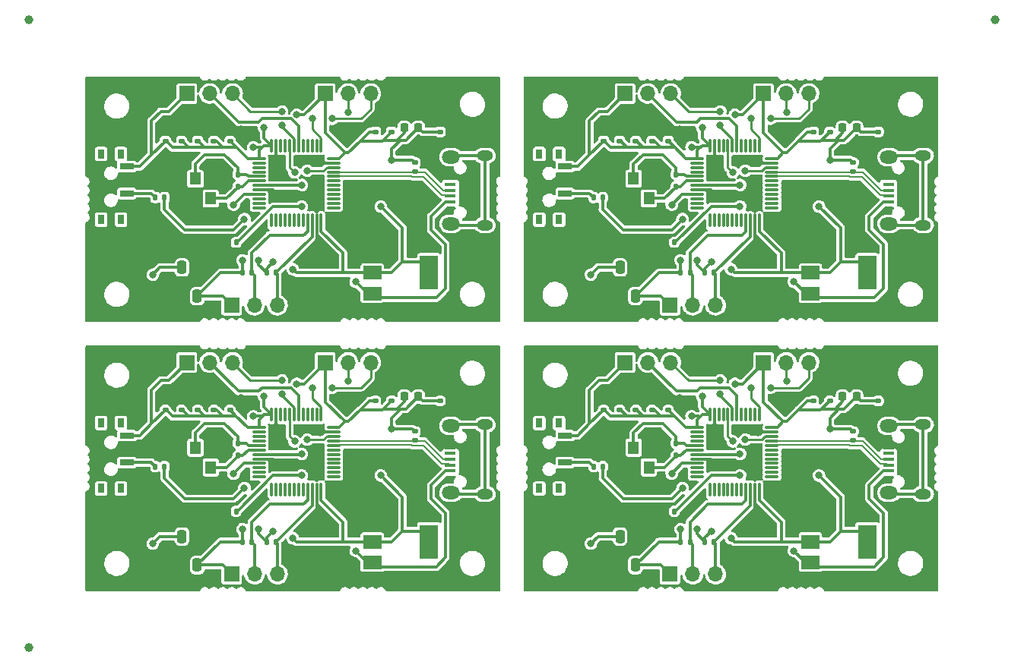
<source format=gbr>
%TF.GenerationSoftware,KiCad,Pcbnew,(6.0.7)*%
%TF.CreationDate,2022-11-18T16:05:41+07:00*%
%TF.ProjectId,test,74657374-2e6b-4696-9361-645f70636258,rev?*%
%TF.SameCoordinates,Original*%
%TF.FileFunction,Copper,L1,Top*%
%TF.FilePolarity,Positive*%
%FSLAX46Y46*%
G04 Gerber Fmt 4.6, Leading zero omitted, Abs format (unit mm)*
G04 Created by KiCad (PCBNEW (6.0.7)) date 2022-11-18 16:05:41*
%MOMM*%
%LPD*%
G01*
G04 APERTURE LIST*
G04 Aperture macros list*
%AMRoundRect*
0 Rectangle with rounded corners*
0 $1 Rounding radius*
0 $2 $3 $4 $5 $6 $7 $8 $9 X,Y pos of 4 corners*
0 Add a 4 corners polygon primitive as box body*
4,1,4,$2,$3,$4,$5,$6,$7,$8,$9,$2,$3,0*
0 Add four circle primitives for the rounded corners*
1,1,$1+$1,$2,$3*
1,1,$1+$1,$4,$5*
1,1,$1+$1,$6,$7*
1,1,$1+$1,$8,$9*
0 Add four rect primitives between the rounded corners*
20,1,$1+$1,$2,$3,$4,$5,0*
20,1,$1+$1,$4,$5,$6,$7,0*
20,1,$1+$1,$6,$7,$8,$9,0*
20,1,$1+$1,$8,$9,$2,$3,0*%
G04 Aperture macros list end*
%TA.AperFunction,ComponentPad*%
%ADD10R,1.700000X1.700000*%
%TD*%
%TA.AperFunction,ComponentPad*%
%ADD11O,1.700000X1.700000*%
%TD*%
%TA.AperFunction,SMDPad,CuDef*%
%ADD12R,0.800000X1.000000*%
%TD*%
%TA.AperFunction,SMDPad,CuDef*%
%ADD13R,1.500000X0.700000*%
%TD*%
%TA.AperFunction,SMDPad,CuDef*%
%ADD14RoundRect,0.140000X0.140000X0.170000X-0.140000X0.170000X-0.140000X-0.170000X0.140000X-0.170000X0*%
%TD*%
%TA.AperFunction,SMDPad,CuDef*%
%ADD15RoundRect,0.140000X0.170000X-0.140000X0.170000X0.140000X-0.170000X0.140000X-0.170000X-0.140000X0*%
%TD*%
%TA.AperFunction,SMDPad,CuDef*%
%ADD16RoundRect,0.135000X-0.135000X-0.185000X0.135000X-0.185000X0.135000X0.185000X-0.135000X0.185000X0*%
%TD*%
%TA.AperFunction,SMDPad,CuDef*%
%ADD17RoundRect,0.218750X0.218750X0.256250X-0.218750X0.256250X-0.218750X-0.256250X0.218750X-0.256250X0*%
%TD*%
%TA.AperFunction,SMDPad,CuDef*%
%ADD18RoundRect,0.075000X-0.662500X-0.075000X0.662500X-0.075000X0.662500X0.075000X-0.662500X0.075000X0*%
%TD*%
%TA.AperFunction,SMDPad,CuDef*%
%ADD19RoundRect,0.075000X-0.075000X-0.662500X0.075000X-0.662500X0.075000X0.662500X-0.075000X0.662500X0*%
%TD*%
%TA.AperFunction,SMDPad,CuDef*%
%ADD20R,1.200000X1.400000*%
%TD*%
%TA.AperFunction,SMDPad,CuDef*%
%ADD21RoundRect,0.250000X-0.250000X-0.475000X0.250000X-0.475000X0.250000X0.475000X-0.250000X0.475000X0*%
%TD*%
%TA.AperFunction,SMDPad,CuDef*%
%ADD22C,1.000000*%
%TD*%
%TA.AperFunction,SMDPad,CuDef*%
%ADD23R,2.000000X1.500000*%
%TD*%
%TA.AperFunction,SMDPad,CuDef*%
%ADD24R,2.000000X3.800000*%
%TD*%
%TA.AperFunction,SMDPad,CuDef*%
%ADD25RoundRect,0.250000X0.250000X0.475000X-0.250000X0.475000X-0.250000X-0.475000X0.250000X-0.475000X0*%
%TD*%
%TA.AperFunction,SMDPad,CuDef*%
%ADD26RoundRect,0.135000X-0.185000X0.135000X-0.185000X-0.135000X0.185000X-0.135000X0.185000X0.135000X0*%
%TD*%
%TA.AperFunction,SMDPad,CuDef*%
%ADD27R,1.300000X0.450000*%
%TD*%
%TA.AperFunction,ComponentPad*%
%ADD28O,1.800000X1.150000*%
%TD*%
%TA.AperFunction,ComponentPad*%
%ADD29O,2.000000X1.450000*%
%TD*%
%TA.AperFunction,ViaPad*%
%ADD30C,0.800000*%
%TD*%
%TA.AperFunction,Conductor*%
%ADD31C,0.350000*%
%TD*%
%TA.AperFunction,Conductor*%
%ADD32C,0.300000*%
%TD*%
%TA.AperFunction,Conductor*%
%ADD33C,0.200000*%
%TD*%
%TA.AperFunction,Conductor*%
%ADD34C,0.250000*%
%TD*%
G04 APERTURE END LIST*
D10*
%TO.P,USART1,1,Pin_1*%
%TO.N,Board_3-+3.3V*%
X83400000Y-55200000D03*
D11*
%TO.P,USART1,2,Pin_2*%
%TO.N,Board_3-/MICROCONTROLLER/USART1_TX*%
X85940000Y-55200000D03*
%TO.P,USART1,3,Pin_3*%
%TO.N,Board_3-/MICROCONTROLLER/USART1_RX*%
X88480000Y-55200000D03*
%TO.P,USART1,4,Pin_4*%
%TO.N,Board_3-GND*%
X91020000Y-55200000D03*
%TD*%
D12*
%TO.P,SW1,*%
%TO.N,*%
X27255000Y-31950000D03*
X27255000Y-39250000D03*
X25045000Y-39250000D03*
X25045000Y-31950000D03*
D13*
%TO.P,SW1,1,A*%
%TO.N,Board_0-+3.3V*%
X27905000Y-33350000D03*
%TO.P,SW1,2,B*%
%TO.N,Board_0-Net-(R1-Pad1)*%
X27905000Y-36350000D03*
%TO.P,SW1,3,C*%
%TO.N,Board_0-GND*%
X27905000Y-37850000D03*
%TD*%
D14*
%TO.P,C11,1*%
%TO.N,Board_0-/MICROCONTROLLER/HSE_OUT*%
X40280000Y-35600000D03*
%TO.P,C11,2*%
%TO.N,Board_0-GND*%
X39320000Y-35600000D03*
%TD*%
D15*
%TO.P,C4,1*%
%TO.N,Board_2-+3.3V*%
X37600000Y-60480000D03*
%TO.P,C4,2*%
%TO.N,Board_2-GND*%
X37600000Y-59520000D03*
%TD*%
%TO.P,C2,1*%
%TO.N,Board_3-+3.3V*%
X82800000Y-60480000D03*
%TO.P,C2,2*%
%TO.N,Board_3-GND*%
X82800000Y-59520000D03*
%TD*%
D14*
%TO.P,C10,1*%
%TO.N,Board_2-/MICROCONTROLLER/HSE_IN*%
X40280000Y-64200000D03*
%TO.P,C10,2*%
%TO.N,Board_2-GND*%
X39320000Y-64200000D03*
%TD*%
D12*
%TO.P,SW1,*%
%TO.N,*%
X73845000Y-31950000D03*
X76055000Y-31950000D03*
X73845000Y-39250000D03*
X76055000Y-39250000D03*
D13*
%TO.P,SW1,1,A*%
%TO.N,Board_1-+3.3V*%
X76705000Y-33350000D03*
%TO.P,SW1,2,B*%
%TO.N,Board_1-Net-(R1-Pad1)*%
X76705000Y-36350000D03*
%TO.P,SW1,3,C*%
%TO.N,Board_1-GND*%
X76705000Y-37850000D03*
%TD*%
D15*
%TO.P,C2,1*%
%TO.N,Board_1-+3.3V*%
X82800000Y-30480000D03*
%TO.P,C2,2*%
%TO.N,Board_1-GND*%
X82800000Y-29520000D03*
%TD*%
%TO.P,C8,1*%
%TO.N,Board_1-+3.3V*%
X111600000Y-29480000D03*
%TO.P,C8,2*%
%TO.N,Board_1-GND*%
X111600000Y-28520000D03*
%TD*%
%TO.P,C3,1*%
%TO.N,Board_3-+3.3V*%
X84600000Y-60480000D03*
%TO.P,C3,2*%
%TO.N,Board_3-GND*%
X84600000Y-59520000D03*
%TD*%
D16*
%TO.P,R3,1*%
%TO.N,Board_3-+3.3V*%
X89600000Y-75200000D03*
%TO.P,R3,2*%
%TO.N,Board_3-/MICROCONTROLLER/I2C2_SCL*%
X90620000Y-75200000D03*
%TD*%
D15*
%TO.P,C6,1*%
%TO.N,Board_1-+3.3V*%
X104400000Y-29480000D03*
%TO.P,C6,2*%
%TO.N,Board_1-GND*%
X104400000Y-28520000D03*
%TD*%
D16*
%TO.P,R4,1*%
%TO.N,Board_3-+3.3V*%
X92290000Y-75200000D03*
%TO.P,R4,2*%
%TO.N,Board_3-/MICROCONTROLLER/I2C2_SDA*%
X93310000Y-75200000D03*
%TD*%
D17*
%TO.P,L1,1,1*%
%TO.N,Board_3-+3.3V*%
X109187500Y-59000000D03*
%TO.P,L1,2,2*%
X107612500Y-59000000D03*
%TD*%
D18*
%TO.P,U2,1,VBAT*%
%TO.N,Board_3-+3.3V*%
X91437500Y-62450000D03*
%TO.P,U2,2,PC13*%
%TO.N,Board_3-unconnected-(U2-Pad2)*%
X91437500Y-62950000D03*
%TO.P,U2,3,PC14*%
%TO.N,Board_3-unconnected-(U2-Pad3)*%
X91437500Y-63450000D03*
%TO.P,U2,4,PC15*%
%TO.N,Board_3-unconnected-(U2-Pad4)*%
X91437500Y-63950000D03*
%TO.P,U2,5,PD0*%
%TO.N,Board_3-/MICROCONTROLLER/HSE_IN*%
X91437500Y-64450000D03*
%TO.P,U2,6,PD1*%
%TO.N,Board_3-/MICROCONTROLLER/HSE_OUT*%
X91437500Y-64950000D03*
%TO.P,U2,7,NRST*%
%TO.N,Board_3-/MICROCONTROLLER/NRST*%
X91437500Y-65450000D03*
%TO.P,U2,8,VSSA*%
%TO.N,Board_3-GND*%
X91437500Y-65950000D03*
%TO.P,U2,9,VDDA*%
%TO.N,Board_3-+3.3V*%
X91437500Y-66450000D03*
%TO.P,U2,10,PA0*%
%TO.N,Board_3-unconnected-(U2-Pad10)*%
X91437500Y-66950000D03*
%TO.P,U2,11,PA1*%
%TO.N,Board_3-unconnected-(U2-Pad11)*%
X91437500Y-67450000D03*
%TO.P,U2,12,PA2*%
%TO.N,Board_3-unconnected-(U2-Pad12)*%
X91437500Y-67950000D03*
D19*
%TO.P,U2,13,PA3*%
%TO.N,Board_3-unconnected-(U2-Pad13)*%
X92850000Y-69362500D03*
%TO.P,U2,14,PA4*%
%TO.N,Board_3-unconnected-(U2-Pad14)*%
X93350000Y-69362500D03*
%TO.P,U2,15,PA5*%
%TO.N,Board_3-unconnected-(U2-Pad15)*%
X93850000Y-69362500D03*
%TO.P,U2,16,PA6*%
%TO.N,Board_3-unconnected-(U2-Pad16)*%
X94350000Y-69362500D03*
%TO.P,U2,17,PA7*%
%TO.N,Board_3-unconnected-(U2-Pad17)*%
X94850000Y-69362500D03*
%TO.P,U2,18,PB0*%
%TO.N,Board_3-unconnected-(U2-Pad18)*%
X95350000Y-69362500D03*
%TO.P,U2,19,PB1*%
%TO.N,Board_3-unconnected-(U2-Pad19)*%
X95850000Y-69362500D03*
%TO.P,U2,20,PB2*%
%TO.N,Board_3-unconnected-(U2-Pad20)*%
X96350000Y-69362500D03*
%TO.P,U2,21,PB10*%
%TO.N,Board_3-/MICROCONTROLLER/I2C2_SCL*%
X96850000Y-69362500D03*
%TO.P,U2,22,PB11*%
%TO.N,Board_3-/MICROCONTROLLER/I2C2_SDA*%
X97350000Y-69362500D03*
%TO.P,U2,23,VSS*%
%TO.N,Board_3-GND*%
X97850000Y-69362500D03*
%TO.P,U2,24,VDD*%
%TO.N,Board_3-+3.3V*%
X98350000Y-69362500D03*
D18*
%TO.P,U2,25,PB12*%
%TO.N,Board_3-unconnected-(U2-Pad25)*%
X99762500Y-67950000D03*
%TO.P,U2,26,PB13*%
%TO.N,Board_3-unconnected-(U2-Pad26)*%
X99762500Y-67450000D03*
%TO.P,U2,27,PB14*%
%TO.N,Board_3-unconnected-(U2-Pad27)*%
X99762500Y-66950000D03*
%TO.P,U2,28,PB15*%
%TO.N,Board_3-unconnected-(U2-Pad28)*%
X99762500Y-66450000D03*
%TO.P,U2,29,PA8*%
%TO.N,Board_3-unconnected-(U2-Pad29)*%
X99762500Y-65950000D03*
%TO.P,U2,30,PA9*%
%TO.N,Board_3-unconnected-(U2-Pad30)*%
X99762500Y-65450000D03*
%TO.P,U2,31,PA10*%
%TO.N,Board_3-unconnected-(U2-Pad31)*%
X99762500Y-64950000D03*
%TO.P,U2,32,PA11*%
%TO.N,Board_3-/MICROCONTROLLER/USB_D-*%
X99762500Y-64450000D03*
%TO.P,U2,33,PA12*%
%TO.N,Board_3-/MICROCONTROLLER/USB_D+*%
X99762500Y-63950000D03*
%TO.P,U2,34,PA13*%
%TO.N,Board_3-/MICROCONTROLLER/SWDIO*%
X99762500Y-63450000D03*
%TO.P,U2,35,VSS*%
%TO.N,Board_3-GND*%
X99762500Y-62950000D03*
%TO.P,U2,36,VDD*%
%TO.N,Board_3-+3.3V*%
X99762500Y-62450000D03*
D19*
%TO.P,U2,37,PA14*%
%TO.N,Board_3-/MICROCONTROLLER/SWDCK*%
X98350000Y-61037500D03*
%TO.P,U2,38,PA15*%
%TO.N,Board_3-unconnected-(U2-Pad38)*%
X97850000Y-61037500D03*
%TO.P,U2,39,PB3*%
%TO.N,Board_3-unconnected-(U2-Pad39)*%
X97350000Y-61037500D03*
%TO.P,U2,40,PB4*%
%TO.N,Board_3-unconnected-(U2-Pad40)*%
X96850000Y-61037500D03*
%TO.P,U2,41,PB5*%
%TO.N,Board_3-unconnected-(U2-Pad41)*%
X96350000Y-61037500D03*
%TO.P,U2,42,PB6*%
%TO.N,Board_3-/MICROCONTROLLER/USART1_TX*%
X95850000Y-61037500D03*
%TO.P,U2,43,PB7*%
%TO.N,Board_3-/MICROCONTROLLER/USART1_RX*%
X95350000Y-61037500D03*
%TO.P,U2,44,BOOT0*%
%TO.N,Board_3-/MICROCONTROLLER/BOOT0*%
X94850000Y-61037500D03*
%TO.P,U2,45,PB8*%
%TO.N,Board_3-unconnected-(U2-Pad45)*%
X94350000Y-61037500D03*
%TO.P,U2,46,PB9*%
%TO.N,Board_3-unconnected-(U2-Pad46)*%
X93850000Y-61037500D03*
%TO.P,U2,47,VSS*%
%TO.N,Board_3-GND*%
X93350000Y-61037500D03*
%TO.P,U2,48,VDD*%
%TO.N,Board_3-+3.3V*%
X92850000Y-61037500D03*
%TD*%
D20*
%TO.P,Y1,1,1*%
%TO.N,Board_2-/MICROCONTROLLER/HSE_IN*%
X35550000Y-64700000D03*
%TO.P,Y1,2,2*%
%TO.N,Board_2-GND*%
X35550000Y-66900000D03*
%TO.P,Y1,3,3*%
%TO.N,Board_2-/MICROCONTROLLER/HSE_OUT*%
X37250000Y-66900000D03*
%TO.P,Y1,4,4*%
%TO.N,Board_2-GND*%
X37250000Y-64700000D03*
%TD*%
D15*
%TO.P,C4,1*%
%TO.N,Board_0-+3.3V*%
X37600000Y-30480000D03*
%TO.P,C4,2*%
%TO.N,Board_0-GND*%
X37600000Y-29520000D03*
%TD*%
D16*
%TO.P,R1,1*%
%TO.N,Board_2-Net-(R1-Pad1)*%
X31090000Y-66800000D03*
%TO.P,R1,2*%
%TO.N,Board_2-/MICROCONTROLLER/BOOT0*%
X32110000Y-66800000D03*
%TD*%
D15*
%TO.P,C6,1*%
%TO.N,Board_2-+3.3V*%
X55600000Y-59480000D03*
%TO.P,C6,2*%
%TO.N,Board_2-GND*%
X55600000Y-58520000D03*
%TD*%
D21*
%TO.P,C13,1*%
%TO.N,Board_1-VBUS*%
X82850000Y-44600000D03*
%TO.P,C13,2*%
%TO.N,Board_1-GND*%
X84750000Y-44600000D03*
%TD*%
D22*
%TO.P,REF\u002A\u002A,*%
%TO.N,*%
X17000000Y-17000000D03*
%TD*%
D15*
%TO.P,C6,1*%
%TO.N,Board_3-+3.3V*%
X104400000Y-59480000D03*
%TO.P,C6,2*%
%TO.N,Board_3-GND*%
X104400000Y-58520000D03*
%TD*%
%TO.P,C8,1*%
%TO.N,Board_0-+3.3V*%
X62800000Y-29480000D03*
%TO.P,C8,2*%
%TO.N,Board_0-GND*%
X62800000Y-28520000D03*
%TD*%
D10*
%TO.P,J3,1,Pin_1*%
%TO.N,Board_2-+3.3V*%
X50000000Y-55200000D03*
D11*
%TO.P,J3,2,Pin_2*%
%TO.N,Board_2-/MICROCONTROLLER/SWDIO*%
X52540000Y-55200000D03*
%TO.P,J3,3,Pin_3*%
%TO.N,Board_2-/MICROCONTROLLER/SWDCK*%
X55080000Y-55200000D03*
%TO.P,J3,4,Pin_4*%
%TO.N,Board_2-GND*%
X57620000Y-55200000D03*
%TD*%
D21*
%TO.P,C13,1*%
%TO.N,Board_3-VBUS*%
X82850000Y-74600000D03*
%TO.P,C13,2*%
%TO.N,Board_3-GND*%
X84750000Y-74600000D03*
%TD*%
D15*
%TO.P,C1,1*%
%TO.N,Board_1-+3.3V*%
X81000000Y-30480000D03*
%TO.P,C1,2*%
%TO.N,Board_1-GND*%
X81000000Y-29520000D03*
%TD*%
D14*
%TO.P,C10,1*%
%TO.N,Board_0-/MICROCONTROLLER/HSE_IN*%
X40280000Y-34200000D03*
%TO.P,C10,2*%
%TO.N,Board_0-GND*%
X39320000Y-34200000D03*
%TD*%
D15*
%TO.P,C4,1*%
%TO.N,Board_1-+3.3V*%
X86400000Y-30480000D03*
%TO.P,C4,2*%
%TO.N,Board_1-GND*%
X86400000Y-29520000D03*
%TD*%
D14*
%TO.P,C10,1*%
%TO.N,Board_1-/MICROCONTROLLER/HSE_IN*%
X89080000Y-34200000D03*
%TO.P,C10,2*%
%TO.N,Board_1-GND*%
X88120000Y-34200000D03*
%TD*%
D17*
%TO.P,L1,1,1*%
%TO.N,Board_2-+3.3V*%
X60387500Y-59000000D03*
%TO.P,L1,2,2*%
X58812500Y-59000000D03*
%TD*%
D14*
%TO.P,C9,1*%
%TO.N,Board_0-/MICROCONTROLLER/NRST*%
X40080000Y-41800000D03*
%TO.P,C9,2*%
%TO.N,Board_0-GND*%
X39120000Y-41800000D03*
%TD*%
D18*
%TO.P,U2,1,VBAT*%
%TO.N,Board_2-+3.3V*%
X42637500Y-62450000D03*
%TO.P,U2,2,PC13*%
%TO.N,Board_2-unconnected-(U2-Pad2)*%
X42637500Y-62950000D03*
%TO.P,U2,3,PC14*%
%TO.N,Board_2-unconnected-(U2-Pad3)*%
X42637500Y-63450000D03*
%TO.P,U2,4,PC15*%
%TO.N,Board_2-unconnected-(U2-Pad4)*%
X42637500Y-63950000D03*
%TO.P,U2,5,PD0*%
%TO.N,Board_2-/MICROCONTROLLER/HSE_IN*%
X42637500Y-64450000D03*
%TO.P,U2,6,PD1*%
%TO.N,Board_2-/MICROCONTROLLER/HSE_OUT*%
X42637500Y-64950000D03*
%TO.P,U2,7,NRST*%
%TO.N,Board_2-/MICROCONTROLLER/NRST*%
X42637500Y-65450000D03*
%TO.P,U2,8,VSSA*%
%TO.N,Board_2-GND*%
X42637500Y-65950000D03*
%TO.P,U2,9,VDDA*%
%TO.N,Board_2-+3.3V*%
X42637500Y-66450000D03*
%TO.P,U2,10,PA0*%
%TO.N,Board_2-unconnected-(U2-Pad10)*%
X42637500Y-66950000D03*
%TO.P,U2,11,PA1*%
%TO.N,Board_2-unconnected-(U2-Pad11)*%
X42637500Y-67450000D03*
%TO.P,U2,12,PA2*%
%TO.N,Board_2-unconnected-(U2-Pad12)*%
X42637500Y-67950000D03*
D19*
%TO.P,U2,13,PA3*%
%TO.N,Board_2-unconnected-(U2-Pad13)*%
X44050000Y-69362500D03*
%TO.P,U2,14,PA4*%
%TO.N,Board_2-unconnected-(U2-Pad14)*%
X44550000Y-69362500D03*
%TO.P,U2,15,PA5*%
%TO.N,Board_2-unconnected-(U2-Pad15)*%
X45050000Y-69362500D03*
%TO.P,U2,16,PA6*%
%TO.N,Board_2-unconnected-(U2-Pad16)*%
X45550000Y-69362500D03*
%TO.P,U2,17,PA7*%
%TO.N,Board_2-unconnected-(U2-Pad17)*%
X46050000Y-69362500D03*
%TO.P,U2,18,PB0*%
%TO.N,Board_2-unconnected-(U2-Pad18)*%
X46550000Y-69362500D03*
%TO.P,U2,19,PB1*%
%TO.N,Board_2-unconnected-(U2-Pad19)*%
X47050000Y-69362500D03*
%TO.P,U2,20,PB2*%
%TO.N,Board_2-unconnected-(U2-Pad20)*%
X47550000Y-69362500D03*
%TO.P,U2,21,PB10*%
%TO.N,Board_2-/MICROCONTROLLER/I2C2_SCL*%
X48050000Y-69362500D03*
%TO.P,U2,22,PB11*%
%TO.N,Board_2-/MICROCONTROLLER/I2C2_SDA*%
X48550000Y-69362500D03*
%TO.P,U2,23,VSS*%
%TO.N,Board_2-GND*%
X49050000Y-69362500D03*
%TO.P,U2,24,VDD*%
%TO.N,Board_2-+3.3V*%
X49550000Y-69362500D03*
D18*
%TO.P,U2,25,PB12*%
%TO.N,Board_2-unconnected-(U2-Pad25)*%
X50962500Y-67950000D03*
%TO.P,U2,26,PB13*%
%TO.N,Board_2-unconnected-(U2-Pad26)*%
X50962500Y-67450000D03*
%TO.P,U2,27,PB14*%
%TO.N,Board_2-unconnected-(U2-Pad27)*%
X50962500Y-66950000D03*
%TO.P,U2,28,PB15*%
%TO.N,Board_2-unconnected-(U2-Pad28)*%
X50962500Y-66450000D03*
%TO.P,U2,29,PA8*%
%TO.N,Board_2-unconnected-(U2-Pad29)*%
X50962500Y-65950000D03*
%TO.P,U2,30,PA9*%
%TO.N,Board_2-unconnected-(U2-Pad30)*%
X50962500Y-65450000D03*
%TO.P,U2,31,PA10*%
%TO.N,Board_2-unconnected-(U2-Pad31)*%
X50962500Y-64950000D03*
%TO.P,U2,32,PA11*%
%TO.N,Board_2-/MICROCONTROLLER/USB_D-*%
X50962500Y-64450000D03*
%TO.P,U2,33,PA12*%
%TO.N,Board_2-/MICROCONTROLLER/USB_D+*%
X50962500Y-63950000D03*
%TO.P,U2,34,PA13*%
%TO.N,Board_2-/MICROCONTROLLER/SWDIO*%
X50962500Y-63450000D03*
%TO.P,U2,35,VSS*%
%TO.N,Board_2-GND*%
X50962500Y-62950000D03*
%TO.P,U2,36,VDD*%
%TO.N,Board_2-+3.3V*%
X50962500Y-62450000D03*
D19*
%TO.P,U2,37,PA14*%
%TO.N,Board_2-/MICROCONTROLLER/SWDCK*%
X49550000Y-61037500D03*
%TO.P,U2,38,PA15*%
%TO.N,Board_2-unconnected-(U2-Pad38)*%
X49050000Y-61037500D03*
%TO.P,U2,39,PB3*%
%TO.N,Board_2-unconnected-(U2-Pad39)*%
X48550000Y-61037500D03*
%TO.P,U2,40,PB4*%
%TO.N,Board_2-unconnected-(U2-Pad40)*%
X48050000Y-61037500D03*
%TO.P,U2,41,PB5*%
%TO.N,Board_2-unconnected-(U2-Pad41)*%
X47550000Y-61037500D03*
%TO.P,U2,42,PB6*%
%TO.N,Board_2-/MICROCONTROLLER/USART1_TX*%
X47050000Y-61037500D03*
%TO.P,U2,43,PB7*%
%TO.N,Board_2-/MICROCONTROLLER/USART1_RX*%
X46550000Y-61037500D03*
%TO.P,U2,44,BOOT0*%
%TO.N,Board_2-/MICROCONTROLLER/BOOT0*%
X46050000Y-61037500D03*
%TO.P,U2,45,PB8*%
%TO.N,Board_2-unconnected-(U2-Pad45)*%
X45550000Y-61037500D03*
%TO.P,U2,46,PB9*%
%TO.N,Board_2-unconnected-(U2-Pad46)*%
X45050000Y-61037500D03*
%TO.P,U2,47,VSS*%
%TO.N,Board_2-GND*%
X44550000Y-61037500D03*
%TO.P,U2,48,VDD*%
%TO.N,Board_2-+3.3V*%
X44050000Y-61037500D03*
%TD*%
D16*
%TO.P,R1,1*%
%TO.N,Board_1-Net-(R1-Pad1)*%
X79890000Y-36800000D03*
%TO.P,R1,2*%
%TO.N,Board_1-/MICROCONTROLLER/BOOT0*%
X80910000Y-36800000D03*
%TD*%
D23*
%TO.P,U1,1,ADJ*%
%TO.N,Board_0-GND*%
X55250000Y-42900000D03*
D24*
%TO.P,U1,2,VO*%
%TO.N,Board_0-+3.3V*%
X61550000Y-45200000D03*
D23*
X55250000Y-45200000D03*
%TO.P,U1,3,VI*%
%TO.N,Board_0-VBUS*%
X55250000Y-47500000D03*
%TD*%
D14*
%TO.P,C9,1*%
%TO.N,Board_1-/MICROCONTROLLER/NRST*%
X88880000Y-41800000D03*
%TO.P,C9,2*%
%TO.N,Board_1-GND*%
X87920000Y-41800000D03*
%TD*%
D10*
%TO.P,J3,1,Pin_1*%
%TO.N,Board_1-+3.3V*%
X98800000Y-25200000D03*
D11*
%TO.P,J3,2,Pin_2*%
%TO.N,Board_1-/MICROCONTROLLER/SWDIO*%
X101340000Y-25200000D03*
%TO.P,J3,3,Pin_3*%
%TO.N,Board_1-/MICROCONTROLLER/SWDCK*%
X103880000Y-25200000D03*
%TO.P,J3,4,Pin_4*%
%TO.N,Board_1-GND*%
X106420000Y-25200000D03*
%TD*%
D22*
%TO.P,REF\u002A\u002A,*%
%TO.N,*%
X17000000Y-87000000D03*
%TD*%
D14*
%TO.P,C11,1*%
%TO.N,Board_2-/MICROCONTROLLER/HSE_OUT*%
X40280000Y-65600000D03*
%TO.P,C11,2*%
%TO.N,Board_2-GND*%
X39320000Y-65600000D03*
%TD*%
D10*
%TO.P,I2C1,1,Pin_1*%
%TO.N,Board_0-+3.3V*%
X39600000Y-48800000D03*
D11*
%TO.P,I2C1,2,Pin_2*%
%TO.N,Board_0-/MICROCONTROLLER/I2C2_SCL*%
X42140000Y-48800000D03*
%TO.P,I2C1,3,Pin_3*%
%TO.N,Board_0-/MICROCONTROLLER/I2C2_SDA*%
X44680000Y-48800000D03*
%TO.P,I2C1,4,Pin_4*%
%TO.N,Board_0-GND*%
X47220000Y-48800000D03*
%TD*%
D22*
%TO.P,REF\u002A\u002A,*%
%TO.N,*%
X124600000Y-17000000D03*
%TD*%
D15*
%TO.P,C8,1*%
%TO.N,Board_3-+3.3V*%
X111600000Y-59480000D03*
%TO.P,C8,2*%
%TO.N,Board_3-GND*%
X111600000Y-58520000D03*
%TD*%
D16*
%TO.P,R4,1*%
%TO.N,Board_2-+3.3V*%
X43490000Y-75200000D03*
%TO.P,R4,2*%
%TO.N,Board_2-/MICROCONTROLLER/I2C2_SDA*%
X44510000Y-75200000D03*
%TD*%
%TO.P,R3,1*%
%TO.N,Board_2-+3.3V*%
X40800000Y-75200000D03*
%TO.P,R3,2*%
%TO.N,Board_2-/MICROCONTROLLER/I2C2_SCL*%
X41820000Y-75200000D03*
%TD*%
D20*
%TO.P,Y1,1,1*%
%TO.N,Board_3-/MICROCONTROLLER/HSE_IN*%
X84350000Y-64700000D03*
%TO.P,Y1,2,2*%
%TO.N,Board_3-GND*%
X84350000Y-66900000D03*
%TO.P,Y1,3,3*%
%TO.N,Board_3-/MICROCONTROLLER/HSE_OUT*%
X86050000Y-66900000D03*
%TO.P,Y1,4,4*%
%TO.N,Board_3-GND*%
X86050000Y-64700000D03*
%TD*%
D10*
%TO.P,I2C1,1,Pin_1*%
%TO.N,Board_1-+3.3V*%
X88400000Y-48800000D03*
D11*
%TO.P,I2C1,2,Pin_2*%
%TO.N,Board_1-/MICROCONTROLLER/I2C2_SCL*%
X90940000Y-48800000D03*
%TO.P,I2C1,3,Pin_3*%
%TO.N,Board_1-/MICROCONTROLLER/I2C2_SDA*%
X93480000Y-48800000D03*
%TO.P,I2C1,4,Pin_4*%
%TO.N,Board_1-GND*%
X96020000Y-48800000D03*
%TD*%
D16*
%TO.P,R1,1*%
%TO.N,Board_3-Net-(R1-Pad1)*%
X79890000Y-66800000D03*
%TO.P,R1,2*%
%TO.N,Board_3-/MICROCONTROLLER/BOOT0*%
X80910000Y-66800000D03*
%TD*%
D15*
%TO.P,C8,1*%
%TO.N,Board_2-+3.3V*%
X62800000Y-59480000D03*
%TO.P,C8,2*%
%TO.N,Board_2-GND*%
X62800000Y-58520000D03*
%TD*%
D16*
%TO.P,R4,1*%
%TO.N,Board_1-+3.3V*%
X92290000Y-45200000D03*
%TO.P,R4,2*%
%TO.N,Board_1-/MICROCONTROLLER/I2C2_SDA*%
X93310000Y-45200000D03*
%TD*%
D15*
%TO.P,C7,1*%
%TO.N,Board_2-+3.3V*%
X57400000Y-59480000D03*
%TO.P,C7,2*%
%TO.N,Board_2-GND*%
X57400000Y-58520000D03*
%TD*%
%TO.P,C1,1*%
%TO.N,Board_2-+3.3V*%
X32200000Y-60480000D03*
%TO.P,C1,2*%
%TO.N,Board_2-GND*%
X32200000Y-59520000D03*
%TD*%
D10*
%TO.P,J3,1,Pin_1*%
%TO.N,Board_3-+3.3V*%
X98800000Y-55200000D03*
D11*
%TO.P,J3,2,Pin_2*%
%TO.N,Board_3-/MICROCONTROLLER/SWDIO*%
X101340000Y-55200000D03*
%TO.P,J3,3,Pin_3*%
%TO.N,Board_3-/MICROCONTROLLER/SWDCK*%
X103880000Y-55200000D03*
%TO.P,J3,4,Pin_4*%
%TO.N,Board_3-GND*%
X106420000Y-55200000D03*
%TD*%
D15*
%TO.P,C5,1*%
%TO.N,Board_1-+3.3V*%
X88200000Y-30480000D03*
%TO.P,C5,2*%
%TO.N,Board_1-GND*%
X88200000Y-29520000D03*
%TD*%
D17*
%TO.P,L1,1,1*%
%TO.N,Board_1-+3.3V*%
X109187500Y-29000000D03*
%TO.P,L1,2,2*%
X107612500Y-29000000D03*
%TD*%
D15*
%TO.P,C3,1*%
%TO.N,Board_0-+3.3V*%
X35800000Y-30480000D03*
%TO.P,C3,2*%
%TO.N,Board_0-GND*%
X35800000Y-29520000D03*
%TD*%
D14*
%TO.P,C11,1*%
%TO.N,Board_3-/MICROCONTROLLER/HSE_OUT*%
X89080000Y-65600000D03*
%TO.P,C11,2*%
%TO.N,Board_3-GND*%
X88120000Y-65600000D03*
%TD*%
D21*
%TO.P,C13,1*%
%TO.N,Board_2-VBUS*%
X34050000Y-74600000D03*
%TO.P,C13,2*%
%TO.N,Board_2-GND*%
X35950000Y-74600000D03*
%TD*%
D15*
%TO.P,C7,1*%
%TO.N,Board_1-+3.3V*%
X106200000Y-29480000D03*
%TO.P,C7,2*%
%TO.N,Board_1-GND*%
X106200000Y-28520000D03*
%TD*%
D17*
%TO.P,L1,1,1*%
%TO.N,Board_0-+3.3V*%
X60387500Y-29000000D03*
%TO.P,L1,2,2*%
X58812500Y-29000000D03*
%TD*%
D15*
%TO.P,C6,1*%
%TO.N,Board_0-+3.3V*%
X55600000Y-29480000D03*
%TO.P,C6,2*%
%TO.N,Board_0-GND*%
X55600000Y-28520000D03*
%TD*%
D18*
%TO.P,U2,1,VBAT*%
%TO.N,Board_1-+3.3V*%
X91437500Y-32450000D03*
%TO.P,U2,2,PC13*%
%TO.N,Board_1-unconnected-(U2-Pad2)*%
X91437500Y-32950000D03*
%TO.P,U2,3,PC14*%
%TO.N,Board_1-unconnected-(U2-Pad3)*%
X91437500Y-33450000D03*
%TO.P,U2,4,PC15*%
%TO.N,Board_1-unconnected-(U2-Pad4)*%
X91437500Y-33950000D03*
%TO.P,U2,5,PD0*%
%TO.N,Board_1-/MICROCONTROLLER/HSE_IN*%
X91437500Y-34450000D03*
%TO.P,U2,6,PD1*%
%TO.N,Board_1-/MICROCONTROLLER/HSE_OUT*%
X91437500Y-34950000D03*
%TO.P,U2,7,NRST*%
%TO.N,Board_1-/MICROCONTROLLER/NRST*%
X91437500Y-35450000D03*
%TO.P,U2,8,VSSA*%
%TO.N,Board_1-GND*%
X91437500Y-35950000D03*
%TO.P,U2,9,VDDA*%
%TO.N,Board_1-+3.3V*%
X91437500Y-36450000D03*
%TO.P,U2,10,PA0*%
%TO.N,Board_1-unconnected-(U2-Pad10)*%
X91437500Y-36950000D03*
%TO.P,U2,11,PA1*%
%TO.N,Board_1-unconnected-(U2-Pad11)*%
X91437500Y-37450000D03*
%TO.P,U2,12,PA2*%
%TO.N,Board_1-unconnected-(U2-Pad12)*%
X91437500Y-37950000D03*
D19*
%TO.P,U2,13,PA3*%
%TO.N,Board_1-unconnected-(U2-Pad13)*%
X92850000Y-39362500D03*
%TO.P,U2,14,PA4*%
%TO.N,Board_1-unconnected-(U2-Pad14)*%
X93350000Y-39362500D03*
%TO.P,U2,15,PA5*%
%TO.N,Board_1-unconnected-(U2-Pad15)*%
X93850000Y-39362500D03*
%TO.P,U2,16,PA6*%
%TO.N,Board_1-unconnected-(U2-Pad16)*%
X94350000Y-39362500D03*
%TO.P,U2,17,PA7*%
%TO.N,Board_1-unconnected-(U2-Pad17)*%
X94850000Y-39362500D03*
%TO.P,U2,18,PB0*%
%TO.N,Board_1-unconnected-(U2-Pad18)*%
X95350000Y-39362500D03*
%TO.P,U2,19,PB1*%
%TO.N,Board_1-unconnected-(U2-Pad19)*%
X95850000Y-39362500D03*
%TO.P,U2,20,PB2*%
%TO.N,Board_1-unconnected-(U2-Pad20)*%
X96350000Y-39362500D03*
%TO.P,U2,21,PB10*%
%TO.N,Board_1-/MICROCONTROLLER/I2C2_SCL*%
X96850000Y-39362500D03*
%TO.P,U2,22,PB11*%
%TO.N,Board_1-/MICROCONTROLLER/I2C2_SDA*%
X97350000Y-39362500D03*
%TO.P,U2,23,VSS*%
%TO.N,Board_1-GND*%
X97850000Y-39362500D03*
%TO.P,U2,24,VDD*%
%TO.N,Board_1-+3.3V*%
X98350000Y-39362500D03*
D18*
%TO.P,U2,25,PB12*%
%TO.N,Board_1-unconnected-(U2-Pad25)*%
X99762500Y-37950000D03*
%TO.P,U2,26,PB13*%
%TO.N,Board_1-unconnected-(U2-Pad26)*%
X99762500Y-37450000D03*
%TO.P,U2,27,PB14*%
%TO.N,Board_1-unconnected-(U2-Pad27)*%
X99762500Y-36950000D03*
%TO.P,U2,28,PB15*%
%TO.N,Board_1-unconnected-(U2-Pad28)*%
X99762500Y-36450000D03*
%TO.P,U2,29,PA8*%
%TO.N,Board_1-unconnected-(U2-Pad29)*%
X99762500Y-35950000D03*
%TO.P,U2,30,PA9*%
%TO.N,Board_1-unconnected-(U2-Pad30)*%
X99762500Y-35450000D03*
%TO.P,U2,31,PA10*%
%TO.N,Board_1-unconnected-(U2-Pad31)*%
X99762500Y-34950000D03*
%TO.P,U2,32,PA11*%
%TO.N,Board_1-/MICROCONTROLLER/USB_D-*%
X99762500Y-34450000D03*
%TO.P,U2,33,PA12*%
%TO.N,Board_1-/MICROCONTROLLER/USB_D+*%
X99762500Y-33950000D03*
%TO.P,U2,34,PA13*%
%TO.N,Board_1-/MICROCONTROLLER/SWDIO*%
X99762500Y-33450000D03*
%TO.P,U2,35,VSS*%
%TO.N,Board_1-GND*%
X99762500Y-32950000D03*
%TO.P,U2,36,VDD*%
%TO.N,Board_1-+3.3V*%
X99762500Y-32450000D03*
D19*
%TO.P,U2,37,PA14*%
%TO.N,Board_1-/MICROCONTROLLER/SWDCK*%
X98350000Y-31037500D03*
%TO.P,U2,38,PA15*%
%TO.N,Board_1-unconnected-(U2-Pad38)*%
X97850000Y-31037500D03*
%TO.P,U2,39,PB3*%
%TO.N,Board_1-unconnected-(U2-Pad39)*%
X97350000Y-31037500D03*
%TO.P,U2,40,PB4*%
%TO.N,Board_1-unconnected-(U2-Pad40)*%
X96850000Y-31037500D03*
%TO.P,U2,41,PB5*%
%TO.N,Board_1-unconnected-(U2-Pad41)*%
X96350000Y-31037500D03*
%TO.P,U2,42,PB6*%
%TO.N,Board_1-/MICROCONTROLLER/USART1_TX*%
X95850000Y-31037500D03*
%TO.P,U2,43,PB7*%
%TO.N,Board_1-/MICROCONTROLLER/USART1_RX*%
X95350000Y-31037500D03*
%TO.P,U2,44,BOOT0*%
%TO.N,Board_1-/MICROCONTROLLER/BOOT0*%
X94850000Y-31037500D03*
%TO.P,U2,45,PB8*%
%TO.N,Board_1-unconnected-(U2-Pad45)*%
X94350000Y-31037500D03*
%TO.P,U2,46,PB9*%
%TO.N,Board_1-unconnected-(U2-Pad46)*%
X93850000Y-31037500D03*
%TO.P,U2,47,VSS*%
%TO.N,Board_1-GND*%
X93350000Y-31037500D03*
%TO.P,U2,48,VDD*%
%TO.N,Board_1-+3.3V*%
X92850000Y-31037500D03*
%TD*%
D10*
%TO.P,J3,1,Pin_1*%
%TO.N,Board_0-+3.3V*%
X50000000Y-25200000D03*
D11*
%TO.P,J3,2,Pin_2*%
%TO.N,Board_0-/MICROCONTROLLER/SWDIO*%
X52540000Y-25200000D03*
%TO.P,J3,3,Pin_3*%
%TO.N,Board_0-/MICROCONTROLLER/SWDCK*%
X55080000Y-25200000D03*
%TO.P,J3,4,Pin_4*%
%TO.N,Board_0-GND*%
X57620000Y-25200000D03*
%TD*%
D15*
%TO.P,C5,1*%
%TO.N,Board_0-+3.3V*%
X39400000Y-30480000D03*
%TO.P,C5,2*%
%TO.N,Board_0-GND*%
X39400000Y-29520000D03*
%TD*%
D25*
%TO.P,C14,1*%
%TO.N,Board_0-+3.3V*%
X35750000Y-47800000D03*
%TO.P,C14,2*%
%TO.N,Board_0-GND*%
X33850000Y-47800000D03*
%TD*%
D14*
%TO.P,C9,1*%
%TO.N,Board_2-/MICROCONTROLLER/NRST*%
X40080000Y-71800000D03*
%TO.P,C9,2*%
%TO.N,Board_2-GND*%
X39120000Y-71800000D03*
%TD*%
D26*
%TO.P,R2,1*%
%TO.N,Board_3-+3.3V*%
X108800000Y-62890000D03*
%TO.P,R2,2*%
%TO.N,Board_3-/MICROCONTROLLER/USB_D+*%
X108800000Y-63910000D03*
%TD*%
D10*
%TO.P,I2C1,1,Pin_1*%
%TO.N,Board_3-+3.3V*%
X88400000Y-78800000D03*
D11*
%TO.P,I2C1,2,Pin_2*%
%TO.N,Board_3-/MICROCONTROLLER/I2C2_SCL*%
X90940000Y-78800000D03*
%TO.P,I2C1,3,Pin_3*%
%TO.N,Board_3-/MICROCONTROLLER/I2C2_SDA*%
X93480000Y-78800000D03*
%TO.P,I2C1,4,Pin_4*%
%TO.N,Board_3-GND*%
X96020000Y-78800000D03*
%TD*%
D21*
%TO.P,C13,1*%
%TO.N,Board_0-VBUS*%
X34050000Y-44600000D03*
%TO.P,C13,2*%
%TO.N,Board_0-GND*%
X35950000Y-44600000D03*
%TD*%
D23*
%TO.P,U1,1,ADJ*%
%TO.N,Board_3-GND*%
X104050000Y-72900000D03*
%TO.P,U1,2,VO*%
%TO.N,Board_3-+3.3V*%
X104050000Y-75200000D03*
D24*
X110350000Y-75200000D03*
D23*
%TO.P,U1,3,VI*%
%TO.N,Board_3-VBUS*%
X104050000Y-77500000D03*
%TD*%
D15*
%TO.P,C1,1*%
%TO.N,Board_0-+3.3V*%
X32200000Y-30480000D03*
%TO.P,C1,2*%
%TO.N,Board_0-GND*%
X32200000Y-29520000D03*
%TD*%
D10*
%TO.P,USART1,1,Pin_1*%
%TO.N,Board_1-+3.3V*%
X83400000Y-25200000D03*
D11*
%TO.P,USART1,2,Pin_2*%
%TO.N,Board_1-/MICROCONTROLLER/USART1_TX*%
X85940000Y-25200000D03*
%TO.P,USART1,3,Pin_3*%
%TO.N,Board_1-/MICROCONTROLLER/USART1_RX*%
X88480000Y-25200000D03*
%TO.P,USART1,4,Pin_4*%
%TO.N,Board_1-GND*%
X91020000Y-25200000D03*
%TD*%
D23*
%TO.P,U1,1,ADJ*%
%TO.N,Board_1-GND*%
X104050000Y-42900000D03*
%TO.P,U1,2,VO*%
%TO.N,Board_1-+3.3V*%
X104050000Y-45200000D03*
D24*
X110350000Y-45200000D03*
D23*
%TO.P,U1,3,VI*%
%TO.N,Board_1-VBUS*%
X104050000Y-47500000D03*
%TD*%
%TO.P,U1,1,ADJ*%
%TO.N,Board_2-GND*%
X55250000Y-72900000D03*
%TO.P,U1,2,VO*%
%TO.N,Board_2-+3.3V*%
X55250000Y-75200000D03*
D24*
X61550000Y-75200000D03*
D23*
%TO.P,U1,3,VI*%
%TO.N,Board_2-VBUS*%
X55250000Y-77500000D03*
%TD*%
D15*
%TO.P,C7,1*%
%TO.N,Board_0-+3.3V*%
X57400000Y-29480000D03*
%TO.P,C7,2*%
%TO.N,Board_0-GND*%
X57400000Y-28520000D03*
%TD*%
%TO.P,C3,1*%
%TO.N,Board_1-+3.3V*%
X84600000Y-30480000D03*
%TO.P,C3,2*%
%TO.N,Board_1-GND*%
X84600000Y-29520000D03*
%TD*%
%TO.P,C7,1*%
%TO.N,Board_3-+3.3V*%
X106200000Y-59480000D03*
%TO.P,C7,2*%
%TO.N,Board_3-GND*%
X106200000Y-58520000D03*
%TD*%
D18*
%TO.P,U2,1,VBAT*%
%TO.N,Board_0-+3.3V*%
X42637500Y-32450000D03*
%TO.P,U2,2,PC13*%
%TO.N,Board_0-unconnected-(U2-Pad2)*%
X42637500Y-32950000D03*
%TO.P,U2,3,PC14*%
%TO.N,Board_0-unconnected-(U2-Pad3)*%
X42637500Y-33450000D03*
%TO.P,U2,4,PC15*%
%TO.N,Board_0-unconnected-(U2-Pad4)*%
X42637500Y-33950000D03*
%TO.P,U2,5,PD0*%
%TO.N,Board_0-/MICROCONTROLLER/HSE_IN*%
X42637500Y-34450000D03*
%TO.P,U2,6,PD1*%
%TO.N,Board_0-/MICROCONTROLLER/HSE_OUT*%
X42637500Y-34950000D03*
%TO.P,U2,7,NRST*%
%TO.N,Board_0-/MICROCONTROLLER/NRST*%
X42637500Y-35450000D03*
%TO.P,U2,8,VSSA*%
%TO.N,Board_0-GND*%
X42637500Y-35950000D03*
%TO.P,U2,9,VDDA*%
%TO.N,Board_0-+3.3V*%
X42637500Y-36450000D03*
%TO.P,U2,10,PA0*%
%TO.N,Board_0-unconnected-(U2-Pad10)*%
X42637500Y-36950000D03*
%TO.P,U2,11,PA1*%
%TO.N,Board_0-unconnected-(U2-Pad11)*%
X42637500Y-37450000D03*
%TO.P,U2,12,PA2*%
%TO.N,Board_0-unconnected-(U2-Pad12)*%
X42637500Y-37950000D03*
D19*
%TO.P,U2,13,PA3*%
%TO.N,Board_0-unconnected-(U2-Pad13)*%
X44050000Y-39362500D03*
%TO.P,U2,14,PA4*%
%TO.N,Board_0-unconnected-(U2-Pad14)*%
X44550000Y-39362500D03*
%TO.P,U2,15,PA5*%
%TO.N,Board_0-unconnected-(U2-Pad15)*%
X45050000Y-39362500D03*
%TO.P,U2,16,PA6*%
%TO.N,Board_0-unconnected-(U2-Pad16)*%
X45550000Y-39362500D03*
%TO.P,U2,17,PA7*%
%TO.N,Board_0-unconnected-(U2-Pad17)*%
X46050000Y-39362500D03*
%TO.P,U2,18,PB0*%
%TO.N,Board_0-unconnected-(U2-Pad18)*%
X46550000Y-39362500D03*
%TO.P,U2,19,PB1*%
%TO.N,Board_0-unconnected-(U2-Pad19)*%
X47050000Y-39362500D03*
%TO.P,U2,20,PB2*%
%TO.N,Board_0-unconnected-(U2-Pad20)*%
X47550000Y-39362500D03*
%TO.P,U2,21,PB10*%
%TO.N,Board_0-/MICROCONTROLLER/I2C2_SCL*%
X48050000Y-39362500D03*
%TO.P,U2,22,PB11*%
%TO.N,Board_0-/MICROCONTROLLER/I2C2_SDA*%
X48550000Y-39362500D03*
%TO.P,U2,23,VSS*%
%TO.N,Board_0-GND*%
X49050000Y-39362500D03*
%TO.P,U2,24,VDD*%
%TO.N,Board_0-+3.3V*%
X49550000Y-39362500D03*
D18*
%TO.P,U2,25,PB12*%
%TO.N,Board_0-unconnected-(U2-Pad25)*%
X50962500Y-37950000D03*
%TO.P,U2,26,PB13*%
%TO.N,Board_0-unconnected-(U2-Pad26)*%
X50962500Y-37450000D03*
%TO.P,U2,27,PB14*%
%TO.N,Board_0-unconnected-(U2-Pad27)*%
X50962500Y-36950000D03*
%TO.P,U2,28,PB15*%
%TO.N,Board_0-unconnected-(U2-Pad28)*%
X50962500Y-36450000D03*
%TO.P,U2,29,PA8*%
%TO.N,Board_0-unconnected-(U2-Pad29)*%
X50962500Y-35950000D03*
%TO.P,U2,30,PA9*%
%TO.N,Board_0-unconnected-(U2-Pad30)*%
X50962500Y-35450000D03*
%TO.P,U2,31,PA10*%
%TO.N,Board_0-unconnected-(U2-Pad31)*%
X50962500Y-34950000D03*
%TO.P,U2,32,PA11*%
%TO.N,Board_0-/MICROCONTROLLER/USB_D-*%
X50962500Y-34450000D03*
%TO.P,U2,33,PA12*%
%TO.N,Board_0-/MICROCONTROLLER/USB_D+*%
X50962500Y-33950000D03*
%TO.P,U2,34,PA13*%
%TO.N,Board_0-/MICROCONTROLLER/SWDIO*%
X50962500Y-33450000D03*
%TO.P,U2,35,VSS*%
%TO.N,Board_0-GND*%
X50962500Y-32950000D03*
%TO.P,U2,36,VDD*%
%TO.N,Board_0-+3.3V*%
X50962500Y-32450000D03*
D19*
%TO.P,U2,37,PA14*%
%TO.N,Board_0-/MICROCONTROLLER/SWDCK*%
X49550000Y-31037500D03*
%TO.P,U2,38,PA15*%
%TO.N,Board_0-unconnected-(U2-Pad38)*%
X49050000Y-31037500D03*
%TO.P,U2,39,PB3*%
%TO.N,Board_0-unconnected-(U2-Pad39)*%
X48550000Y-31037500D03*
%TO.P,U2,40,PB4*%
%TO.N,Board_0-unconnected-(U2-Pad40)*%
X48050000Y-31037500D03*
%TO.P,U2,41,PB5*%
%TO.N,Board_0-unconnected-(U2-Pad41)*%
X47550000Y-31037500D03*
%TO.P,U2,42,PB6*%
%TO.N,Board_0-/MICROCONTROLLER/USART1_TX*%
X47050000Y-31037500D03*
%TO.P,U2,43,PB7*%
%TO.N,Board_0-/MICROCONTROLLER/USART1_RX*%
X46550000Y-31037500D03*
%TO.P,U2,44,BOOT0*%
%TO.N,Board_0-/MICROCONTROLLER/BOOT0*%
X46050000Y-31037500D03*
%TO.P,U2,45,PB8*%
%TO.N,Board_0-unconnected-(U2-Pad45)*%
X45550000Y-31037500D03*
%TO.P,U2,46,PB9*%
%TO.N,Board_0-unconnected-(U2-Pad46)*%
X45050000Y-31037500D03*
%TO.P,U2,47,VSS*%
%TO.N,Board_0-GND*%
X44550000Y-31037500D03*
%TO.P,U2,48,VDD*%
%TO.N,Board_0-+3.3V*%
X44050000Y-31037500D03*
%TD*%
D26*
%TO.P,R2,1*%
%TO.N,Board_1-+3.3V*%
X108800000Y-32890000D03*
%TO.P,R2,2*%
%TO.N,Board_1-/MICROCONTROLLER/USB_D+*%
X108800000Y-33910000D03*
%TD*%
D27*
%TO.P,J2,1,VBUS*%
%TO.N,Board_3-VBUS*%
X112745000Y-67300000D03*
%TO.P,J2,2,D-*%
%TO.N,Board_3-/MICROCONTROLLER/USB_D-*%
X112745000Y-66650000D03*
%TO.P,J2,3,D+*%
%TO.N,Board_3-/MICROCONTROLLER/USB_D+*%
X112745000Y-66000000D03*
%TO.P,J2,4,ID*%
%TO.N,Board_3-unconnected-(J2-Pad4)*%
X112745000Y-65350000D03*
%TO.P,J2,5,GND*%
%TO.N,Board_3-GND*%
X112745000Y-64700000D03*
D28*
%TO.P,J2,6,Shield*%
%TO.N,Board_3-unconnected-(J2-Pad6)*%
X116595000Y-69875000D03*
X116595000Y-62125000D03*
D29*
X112795000Y-69725000D03*
X112795000Y-62275000D03*
%TD*%
D27*
%TO.P,J2,1,VBUS*%
%TO.N,Board_1-VBUS*%
X112745000Y-37300000D03*
%TO.P,J2,2,D-*%
%TO.N,Board_1-/MICROCONTROLLER/USB_D-*%
X112745000Y-36650000D03*
%TO.P,J2,3,D+*%
%TO.N,Board_1-/MICROCONTROLLER/USB_D+*%
X112745000Y-36000000D03*
%TO.P,J2,4,ID*%
%TO.N,Board_1-unconnected-(J2-Pad4)*%
X112745000Y-35350000D03*
%TO.P,J2,5,GND*%
%TO.N,Board_1-GND*%
X112745000Y-34700000D03*
D28*
%TO.P,J2,6,Shield*%
%TO.N,Board_1-unconnected-(J2-Pad6)*%
X116595000Y-39875000D03*
D29*
X112795000Y-39725000D03*
D28*
X116595000Y-32125000D03*
D29*
X112795000Y-32275000D03*
%TD*%
D14*
%TO.P,C10,1*%
%TO.N,Board_3-/MICROCONTROLLER/HSE_IN*%
X89080000Y-64200000D03*
%TO.P,C10,2*%
%TO.N,Board_3-GND*%
X88120000Y-64200000D03*
%TD*%
D16*
%TO.P,R1,1*%
%TO.N,Board_0-Net-(R1-Pad1)*%
X31090000Y-36800000D03*
%TO.P,R1,2*%
%TO.N,Board_0-/MICROCONTROLLER/BOOT0*%
X32110000Y-36800000D03*
%TD*%
D20*
%TO.P,Y1,1,1*%
%TO.N,Board_1-/MICROCONTROLLER/HSE_IN*%
X84350000Y-34700000D03*
%TO.P,Y1,2,2*%
%TO.N,Board_1-GND*%
X84350000Y-36900000D03*
%TO.P,Y1,3,3*%
%TO.N,Board_1-/MICROCONTROLLER/HSE_OUT*%
X86050000Y-36900000D03*
%TO.P,Y1,4,4*%
%TO.N,Board_1-GND*%
X86050000Y-34700000D03*
%TD*%
D15*
%TO.P,C5,1*%
%TO.N,Board_2-+3.3V*%
X39400000Y-60480000D03*
%TO.P,C5,2*%
%TO.N,Board_2-GND*%
X39400000Y-59520000D03*
%TD*%
D12*
%TO.P,SW1,*%
%TO.N,*%
X27255000Y-61950000D03*
X27255000Y-69250000D03*
X25045000Y-69250000D03*
X25045000Y-61950000D03*
D13*
%TO.P,SW1,1,A*%
%TO.N,Board_2-+3.3V*%
X27905000Y-63350000D03*
%TO.P,SW1,2,B*%
%TO.N,Board_2-Net-(R1-Pad1)*%
X27905000Y-66350000D03*
%TO.P,SW1,3,C*%
%TO.N,Board_2-GND*%
X27905000Y-67850000D03*
%TD*%
D10*
%TO.P,I2C1,1,Pin_1*%
%TO.N,Board_2-+3.3V*%
X39600000Y-78800000D03*
D11*
%TO.P,I2C1,2,Pin_2*%
%TO.N,Board_2-/MICROCONTROLLER/I2C2_SCL*%
X42140000Y-78800000D03*
%TO.P,I2C1,3,Pin_3*%
%TO.N,Board_2-/MICROCONTROLLER/I2C2_SDA*%
X44680000Y-78800000D03*
%TO.P,I2C1,4,Pin_4*%
%TO.N,Board_2-GND*%
X47220000Y-78800000D03*
%TD*%
D15*
%TO.P,C3,1*%
%TO.N,Board_2-+3.3V*%
X35800000Y-60480000D03*
%TO.P,C3,2*%
%TO.N,Board_2-GND*%
X35800000Y-59520000D03*
%TD*%
D25*
%TO.P,C14,1*%
%TO.N,Board_2-+3.3V*%
X35750000Y-77800000D03*
%TO.P,C14,2*%
%TO.N,Board_2-GND*%
X33850000Y-77800000D03*
%TD*%
%TO.P,C14,1*%
%TO.N,Board_3-+3.3V*%
X84550000Y-77800000D03*
%TO.P,C14,2*%
%TO.N,Board_3-GND*%
X82650000Y-77800000D03*
%TD*%
D15*
%TO.P,C2,1*%
%TO.N,Board_2-+3.3V*%
X34000000Y-60480000D03*
%TO.P,C2,2*%
%TO.N,Board_2-GND*%
X34000000Y-59520000D03*
%TD*%
D10*
%TO.P,USART1,1,Pin_1*%
%TO.N,Board_2-+3.3V*%
X34600000Y-55200000D03*
D11*
%TO.P,USART1,2,Pin_2*%
%TO.N,Board_2-/MICROCONTROLLER/USART1_TX*%
X37140000Y-55200000D03*
%TO.P,USART1,3,Pin_3*%
%TO.N,Board_2-/MICROCONTROLLER/USART1_RX*%
X39680000Y-55200000D03*
%TO.P,USART1,4,Pin_4*%
%TO.N,Board_2-GND*%
X42220000Y-55200000D03*
%TD*%
D10*
%TO.P,USART1,1,Pin_1*%
%TO.N,Board_0-+3.3V*%
X34600000Y-25200000D03*
D11*
%TO.P,USART1,2,Pin_2*%
%TO.N,Board_0-/MICROCONTROLLER/USART1_TX*%
X37140000Y-25200000D03*
%TO.P,USART1,3,Pin_3*%
%TO.N,Board_0-/MICROCONTROLLER/USART1_RX*%
X39680000Y-25200000D03*
%TO.P,USART1,4,Pin_4*%
%TO.N,Board_0-GND*%
X42220000Y-25200000D03*
%TD*%
D27*
%TO.P,J2,1,VBUS*%
%TO.N,Board_0-VBUS*%
X63945000Y-37300000D03*
%TO.P,J2,2,D-*%
%TO.N,Board_0-/MICROCONTROLLER/USB_D-*%
X63945000Y-36650000D03*
%TO.P,J2,3,D+*%
%TO.N,Board_0-/MICROCONTROLLER/USB_D+*%
X63945000Y-36000000D03*
%TO.P,J2,4,ID*%
%TO.N,Board_0-unconnected-(J2-Pad4)*%
X63945000Y-35350000D03*
%TO.P,J2,5,GND*%
%TO.N,Board_0-GND*%
X63945000Y-34700000D03*
D28*
%TO.P,J2,6,Shield*%
%TO.N,Board_0-unconnected-(J2-Pad6)*%
X67795000Y-32125000D03*
D29*
X63995000Y-39725000D03*
D28*
X67795000Y-39875000D03*
D29*
X63995000Y-32275000D03*
%TD*%
D14*
%TO.P,C9,1*%
%TO.N,Board_3-/MICROCONTROLLER/NRST*%
X88880000Y-71800000D03*
%TO.P,C9,2*%
%TO.N,Board_3-GND*%
X87920000Y-71800000D03*
%TD*%
D26*
%TO.P,R2,1*%
%TO.N,Board_0-+3.3V*%
X60000000Y-32890000D03*
%TO.P,R2,2*%
%TO.N,Board_0-/MICROCONTROLLER/USB_D+*%
X60000000Y-33910000D03*
%TD*%
D15*
%TO.P,C4,1*%
%TO.N,Board_3-+3.3V*%
X86400000Y-60480000D03*
%TO.P,C4,2*%
%TO.N,Board_3-GND*%
X86400000Y-59520000D03*
%TD*%
D14*
%TO.P,C11,1*%
%TO.N,Board_1-/MICROCONTROLLER/HSE_OUT*%
X89080000Y-35600000D03*
%TO.P,C11,2*%
%TO.N,Board_1-GND*%
X88120000Y-35600000D03*
%TD*%
D12*
%TO.P,SW1,*%
%TO.N,*%
X73845000Y-61950000D03*
X76055000Y-69250000D03*
X73845000Y-69250000D03*
X76055000Y-61950000D03*
D13*
%TO.P,SW1,1,A*%
%TO.N,Board_3-+3.3V*%
X76705000Y-63350000D03*
%TO.P,SW1,2,B*%
%TO.N,Board_3-Net-(R1-Pad1)*%
X76705000Y-66350000D03*
%TO.P,SW1,3,C*%
%TO.N,Board_3-GND*%
X76705000Y-67850000D03*
%TD*%
D25*
%TO.P,C14,1*%
%TO.N,Board_1-+3.3V*%
X84550000Y-47800000D03*
%TO.P,C14,2*%
%TO.N,Board_1-GND*%
X82650000Y-47800000D03*
%TD*%
D15*
%TO.P,C5,1*%
%TO.N,Board_3-+3.3V*%
X88200000Y-60480000D03*
%TO.P,C5,2*%
%TO.N,Board_3-GND*%
X88200000Y-59520000D03*
%TD*%
D27*
%TO.P,J2,1,VBUS*%
%TO.N,Board_2-VBUS*%
X63945000Y-67300000D03*
%TO.P,J2,2,D-*%
%TO.N,Board_2-/MICROCONTROLLER/USB_D-*%
X63945000Y-66650000D03*
%TO.P,J2,3,D+*%
%TO.N,Board_2-/MICROCONTROLLER/USB_D+*%
X63945000Y-66000000D03*
%TO.P,J2,4,ID*%
%TO.N,Board_2-unconnected-(J2-Pad4)*%
X63945000Y-65350000D03*
%TO.P,J2,5,GND*%
%TO.N,Board_2-GND*%
X63945000Y-64700000D03*
D29*
%TO.P,J2,6,Shield*%
%TO.N,Board_2-unconnected-(J2-Pad6)*%
X63995000Y-69725000D03*
D28*
X67795000Y-62125000D03*
X67795000Y-69875000D03*
D29*
X63995000Y-62275000D03*
%TD*%
D15*
%TO.P,C2,1*%
%TO.N,Board_0-+3.3V*%
X34000000Y-30480000D03*
%TO.P,C2,2*%
%TO.N,Board_0-GND*%
X34000000Y-29520000D03*
%TD*%
D26*
%TO.P,R2,1*%
%TO.N,Board_2-+3.3V*%
X60000000Y-62890000D03*
%TO.P,R2,2*%
%TO.N,Board_2-/MICROCONTROLLER/USB_D+*%
X60000000Y-63910000D03*
%TD*%
D16*
%TO.P,R3,1*%
%TO.N,Board_1-+3.3V*%
X89600000Y-45200000D03*
%TO.P,R3,2*%
%TO.N,Board_1-/MICROCONTROLLER/I2C2_SCL*%
X90620000Y-45200000D03*
%TD*%
D20*
%TO.P,Y1,1,1*%
%TO.N,Board_0-/MICROCONTROLLER/HSE_IN*%
X35550000Y-34700000D03*
%TO.P,Y1,2,2*%
%TO.N,Board_0-GND*%
X35550000Y-36900000D03*
%TO.P,Y1,3,3*%
%TO.N,Board_0-/MICROCONTROLLER/HSE_OUT*%
X37250000Y-36900000D03*
%TO.P,Y1,4,4*%
%TO.N,Board_0-GND*%
X37250000Y-34700000D03*
%TD*%
D15*
%TO.P,C1,1*%
%TO.N,Board_3-+3.3V*%
X81000000Y-60480000D03*
%TO.P,C1,2*%
%TO.N,Board_3-GND*%
X81000000Y-59520000D03*
%TD*%
D16*
%TO.P,R4,1*%
%TO.N,Board_0-+3.3V*%
X43490000Y-45200000D03*
%TO.P,R4,2*%
%TO.N,Board_0-/MICROCONTROLLER/I2C2_SDA*%
X44510000Y-45200000D03*
%TD*%
%TO.P,R3,1*%
%TO.N,Board_0-+3.3V*%
X40800000Y-45200000D03*
%TO.P,R3,2*%
%TO.N,Board_0-/MICROCONTROLLER/I2C2_SCL*%
X41820000Y-45200000D03*
%TD*%
D30*
%TO.N,Board_3-VBUS*%
X102200000Y-76200000D03*
X79600000Y-75400000D03*
%TO.N,Board_3-GND*%
X93400000Y-62800000D03*
X98200000Y-63000000D03*
X97800000Y-73000000D03*
X109400000Y-55200000D03*
X93600000Y-66600000D03*
X86200000Y-63000000D03*
X82800000Y-66800000D03*
X94600000Y-55200000D03*
X115600000Y-60000000D03*
X77600000Y-59800000D03*
X75000000Y-71600000D03*
X75000000Y-74000000D03*
X114200000Y-74000000D03*
X110400000Y-62400000D03*
X110000000Y-79400000D03*
X102200000Y-72800000D03*
X104200000Y-79400000D03*
X78800000Y-71800000D03*
X98800000Y-79000000D03*
X79800000Y-78000000D03*
X111200000Y-54400000D03*
X86200000Y-72000000D03*
X89438007Y-59149500D03*
X111000000Y-56200000D03*
%TO.N,Board_3-/MICROCONTROLLER/USART1_RX*%
X94000000Y-58749500D03*
X94000000Y-57200000D03*
%TO.N,Board_3-/MICROCONTROLLER/SWDIO*%
X96800000Y-63800000D03*
X101400000Y-57275500D03*
%TO.N,Board_3-/MICROCONTROLLER/SWDCK*%
X97400000Y-58000000D03*
X99600000Y-58000000D03*
%TO.N,Board_3-/MICROCONTROLLER/NRST*%
X96200000Y-65400000D03*
X96200000Y-67800000D03*
%TO.N,Board_3-/MICROCONTROLLER/BOOT0*%
X89800000Y-69200000D03*
X95400000Y-64000000D03*
%TO.N,Board_3-+3.3V*%
X88600000Y-67600000D03*
X93000000Y-74000000D03*
X95200000Y-74800000D03*
X92000000Y-59000000D03*
X105000000Y-67800000D03*
X91400000Y-73800000D03*
X90800000Y-61200000D03*
X89600000Y-73800000D03*
X106200000Y-62600000D03*
X95633914Y-57573960D03*
%TO.N,Board_2-VBUS*%
X53400000Y-76200000D03*
X30800000Y-75400000D03*
%TO.N,Board_2-GND*%
X44600000Y-62800000D03*
X49400000Y-63000000D03*
X49000000Y-73000000D03*
X60600000Y-55200000D03*
X44800000Y-66600000D03*
X37400000Y-63000000D03*
X34000000Y-66800000D03*
X45800000Y-55200000D03*
X66800000Y-60000000D03*
X28800000Y-59800000D03*
X26200000Y-71600000D03*
X26200000Y-74000000D03*
X65400000Y-74000000D03*
X61600000Y-62400000D03*
X61200000Y-79400000D03*
X53400000Y-72800000D03*
X55400000Y-79400000D03*
X30000000Y-71800000D03*
X50000000Y-79000000D03*
X31000000Y-78000000D03*
X62400000Y-54400000D03*
X37400000Y-72000000D03*
X40638007Y-59149500D03*
X62200000Y-56200000D03*
%TO.N,Board_2-/MICROCONTROLLER/USART1_RX*%
X45200000Y-58749500D03*
X45200000Y-57200000D03*
%TO.N,Board_2-/MICROCONTROLLER/SWDIO*%
X48000000Y-63800000D03*
X52600000Y-57275500D03*
%TO.N,Board_2-/MICROCONTROLLER/SWDCK*%
X48600000Y-58000000D03*
X50800000Y-58000000D03*
%TO.N,Board_2-/MICROCONTROLLER/NRST*%
X47400000Y-65400000D03*
X47400000Y-67800000D03*
%TO.N,Board_2-/MICROCONTROLLER/BOOT0*%
X41000000Y-69200000D03*
X46600000Y-64000000D03*
%TO.N,Board_2-+3.3V*%
X39800000Y-67600000D03*
X44200000Y-74000000D03*
X46400000Y-74800000D03*
X43200000Y-59000000D03*
X56200000Y-67800000D03*
X42600000Y-73800000D03*
X42000000Y-61200000D03*
X40800000Y-73800000D03*
X57400000Y-62600000D03*
X46833914Y-57573960D03*
%TO.N,Board_1-VBUS*%
X102200000Y-46200000D03*
X79600000Y-45400000D03*
%TO.N,Board_1-GND*%
X93400000Y-32800000D03*
X98200000Y-33000000D03*
X97800000Y-43000000D03*
X109400000Y-25200000D03*
X93600000Y-36600000D03*
X86200000Y-33000000D03*
X82800000Y-36800000D03*
X94600000Y-25200000D03*
X115600000Y-30000000D03*
X77600000Y-29800000D03*
X75000000Y-41600000D03*
X75000000Y-44000000D03*
X114200000Y-44000000D03*
X110400000Y-32400000D03*
X110000000Y-49400000D03*
X102200000Y-42800000D03*
X104200000Y-49400000D03*
X78800000Y-41800000D03*
X98800000Y-49000000D03*
X79800000Y-48000000D03*
X111200000Y-24400000D03*
X86200000Y-42000000D03*
X89438007Y-29149500D03*
X111000000Y-26200000D03*
%TO.N,Board_1-/MICROCONTROLLER/USART1_RX*%
X94000000Y-28749500D03*
X94000000Y-27200000D03*
%TO.N,Board_1-/MICROCONTROLLER/SWDIO*%
X96800000Y-33800000D03*
X101400000Y-27275500D03*
%TO.N,Board_1-/MICROCONTROLLER/SWDCK*%
X97400000Y-28000000D03*
X99600000Y-28000000D03*
%TO.N,Board_1-/MICROCONTROLLER/NRST*%
X96200000Y-35400000D03*
X96200000Y-37800000D03*
%TO.N,Board_1-/MICROCONTROLLER/BOOT0*%
X89800000Y-39200000D03*
X95400000Y-34000000D03*
%TO.N,Board_1-+3.3V*%
X88600000Y-37600000D03*
X93000000Y-44000000D03*
X95200000Y-44800000D03*
X92000000Y-29000000D03*
X105000000Y-37800000D03*
X91400000Y-43800000D03*
X90800000Y-31200000D03*
X89600000Y-43800000D03*
X106200000Y-32600000D03*
X95633914Y-27573960D03*
%TO.N,Board_0-VBUS*%
X53400000Y-46200000D03*
X30800000Y-45400000D03*
%TO.N,Board_0-GND*%
X44600000Y-32800000D03*
X49400000Y-33000000D03*
X49000000Y-43000000D03*
X60600000Y-25200000D03*
X44800000Y-36600000D03*
X37400000Y-33000000D03*
X34000000Y-36800000D03*
X45800000Y-25200000D03*
X66800000Y-30000000D03*
X28800000Y-29800000D03*
X26200000Y-41600000D03*
X26200000Y-44000000D03*
X65400000Y-44000000D03*
X61600000Y-32400000D03*
X61200000Y-49400000D03*
X53400000Y-42800000D03*
X55400000Y-49400000D03*
X30000000Y-41800000D03*
X50000000Y-49000000D03*
X31000000Y-48000000D03*
X62400000Y-24400000D03*
X37400000Y-42000000D03*
X40638007Y-29149500D03*
X62200000Y-26200000D03*
%TO.N,Board_0-/MICROCONTROLLER/USART1_RX*%
X45200000Y-28749500D03*
X45200000Y-27200000D03*
%TO.N,Board_0-/MICROCONTROLLER/SWDIO*%
X48000000Y-33800000D03*
X52600000Y-27275500D03*
%TO.N,Board_0-/MICROCONTROLLER/SWDCK*%
X48600000Y-28000000D03*
X50800000Y-28000000D03*
%TO.N,Board_0-/MICROCONTROLLER/NRST*%
X47400000Y-35400000D03*
X47400000Y-37800000D03*
%TO.N,Board_0-/MICROCONTROLLER/BOOT0*%
X41000000Y-39200000D03*
X46600000Y-34000000D03*
%TO.N,Board_0-+3.3V*%
X39800000Y-37600000D03*
X44200000Y-44000000D03*
X46400000Y-44800000D03*
X43200000Y-29000000D03*
X56200000Y-37800000D03*
X42600000Y-43800000D03*
X42000000Y-31200000D03*
X40800000Y-43800000D03*
X57400000Y-32600000D03*
X46833914Y-27573960D03*
%TD*%
D31*
%TO.N,Board_3-unconnected-(J2-Pad6)*%
X116595000Y-69875000D02*
X116595000Y-62125000D01*
X116595000Y-62125000D02*
X112945000Y-62125000D01*
X112940000Y-69875000D02*
X116595000Y-69875000D01*
D32*
%TO.N,Board_3-VBUS*%
X113145000Y-67300000D02*
X112195000Y-67300000D01*
X112200000Y-76950000D02*
X111150000Y-78000000D01*
X110600000Y-70400000D02*
X112200000Y-72000000D01*
D31*
X80400000Y-74600000D02*
X79600000Y-75400000D01*
D32*
X104000000Y-78000000D02*
X102200000Y-76200000D01*
D31*
X82850000Y-74600000D02*
X80400000Y-74600000D01*
D32*
X112195000Y-67300000D02*
X110600000Y-68895000D01*
X112200000Y-72000000D02*
X112200000Y-76950000D01*
X111150000Y-78000000D02*
X104000000Y-78000000D01*
X110600000Y-68895000D02*
X110600000Y-70400000D01*
%TO.N,Board_3-Net-(R1-Pad1)*%
X79440000Y-66350000D02*
X76705000Y-66350000D01*
X79890000Y-66800000D02*
X79440000Y-66350000D01*
%TO.N,Board_3-GND*%
X82880000Y-59520000D02*
X83800000Y-58600000D01*
X86550000Y-64200000D02*
X86050000Y-64700000D01*
X88120000Y-65600000D02*
X88120000Y-64200000D01*
D31*
X94600000Y-55200000D02*
X91020000Y-55200000D01*
D32*
X111000000Y-57400000D02*
X111000000Y-57920000D01*
X106800000Y-57400000D02*
X111000000Y-57400000D01*
X104400000Y-58520000D02*
X106200000Y-58520000D01*
X88120000Y-64200000D02*
X86550000Y-64200000D01*
X89438007Y-59149500D02*
X89067507Y-59520000D01*
X106200000Y-58520000D02*
X106200000Y-58000000D01*
X82900000Y-66900000D02*
X82800000Y-66800000D01*
X106200000Y-58000000D02*
X106800000Y-57400000D01*
X104050000Y-72900000D02*
X102300000Y-72900000D01*
X92950000Y-65950000D02*
X91437500Y-65950000D01*
X85400000Y-58600000D02*
X86200000Y-58600000D01*
D31*
X82650000Y-77800000D02*
X82650000Y-76700000D01*
D32*
X81000000Y-59520000D02*
X82880000Y-59520000D01*
X86050000Y-64700000D02*
X86050000Y-63150000D01*
X87680000Y-59000000D02*
X88200000Y-59520000D01*
X76705000Y-67850000D02*
X78800000Y-69945000D01*
X78800000Y-69945000D02*
X78800000Y-71800000D01*
D31*
X82650000Y-76700000D02*
X84750000Y-74600000D01*
D32*
X93350000Y-61037500D02*
X93350000Y-62750000D01*
X111000000Y-56200000D02*
X111000000Y-57400000D01*
X84600000Y-59400000D02*
X85400000Y-58600000D01*
X93600000Y-66600000D02*
X92950000Y-65950000D01*
D31*
X86200000Y-72000000D02*
X86200000Y-73150000D01*
D32*
X86600000Y-59000000D02*
X87680000Y-59000000D01*
X89067507Y-59520000D02*
X88200000Y-59520000D01*
X86400000Y-59200000D02*
X86600000Y-59000000D01*
X86400000Y-59520000D02*
X86400000Y-59200000D01*
X86200000Y-58600000D02*
X86600000Y-59000000D01*
X102300000Y-72900000D02*
X102200000Y-72800000D01*
X98250000Y-62950000D02*
X98200000Y-63000000D01*
X93350000Y-62750000D02*
X93400000Y-62800000D01*
D31*
X86200000Y-73150000D02*
X84750000Y-74600000D01*
D32*
X99762500Y-62950000D02*
X98250000Y-62950000D01*
X86200000Y-72000000D02*
X87720000Y-72000000D01*
X87720000Y-72000000D02*
X87920000Y-71800000D01*
X86050000Y-63150000D02*
X86200000Y-63000000D01*
X83800000Y-58600000D02*
X85400000Y-58600000D01*
X98800000Y-79000000D02*
X96220000Y-79000000D01*
X82960000Y-59440000D02*
X83800000Y-58600000D01*
X97850000Y-69362500D02*
X97850000Y-72950000D01*
X97850000Y-72950000D02*
X97800000Y-73000000D01*
X112700000Y-64700000D02*
X110400000Y-62400000D01*
X84350000Y-66900000D02*
X82900000Y-66900000D01*
X111000000Y-57920000D02*
X111600000Y-58520000D01*
D31*
X106480000Y-55200000D02*
X109400000Y-55200000D01*
D33*
%TO.N,Board_3-/MICROCONTROLLER/USB_D-*%
X99787499Y-64425001D02*
X108379818Y-64425001D01*
X109763631Y-64480000D02*
X111808631Y-66525000D01*
X111808631Y-66525000D02*
X112620000Y-66525000D01*
X108434817Y-64480000D02*
X109763631Y-64480000D01*
X108379818Y-64425001D02*
X108434817Y-64480000D01*
%TO.N,Board_3-/MICROCONTROLLER/USB_D+*%
X99787499Y-63974999D02*
X109894999Y-63974999D01*
X111920000Y-66000000D02*
X112745000Y-66000000D01*
X109894999Y-63974999D02*
X111920000Y-66000000D01*
D32*
%TO.N,Board_3-/MICROCONTROLLER/USART1_TX*%
X91400000Y-58400000D02*
X89140000Y-58400000D01*
X89140000Y-58400000D02*
X85940000Y-55200000D01*
X95850000Y-61037500D02*
X95850000Y-58850000D01*
X95850000Y-58850000D02*
X95000000Y-58000000D01*
X91800000Y-58000000D02*
X91400000Y-58400000D01*
X95000000Y-58000000D02*
X91800000Y-58000000D01*
D34*
%TO.N,Board_3-/MICROCONTROLLER/USART1_RX*%
X88480000Y-55200000D02*
X90480000Y-57200000D01*
X94000000Y-58884315D02*
X95350000Y-60234315D01*
X95350000Y-60234315D02*
X95350000Y-61037500D01*
X90480000Y-57200000D02*
X94000000Y-57200000D01*
X94000000Y-58749500D02*
X94000000Y-58884315D01*
%TO.N,Board_3-/MICROCONTROLLER/SWDIO*%
X101340000Y-57215500D02*
X101400000Y-57275500D01*
X98950000Y-63450000D02*
X99762500Y-63450000D01*
X101340000Y-55260000D02*
X101340000Y-57215500D01*
X98600000Y-63800000D02*
X98950000Y-63450000D01*
X96800000Y-63800000D02*
X98600000Y-63800000D01*
%TO.N,Board_3-/MICROCONTROLLER/SWDCK*%
X97400000Y-59200000D02*
X98350000Y-60150000D01*
X102800000Y-58000000D02*
X99600000Y-58000000D01*
X103880000Y-56920000D02*
X102800000Y-58000000D01*
X103880000Y-55260000D02*
X103880000Y-56920000D01*
X98350000Y-60150000D02*
X98350000Y-61037500D01*
X97400000Y-58000000D02*
X97400000Y-59200000D01*
D32*
%TO.N,Board_3-/MICROCONTROLLER/NRST*%
X96200000Y-67800000D02*
X93000000Y-67800000D01*
X93000000Y-67800000D02*
X89000000Y-71800000D01*
X96200000Y-65400000D02*
X96150000Y-65450000D01*
X96150000Y-65450000D02*
X91437500Y-65450000D01*
%TO.N,Board_3-/MICROCONTROLLER/I2C2_SDA*%
X97350000Y-71160000D02*
X93310000Y-75200000D01*
X93310000Y-75200000D02*
X93480000Y-75370000D01*
X97350000Y-69362500D02*
X97350000Y-71160000D01*
X93480000Y-75370000D02*
X93480000Y-78800000D01*
%TO.N,Board_3-/MICROCONTROLLER/I2C2_SCL*%
X90620000Y-75200000D02*
X90940000Y-75520000D01*
X90620000Y-72980000D02*
X90620000Y-75200000D01*
X96850000Y-70550000D02*
X96400000Y-71000000D01*
X96850000Y-69362500D02*
X96850000Y-70550000D01*
X96400000Y-71000000D02*
X92600000Y-71000000D01*
X92600000Y-71000000D02*
X90620000Y-72980000D01*
X90940000Y-75520000D02*
X90940000Y-78800000D01*
%TO.N,Board_3-/MICROCONTROLLER/HSE_OUT*%
X90250000Y-64950000D02*
X91437500Y-64950000D01*
X87822965Y-66900000D02*
X89080000Y-65642965D01*
X89080000Y-65600000D02*
X89600000Y-65600000D01*
X89600000Y-65600000D02*
X90250000Y-64950000D01*
X86050000Y-66900000D02*
X87822965Y-66900000D01*
%TO.N,Board_3-/MICROCONTROLLER/HSE_IN*%
X90000000Y-64200000D02*
X90250000Y-64450000D01*
X84350000Y-63050000D02*
X84350000Y-64700000D01*
X89080000Y-63480000D02*
X87600000Y-62000000D01*
X90250000Y-64450000D02*
X91437500Y-64450000D01*
X89080000Y-64200000D02*
X90000000Y-64200000D01*
X89080000Y-64200000D02*
X89080000Y-63480000D01*
X85400000Y-62000000D02*
X84350000Y-63050000D01*
X87600000Y-62000000D02*
X85400000Y-62000000D01*
%TO.N,Board_3-/MICROCONTROLLER/BOOT0*%
X80910000Y-66800000D02*
X80910000Y-68110000D01*
D34*
X94850000Y-63450000D02*
X94850000Y-61037500D01*
D32*
X83200000Y-70400000D02*
X88600000Y-70400000D01*
X88600000Y-70400000D02*
X89800000Y-69200000D01*
D34*
X95400000Y-64000000D02*
X94850000Y-63450000D01*
D32*
X80910000Y-68110000D02*
X83200000Y-70400000D01*
%TO.N,Board_3-+3.3V*%
X95633914Y-57573960D02*
X96486040Y-57573960D01*
X80500000Y-57200000D02*
X79440000Y-58260000D01*
D31*
X106200000Y-75200000D02*
X104050000Y-75200000D01*
X107400000Y-74000000D02*
X110350000Y-74000000D01*
D32*
X91600000Y-61200000D02*
X91700000Y-61300000D01*
X92000000Y-59000000D02*
X92000000Y-60187500D01*
X101000000Y-61800000D02*
X101400000Y-61800000D01*
D31*
X88860000Y-61140000D02*
X90145000Y-62425000D01*
D32*
X91700000Y-61300000D02*
X92000000Y-61000000D01*
X92290000Y-75200000D02*
X92290000Y-74710000D01*
X106800000Y-60400000D02*
X105400000Y-60400000D01*
X92812500Y-61000000D02*
X92850000Y-61037500D01*
X109187500Y-59000000D02*
X109667500Y-59480000D01*
X109667500Y-59480000D02*
X111600000Y-59480000D01*
X105180000Y-60500000D02*
X105340000Y-60340000D01*
X106800000Y-60400000D02*
X107200000Y-60400000D01*
X88800000Y-61200000D02*
X88860000Y-61140000D01*
X92000000Y-60187500D02*
X92850000Y-61037500D01*
X87400000Y-61200000D02*
X88800000Y-61200000D01*
X98350000Y-69362500D02*
X98350000Y-70550000D01*
X88600000Y-67600000D02*
X89750000Y-66450000D01*
X89600000Y-75200000D02*
X87150000Y-75200000D01*
X91400000Y-73800000D02*
X91400000Y-74310000D01*
X89600000Y-75200000D02*
X89600000Y-73800000D01*
X92000000Y-61000000D02*
X92812500Y-61000000D01*
X106200000Y-62600000D02*
X106200000Y-61400000D01*
X103720000Y-59480000D02*
X104400000Y-59480000D01*
X100800000Y-75200000D02*
X104050000Y-75200000D01*
D31*
X107400000Y-74000000D02*
X106200000Y-75200000D01*
X98800000Y-59600000D02*
X101000000Y-61800000D01*
D32*
X91400000Y-74310000D02*
X92290000Y-75200000D01*
D31*
X79440000Y-62040000D02*
X81000000Y-60480000D01*
X84550000Y-77800000D02*
X87400000Y-77800000D01*
D32*
X86680000Y-60480000D02*
X86400000Y-60480000D01*
X79440000Y-58260000D02*
X79440000Y-62040000D01*
X87150000Y-75200000D02*
X84550000Y-77800000D01*
X100800000Y-73000000D02*
X100800000Y-75200000D01*
X95200000Y-74800000D02*
X95600000Y-75200000D01*
X106200000Y-61400000D02*
X107200000Y-60400000D01*
D31*
X100375000Y-62425000D02*
X99762500Y-62425000D01*
X78130000Y-63350000D02*
X79440000Y-62040000D01*
D32*
X107612500Y-59000000D02*
X107612500Y-59587500D01*
D31*
X84600000Y-60400000D02*
X85400000Y-61200000D01*
X81800000Y-61200000D02*
X83600000Y-61200000D01*
D32*
X102700000Y-60500000D02*
X103720000Y-59480000D01*
D31*
X88200000Y-60480000D02*
X88860000Y-61140000D01*
D32*
X105400000Y-60400000D02*
X105340000Y-60340000D01*
X108800000Y-62890000D02*
X108510000Y-62600000D01*
D31*
X101000000Y-61800000D02*
X100375000Y-62425000D01*
D32*
X87400000Y-61200000D02*
X86680000Y-60480000D01*
D31*
X82800000Y-60400000D02*
X83600000Y-61200000D01*
D32*
X90800000Y-61200000D02*
X91600000Y-61200000D01*
D31*
X105000000Y-67800000D02*
X107400000Y-70200000D01*
X83600000Y-61200000D02*
X85400000Y-61200000D01*
D32*
X101400000Y-61800000D02*
X102700000Y-60500000D01*
D31*
X87400000Y-77800000D02*
X88400000Y-78800000D01*
D32*
X91437500Y-61562500D02*
X91700000Y-61300000D01*
X107787500Y-60400000D02*
X109187500Y-59000000D01*
X81400000Y-57200000D02*
X80500000Y-57200000D01*
D31*
X90145000Y-62425000D02*
X91437500Y-62425000D01*
D32*
X83400000Y-55200000D02*
X81400000Y-57200000D01*
X102700000Y-60500000D02*
X105180000Y-60500000D01*
X92290000Y-74710000D02*
X93000000Y-74000000D01*
D31*
X107400000Y-70200000D02*
X107400000Y-74000000D01*
D32*
X98350000Y-70550000D02*
X100800000Y-73000000D01*
X95600000Y-75200000D02*
X100800000Y-75200000D01*
X96486040Y-57573960D02*
X98800000Y-55260000D01*
X89750000Y-66450000D02*
X91437500Y-66450000D01*
X107612500Y-59587500D02*
X106800000Y-60400000D01*
D31*
X98800000Y-55260000D02*
X98800000Y-59600000D01*
X81000000Y-60400000D02*
X81800000Y-61200000D01*
D32*
X85400000Y-61200000D02*
X87400000Y-61200000D01*
D31*
X76705000Y-63350000D02*
X78130000Y-63350000D01*
D32*
X105340000Y-60340000D02*
X106200000Y-59480000D01*
X108510000Y-62600000D02*
X106200000Y-62600000D01*
X107200000Y-60400000D02*
X107787500Y-60400000D01*
X91437500Y-62450000D02*
X91437500Y-61562500D01*
D31*
%TO.N,Board_2-unconnected-(J2-Pad6)*%
X67795000Y-69875000D02*
X67795000Y-62125000D01*
X67795000Y-62125000D02*
X64145000Y-62125000D01*
X64140000Y-69875000D02*
X67795000Y-69875000D01*
D32*
%TO.N,Board_2-VBUS*%
X64345000Y-67300000D02*
X63395000Y-67300000D01*
X63400000Y-76950000D02*
X62350000Y-78000000D01*
X61800000Y-70400000D02*
X63400000Y-72000000D01*
D31*
X31600000Y-74600000D02*
X30800000Y-75400000D01*
D32*
X55200000Y-78000000D02*
X53400000Y-76200000D01*
D31*
X34050000Y-74600000D02*
X31600000Y-74600000D01*
D32*
X63395000Y-67300000D02*
X61800000Y-68895000D01*
X63400000Y-72000000D02*
X63400000Y-76950000D01*
X62350000Y-78000000D02*
X55200000Y-78000000D01*
X61800000Y-68895000D02*
X61800000Y-70400000D01*
%TO.N,Board_2-Net-(R1-Pad1)*%
X30640000Y-66350000D02*
X27905000Y-66350000D01*
X31090000Y-66800000D02*
X30640000Y-66350000D01*
%TO.N,Board_2-GND*%
X34080000Y-59520000D02*
X35000000Y-58600000D01*
X37750000Y-64200000D02*
X37250000Y-64700000D01*
X39320000Y-65600000D02*
X39320000Y-64200000D01*
D31*
X45800000Y-55200000D02*
X42220000Y-55200000D01*
D32*
X62200000Y-57400000D02*
X62200000Y-57920000D01*
X58000000Y-57400000D02*
X62200000Y-57400000D01*
X55600000Y-58520000D02*
X57400000Y-58520000D01*
X39320000Y-64200000D02*
X37750000Y-64200000D01*
X40638007Y-59149500D02*
X40267507Y-59520000D01*
X57400000Y-58520000D02*
X57400000Y-58000000D01*
X34100000Y-66900000D02*
X34000000Y-66800000D01*
X57400000Y-58000000D02*
X58000000Y-57400000D01*
X55250000Y-72900000D02*
X53500000Y-72900000D01*
X44150000Y-65950000D02*
X42637500Y-65950000D01*
X36600000Y-58600000D02*
X37400000Y-58600000D01*
D31*
X33850000Y-77800000D02*
X33850000Y-76700000D01*
D32*
X32200000Y-59520000D02*
X34080000Y-59520000D01*
X37250000Y-64700000D02*
X37250000Y-63150000D01*
X38880000Y-59000000D02*
X39400000Y-59520000D01*
X27905000Y-67850000D02*
X30000000Y-69945000D01*
X30000000Y-69945000D02*
X30000000Y-71800000D01*
D31*
X33850000Y-76700000D02*
X35950000Y-74600000D01*
D32*
X44550000Y-61037500D02*
X44550000Y-62750000D01*
X62200000Y-56200000D02*
X62200000Y-57400000D01*
X35800000Y-59400000D02*
X36600000Y-58600000D01*
X44800000Y-66600000D02*
X44150000Y-65950000D01*
D31*
X37400000Y-72000000D02*
X37400000Y-73150000D01*
D32*
X37800000Y-59000000D02*
X38880000Y-59000000D01*
X40267507Y-59520000D02*
X39400000Y-59520000D01*
X37600000Y-59200000D02*
X37800000Y-59000000D01*
X37600000Y-59520000D02*
X37600000Y-59200000D01*
X37400000Y-58600000D02*
X37800000Y-59000000D01*
X53500000Y-72900000D02*
X53400000Y-72800000D01*
X49450000Y-62950000D02*
X49400000Y-63000000D01*
X44550000Y-62750000D02*
X44600000Y-62800000D01*
D31*
X37400000Y-73150000D02*
X35950000Y-74600000D01*
D32*
X50962500Y-62950000D02*
X49450000Y-62950000D01*
X37400000Y-72000000D02*
X38920000Y-72000000D01*
X38920000Y-72000000D02*
X39120000Y-71800000D01*
X37250000Y-63150000D02*
X37400000Y-63000000D01*
X35000000Y-58600000D02*
X36600000Y-58600000D01*
X50000000Y-79000000D02*
X47420000Y-79000000D01*
X34160000Y-59440000D02*
X35000000Y-58600000D01*
X49050000Y-69362500D02*
X49050000Y-72950000D01*
X49050000Y-72950000D02*
X49000000Y-73000000D01*
X63900000Y-64700000D02*
X61600000Y-62400000D01*
X35550000Y-66900000D02*
X34100000Y-66900000D01*
X62200000Y-57920000D02*
X62800000Y-58520000D01*
D31*
X57680000Y-55200000D02*
X60600000Y-55200000D01*
D33*
%TO.N,Board_2-/MICROCONTROLLER/USB_D-*%
X50987499Y-64425001D02*
X59579818Y-64425001D01*
X60963631Y-64480000D02*
X63008631Y-66525000D01*
X63008631Y-66525000D02*
X63820000Y-66525000D01*
X59634817Y-64480000D02*
X60963631Y-64480000D01*
X59579818Y-64425001D02*
X59634817Y-64480000D01*
%TO.N,Board_2-/MICROCONTROLLER/USB_D+*%
X50987499Y-63974999D02*
X61094999Y-63974999D01*
X63120000Y-66000000D02*
X63945000Y-66000000D01*
X61094999Y-63974999D02*
X63120000Y-66000000D01*
D32*
%TO.N,Board_2-/MICROCONTROLLER/USART1_TX*%
X42600000Y-58400000D02*
X40340000Y-58400000D01*
X40340000Y-58400000D02*
X37140000Y-55200000D01*
X47050000Y-61037500D02*
X47050000Y-58850000D01*
X47050000Y-58850000D02*
X46200000Y-58000000D01*
X43000000Y-58000000D02*
X42600000Y-58400000D01*
X46200000Y-58000000D02*
X43000000Y-58000000D01*
D34*
%TO.N,Board_2-/MICROCONTROLLER/USART1_RX*%
X39680000Y-55200000D02*
X41680000Y-57200000D01*
X45200000Y-58884315D02*
X46550000Y-60234315D01*
X46550000Y-60234315D02*
X46550000Y-61037500D01*
X41680000Y-57200000D02*
X45200000Y-57200000D01*
X45200000Y-58749500D02*
X45200000Y-58884315D01*
%TO.N,Board_2-/MICROCONTROLLER/SWDIO*%
X52540000Y-57215500D02*
X52600000Y-57275500D01*
X50150000Y-63450000D02*
X50962500Y-63450000D01*
X52540000Y-55260000D02*
X52540000Y-57215500D01*
X49800000Y-63800000D02*
X50150000Y-63450000D01*
X48000000Y-63800000D02*
X49800000Y-63800000D01*
%TO.N,Board_2-/MICROCONTROLLER/SWDCK*%
X48600000Y-59200000D02*
X49550000Y-60150000D01*
X54000000Y-58000000D02*
X50800000Y-58000000D01*
X55080000Y-56920000D02*
X54000000Y-58000000D01*
X55080000Y-55260000D02*
X55080000Y-56920000D01*
X49550000Y-60150000D02*
X49550000Y-61037500D01*
X48600000Y-58000000D02*
X48600000Y-59200000D01*
D32*
%TO.N,Board_2-/MICROCONTROLLER/NRST*%
X47400000Y-67800000D02*
X44200000Y-67800000D01*
X44200000Y-67800000D02*
X40200000Y-71800000D01*
X47400000Y-65400000D02*
X47350000Y-65450000D01*
X47350000Y-65450000D02*
X42637500Y-65450000D01*
%TO.N,Board_2-/MICROCONTROLLER/I2C2_SDA*%
X48550000Y-71160000D02*
X44510000Y-75200000D01*
X44510000Y-75200000D02*
X44680000Y-75370000D01*
X48550000Y-69362500D02*
X48550000Y-71160000D01*
X44680000Y-75370000D02*
X44680000Y-78800000D01*
%TO.N,Board_2-/MICROCONTROLLER/I2C2_SCL*%
X41820000Y-75200000D02*
X42140000Y-75520000D01*
X41820000Y-72980000D02*
X41820000Y-75200000D01*
X48050000Y-70550000D02*
X47600000Y-71000000D01*
X48050000Y-69362500D02*
X48050000Y-70550000D01*
X47600000Y-71000000D02*
X43800000Y-71000000D01*
X43800000Y-71000000D02*
X41820000Y-72980000D01*
X42140000Y-75520000D02*
X42140000Y-78800000D01*
%TO.N,Board_2-/MICROCONTROLLER/HSE_OUT*%
X41450000Y-64950000D02*
X42637500Y-64950000D01*
X39022965Y-66900000D02*
X40280000Y-65642965D01*
X40280000Y-65600000D02*
X40800000Y-65600000D01*
X40800000Y-65600000D02*
X41450000Y-64950000D01*
X37250000Y-66900000D02*
X39022965Y-66900000D01*
%TO.N,Board_2-/MICROCONTROLLER/HSE_IN*%
X41200000Y-64200000D02*
X41450000Y-64450000D01*
X35550000Y-63050000D02*
X35550000Y-64700000D01*
X40280000Y-63480000D02*
X38800000Y-62000000D01*
X41450000Y-64450000D02*
X42637500Y-64450000D01*
X40280000Y-64200000D02*
X41200000Y-64200000D01*
X40280000Y-64200000D02*
X40280000Y-63480000D01*
X36600000Y-62000000D02*
X35550000Y-63050000D01*
X38800000Y-62000000D02*
X36600000Y-62000000D01*
%TO.N,Board_2-/MICROCONTROLLER/BOOT0*%
X32110000Y-66800000D02*
X32110000Y-68110000D01*
D34*
X46050000Y-63450000D02*
X46050000Y-61037500D01*
D32*
X34400000Y-70400000D02*
X39800000Y-70400000D01*
X39800000Y-70400000D02*
X41000000Y-69200000D01*
D34*
X46600000Y-64000000D02*
X46050000Y-63450000D01*
D32*
X32110000Y-68110000D02*
X34400000Y-70400000D01*
%TO.N,Board_2-+3.3V*%
X46833914Y-57573960D02*
X47686040Y-57573960D01*
X31700000Y-57200000D02*
X30640000Y-58260000D01*
D31*
X57400000Y-75200000D02*
X55250000Y-75200000D01*
X58600000Y-74000000D02*
X61550000Y-74000000D01*
D32*
X42800000Y-61200000D02*
X42900000Y-61300000D01*
X43200000Y-59000000D02*
X43200000Y-60187500D01*
X52200000Y-61800000D02*
X52600000Y-61800000D01*
D31*
X40060000Y-61140000D02*
X41345000Y-62425000D01*
D32*
X42900000Y-61300000D02*
X43200000Y-61000000D01*
X43490000Y-75200000D02*
X43490000Y-74710000D01*
X58000000Y-60400000D02*
X56600000Y-60400000D01*
X44012500Y-61000000D02*
X44050000Y-61037500D01*
X60387500Y-59000000D02*
X60867500Y-59480000D01*
X60867500Y-59480000D02*
X62800000Y-59480000D01*
X56380000Y-60500000D02*
X56540000Y-60340000D01*
X58000000Y-60400000D02*
X58400000Y-60400000D01*
X40000000Y-61200000D02*
X40060000Y-61140000D01*
X43200000Y-60187500D02*
X44050000Y-61037500D01*
X38600000Y-61200000D02*
X40000000Y-61200000D01*
X49550000Y-69362500D02*
X49550000Y-70550000D01*
X39800000Y-67600000D02*
X40950000Y-66450000D01*
X40800000Y-75200000D02*
X38350000Y-75200000D01*
X42600000Y-73800000D02*
X42600000Y-74310000D01*
X40800000Y-75200000D02*
X40800000Y-73800000D01*
X43200000Y-61000000D02*
X44012500Y-61000000D01*
X57400000Y-62600000D02*
X57400000Y-61400000D01*
X54920000Y-59480000D02*
X55600000Y-59480000D01*
X52000000Y-75200000D02*
X55250000Y-75200000D01*
D31*
X58600000Y-74000000D02*
X57400000Y-75200000D01*
X50000000Y-59600000D02*
X52200000Y-61800000D01*
D32*
X42600000Y-74310000D02*
X43490000Y-75200000D01*
D31*
X30640000Y-62040000D02*
X32200000Y-60480000D01*
X35750000Y-77800000D02*
X38600000Y-77800000D01*
D32*
X37880000Y-60480000D02*
X37600000Y-60480000D01*
X30640000Y-58260000D02*
X30640000Y-62040000D01*
X38350000Y-75200000D02*
X35750000Y-77800000D01*
X52000000Y-73000000D02*
X52000000Y-75200000D01*
X46400000Y-74800000D02*
X46800000Y-75200000D01*
X57400000Y-61400000D02*
X58400000Y-60400000D01*
D31*
X51575000Y-62425000D02*
X50962500Y-62425000D01*
X29330000Y-63350000D02*
X30640000Y-62040000D01*
D32*
X58812500Y-59000000D02*
X58812500Y-59587500D01*
D31*
X35800000Y-60400000D02*
X36600000Y-61200000D01*
X33000000Y-61200000D02*
X34800000Y-61200000D01*
D32*
X53900000Y-60500000D02*
X54920000Y-59480000D01*
D31*
X39400000Y-60480000D02*
X40060000Y-61140000D01*
D32*
X56600000Y-60400000D02*
X56540000Y-60340000D01*
X60000000Y-62890000D02*
X59710000Y-62600000D01*
D31*
X52200000Y-61800000D02*
X51575000Y-62425000D01*
D32*
X38600000Y-61200000D02*
X37880000Y-60480000D01*
D31*
X34000000Y-60400000D02*
X34800000Y-61200000D01*
D32*
X42000000Y-61200000D02*
X42800000Y-61200000D01*
D31*
X56200000Y-67800000D02*
X58600000Y-70200000D01*
X34800000Y-61200000D02*
X36600000Y-61200000D01*
D32*
X52600000Y-61800000D02*
X53900000Y-60500000D01*
D31*
X38600000Y-77800000D02*
X39600000Y-78800000D01*
D32*
X42637500Y-61562500D02*
X42900000Y-61300000D01*
X58987500Y-60400000D02*
X60387500Y-59000000D01*
X32600000Y-57200000D02*
X31700000Y-57200000D01*
D31*
X41345000Y-62425000D02*
X42637500Y-62425000D01*
D32*
X34600000Y-55200000D02*
X32600000Y-57200000D01*
X53900000Y-60500000D02*
X56380000Y-60500000D01*
X43490000Y-74710000D02*
X44200000Y-74000000D01*
D31*
X58600000Y-70200000D02*
X58600000Y-74000000D01*
D32*
X49550000Y-70550000D02*
X52000000Y-73000000D01*
X46800000Y-75200000D02*
X52000000Y-75200000D01*
X47686040Y-57573960D02*
X50000000Y-55260000D01*
X40950000Y-66450000D02*
X42637500Y-66450000D01*
X58812500Y-59587500D02*
X58000000Y-60400000D01*
D31*
X50000000Y-55260000D02*
X50000000Y-59600000D01*
X32200000Y-60400000D02*
X33000000Y-61200000D01*
D32*
X36600000Y-61200000D02*
X38600000Y-61200000D01*
D31*
X27905000Y-63350000D02*
X29330000Y-63350000D01*
D32*
X56540000Y-60340000D02*
X57400000Y-59480000D01*
X59710000Y-62600000D02*
X57400000Y-62600000D01*
X58400000Y-60400000D02*
X58987500Y-60400000D01*
X42637500Y-62450000D02*
X42637500Y-61562500D01*
D31*
%TO.N,Board_1-unconnected-(J2-Pad6)*%
X116595000Y-39875000D02*
X116595000Y-32125000D01*
X116595000Y-32125000D02*
X112945000Y-32125000D01*
X112940000Y-39875000D02*
X116595000Y-39875000D01*
D32*
%TO.N,Board_1-VBUS*%
X113145000Y-37300000D02*
X112195000Y-37300000D01*
X112200000Y-46950000D02*
X111150000Y-48000000D01*
X110600000Y-40400000D02*
X112200000Y-42000000D01*
D31*
X80400000Y-44600000D02*
X79600000Y-45400000D01*
D32*
X104000000Y-48000000D02*
X102200000Y-46200000D01*
D31*
X82850000Y-44600000D02*
X80400000Y-44600000D01*
D32*
X112195000Y-37300000D02*
X110600000Y-38895000D01*
X112200000Y-42000000D02*
X112200000Y-46950000D01*
X111150000Y-48000000D02*
X104000000Y-48000000D01*
X110600000Y-38895000D02*
X110600000Y-40400000D01*
%TO.N,Board_1-Net-(R1-Pad1)*%
X79440000Y-36350000D02*
X76705000Y-36350000D01*
X79890000Y-36800000D02*
X79440000Y-36350000D01*
%TO.N,Board_1-GND*%
X82880000Y-29520000D02*
X83800000Y-28600000D01*
X86550000Y-34200000D02*
X86050000Y-34700000D01*
X88120000Y-35600000D02*
X88120000Y-34200000D01*
D31*
X94600000Y-25200000D02*
X91020000Y-25200000D01*
D32*
X111000000Y-27400000D02*
X111000000Y-27920000D01*
X106800000Y-27400000D02*
X111000000Y-27400000D01*
X104400000Y-28520000D02*
X106200000Y-28520000D01*
X88120000Y-34200000D02*
X86550000Y-34200000D01*
X89438007Y-29149500D02*
X89067507Y-29520000D01*
X106200000Y-28520000D02*
X106200000Y-28000000D01*
X82900000Y-36900000D02*
X82800000Y-36800000D01*
X106200000Y-28000000D02*
X106800000Y-27400000D01*
X104050000Y-42900000D02*
X102300000Y-42900000D01*
X92950000Y-35950000D02*
X91437500Y-35950000D01*
X85400000Y-28600000D02*
X86200000Y-28600000D01*
D31*
X82650000Y-47800000D02*
X82650000Y-46700000D01*
D32*
X81000000Y-29520000D02*
X82880000Y-29520000D01*
X86050000Y-34700000D02*
X86050000Y-33150000D01*
X87680000Y-29000000D02*
X88200000Y-29520000D01*
X76705000Y-37850000D02*
X78800000Y-39945000D01*
X78800000Y-39945000D02*
X78800000Y-41800000D01*
D31*
X82650000Y-46700000D02*
X84750000Y-44600000D01*
D32*
X93350000Y-31037500D02*
X93350000Y-32750000D01*
X111000000Y-26200000D02*
X111000000Y-27400000D01*
X84600000Y-29400000D02*
X85400000Y-28600000D01*
X93600000Y-36600000D02*
X92950000Y-35950000D01*
D31*
X86200000Y-42000000D02*
X86200000Y-43150000D01*
D32*
X86600000Y-29000000D02*
X87680000Y-29000000D01*
X89067507Y-29520000D02*
X88200000Y-29520000D01*
X86400000Y-29200000D02*
X86600000Y-29000000D01*
X86400000Y-29520000D02*
X86400000Y-29200000D01*
X86200000Y-28600000D02*
X86600000Y-29000000D01*
X102300000Y-42900000D02*
X102200000Y-42800000D01*
X98250000Y-32950000D02*
X98200000Y-33000000D01*
X93350000Y-32750000D02*
X93400000Y-32800000D01*
D31*
X86200000Y-43150000D02*
X84750000Y-44600000D01*
D32*
X99762500Y-32950000D02*
X98250000Y-32950000D01*
X86200000Y-42000000D02*
X87720000Y-42000000D01*
X87720000Y-42000000D02*
X87920000Y-41800000D01*
X86050000Y-33150000D02*
X86200000Y-33000000D01*
X83800000Y-28600000D02*
X85400000Y-28600000D01*
X98800000Y-49000000D02*
X96220000Y-49000000D01*
X82960000Y-29440000D02*
X83800000Y-28600000D01*
X97850000Y-39362500D02*
X97850000Y-42950000D01*
X97850000Y-42950000D02*
X97800000Y-43000000D01*
X112700000Y-34700000D02*
X110400000Y-32400000D01*
X84350000Y-36900000D02*
X82900000Y-36900000D01*
X111000000Y-27920000D02*
X111600000Y-28520000D01*
D31*
X106480000Y-25200000D02*
X109400000Y-25200000D01*
D33*
%TO.N,Board_1-/MICROCONTROLLER/USB_D-*%
X99787499Y-34425001D02*
X108379818Y-34425001D01*
X109763631Y-34480000D02*
X111808631Y-36525000D01*
X111808631Y-36525000D02*
X112620000Y-36525000D01*
X108434817Y-34480000D02*
X109763631Y-34480000D01*
X108379818Y-34425001D02*
X108434817Y-34480000D01*
%TO.N,Board_1-/MICROCONTROLLER/USB_D+*%
X99787499Y-33974999D02*
X109894999Y-33974999D01*
X111920000Y-36000000D02*
X112745000Y-36000000D01*
X109894999Y-33974999D02*
X111920000Y-36000000D01*
D32*
%TO.N,Board_1-/MICROCONTROLLER/USART1_TX*%
X91400000Y-28400000D02*
X89140000Y-28400000D01*
X89140000Y-28400000D02*
X85940000Y-25200000D01*
X95850000Y-31037500D02*
X95850000Y-28850000D01*
X95850000Y-28850000D02*
X95000000Y-28000000D01*
X91800000Y-28000000D02*
X91400000Y-28400000D01*
X95000000Y-28000000D02*
X91800000Y-28000000D01*
D34*
%TO.N,Board_1-/MICROCONTROLLER/USART1_RX*%
X88480000Y-25200000D02*
X90480000Y-27200000D01*
X94000000Y-28884315D02*
X95350000Y-30234315D01*
X95350000Y-30234315D02*
X95350000Y-31037500D01*
X90480000Y-27200000D02*
X94000000Y-27200000D01*
X94000000Y-28749500D02*
X94000000Y-28884315D01*
%TO.N,Board_1-/MICROCONTROLLER/SWDIO*%
X101340000Y-27215500D02*
X101400000Y-27275500D01*
X98950000Y-33450000D02*
X99762500Y-33450000D01*
X101340000Y-25260000D02*
X101340000Y-27215500D01*
X98600000Y-33800000D02*
X98950000Y-33450000D01*
X96800000Y-33800000D02*
X98600000Y-33800000D01*
%TO.N,Board_1-/MICROCONTROLLER/SWDCK*%
X97400000Y-29200000D02*
X98350000Y-30150000D01*
X102800000Y-28000000D02*
X99600000Y-28000000D01*
X103880000Y-26920000D02*
X102800000Y-28000000D01*
X103880000Y-25260000D02*
X103880000Y-26920000D01*
X98350000Y-30150000D02*
X98350000Y-31037500D01*
X97400000Y-28000000D02*
X97400000Y-29200000D01*
D32*
%TO.N,Board_1-/MICROCONTROLLER/NRST*%
X96200000Y-37800000D02*
X93000000Y-37800000D01*
X93000000Y-37800000D02*
X89000000Y-41800000D01*
X96200000Y-35400000D02*
X96150000Y-35450000D01*
X96150000Y-35450000D02*
X91437500Y-35450000D01*
%TO.N,Board_1-/MICROCONTROLLER/I2C2_SDA*%
X97350000Y-41160000D02*
X93310000Y-45200000D01*
X93310000Y-45200000D02*
X93480000Y-45370000D01*
X97350000Y-39362500D02*
X97350000Y-41160000D01*
X93480000Y-45370000D02*
X93480000Y-48800000D01*
%TO.N,Board_1-/MICROCONTROLLER/I2C2_SCL*%
X90620000Y-45200000D02*
X90940000Y-45520000D01*
X90620000Y-42980000D02*
X90620000Y-45200000D01*
X96850000Y-40550000D02*
X96400000Y-41000000D01*
X96850000Y-39362500D02*
X96850000Y-40550000D01*
X96400000Y-41000000D02*
X92600000Y-41000000D01*
X92600000Y-41000000D02*
X90620000Y-42980000D01*
X90940000Y-45520000D02*
X90940000Y-48800000D01*
%TO.N,Board_1-/MICROCONTROLLER/HSE_OUT*%
X90250000Y-34950000D02*
X91437500Y-34950000D01*
X87822965Y-36900000D02*
X89080000Y-35642965D01*
X89080000Y-35600000D02*
X89600000Y-35600000D01*
X89600000Y-35600000D02*
X90250000Y-34950000D01*
X86050000Y-36900000D02*
X87822965Y-36900000D01*
%TO.N,Board_1-/MICROCONTROLLER/HSE_IN*%
X90000000Y-34200000D02*
X90250000Y-34450000D01*
X84350000Y-33050000D02*
X84350000Y-34700000D01*
X89080000Y-33480000D02*
X87600000Y-32000000D01*
X90250000Y-34450000D02*
X91437500Y-34450000D01*
X89080000Y-34200000D02*
X90000000Y-34200000D01*
X89080000Y-34200000D02*
X89080000Y-33480000D01*
X85400000Y-32000000D02*
X84350000Y-33050000D01*
X87600000Y-32000000D02*
X85400000Y-32000000D01*
%TO.N,Board_1-/MICROCONTROLLER/BOOT0*%
X80910000Y-36800000D02*
X80910000Y-38110000D01*
D34*
X94850000Y-33450000D02*
X94850000Y-31037500D01*
D32*
X83200000Y-40400000D02*
X88600000Y-40400000D01*
X88600000Y-40400000D02*
X89800000Y-39200000D01*
D34*
X95400000Y-34000000D02*
X94850000Y-33450000D01*
D32*
X80910000Y-38110000D02*
X83200000Y-40400000D01*
%TO.N,Board_1-+3.3V*%
X95633914Y-27573960D02*
X96486040Y-27573960D01*
X80500000Y-27200000D02*
X79440000Y-28260000D01*
D31*
X106200000Y-45200000D02*
X104050000Y-45200000D01*
X107400000Y-44000000D02*
X110350000Y-44000000D01*
D32*
X91600000Y-31200000D02*
X91700000Y-31300000D01*
X92000000Y-29000000D02*
X92000000Y-30187500D01*
X101000000Y-31800000D02*
X101400000Y-31800000D01*
D31*
X88860000Y-31140000D02*
X90145000Y-32425000D01*
D32*
X91700000Y-31300000D02*
X92000000Y-31000000D01*
X92290000Y-45200000D02*
X92290000Y-44710000D01*
X106800000Y-30400000D02*
X105400000Y-30400000D01*
X92812500Y-31000000D02*
X92850000Y-31037500D01*
X109187500Y-29000000D02*
X109667500Y-29480000D01*
X109667500Y-29480000D02*
X111600000Y-29480000D01*
X105180000Y-30500000D02*
X105340000Y-30340000D01*
X106800000Y-30400000D02*
X107200000Y-30400000D01*
X88800000Y-31200000D02*
X88860000Y-31140000D01*
X92000000Y-30187500D02*
X92850000Y-31037500D01*
X87400000Y-31200000D02*
X88800000Y-31200000D01*
X98350000Y-39362500D02*
X98350000Y-40550000D01*
X88600000Y-37600000D02*
X89750000Y-36450000D01*
X89600000Y-45200000D02*
X87150000Y-45200000D01*
X91400000Y-43800000D02*
X91400000Y-44310000D01*
X89600000Y-45200000D02*
X89600000Y-43800000D01*
X92000000Y-31000000D02*
X92812500Y-31000000D01*
X106200000Y-32600000D02*
X106200000Y-31400000D01*
X103720000Y-29480000D02*
X104400000Y-29480000D01*
X100800000Y-45200000D02*
X104050000Y-45200000D01*
D31*
X107400000Y-44000000D02*
X106200000Y-45200000D01*
X98800000Y-29600000D02*
X101000000Y-31800000D01*
D32*
X91400000Y-44310000D02*
X92290000Y-45200000D01*
D31*
X79440000Y-32040000D02*
X81000000Y-30480000D01*
X84550000Y-47800000D02*
X87400000Y-47800000D01*
D32*
X86680000Y-30480000D02*
X86400000Y-30480000D01*
X79440000Y-28260000D02*
X79440000Y-32040000D01*
X87150000Y-45200000D02*
X84550000Y-47800000D01*
X100800000Y-43000000D02*
X100800000Y-45200000D01*
X95200000Y-44800000D02*
X95600000Y-45200000D01*
X106200000Y-31400000D02*
X107200000Y-30400000D01*
D31*
X100375000Y-32425000D02*
X99762500Y-32425000D01*
X78130000Y-33350000D02*
X79440000Y-32040000D01*
D32*
X107612500Y-29000000D02*
X107612500Y-29587500D01*
D31*
X84600000Y-30400000D02*
X85400000Y-31200000D01*
X81800000Y-31200000D02*
X83600000Y-31200000D01*
D32*
X102700000Y-30500000D02*
X103720000Y-29480000D01*
D31*
X88200000Y-30480000D02*
X88860000Y-31140000D01*
D32*
X105400000Y-30400000D02*
X105340000Y-30340000D01*
X108800000Y-32890000D02*
X108510000Y-32600000D01*
D31*
X101000000Y-31800000D02*
X100375000Y-32425000D01*
D32*
X87400000Y-31200000D02*
X86680000Y-30480000D01*
D31*
X82800000Y-30400000D02*
X83600000Y-31200000D01*
D32*
X90800000Y-31200000D02*
X91600000Y-31200000D01*
D31*
X105000000Y-37800000D02*
X107400000Y-40200000D01*
X83600000Y-31200000D02*
X85400000Y-31200000D01*
D32*
X101400000Y-31800000D02*
X102700000Y-30500000D01*
D31*
X87400000Y-47800000D02*
X88400000Y-48800000D01*
D32*
X91437500Y-31562500D02*
X91700000Y-31300000D01*
X107787500Y-30400000D02*
X109187500Y-29000000D01*
X81400000Y-27200000D02*
X80500000Y-27200000D01*
D31*
X90145000Y-32425000D02*
X91437500Y-32425000D01*
D32*
X83400000Y-25200000D02*
X81400000Y-27200000D01*
X102700000Y-30500000D02*
X105180000Y-30500000D01*
X92290000Y-44710000D02*
X93000000Y-44000000D01*
D31*
X107400000Y-40200000D02*
X107400000Y-44000000D01*
D32*
X98350000Y-40550000D02*
X100800000Y-43000000D01*
X95600000Y-45200000D02*
X100800000Y-45200000D01*
X96486040Y-27573960D02*
X98800000Y-25260000D01*
X89750000Y-36450000D02*
X91437500Y-36450000D01*
X107612500Y-29587500D02*
X106800000Y-30400000D01*
D31*
X98800000Y-25260000D02*
X98800000Y-29600000D01*
X81000000Y-30400000D02*
X81800000Y-31200000D01*
D32*
X85400000Y-31200000D02*
X87400000Y-31200000D01*
D31*
X76705000Y-33350000D02*
X78130000Y-33350000D01*
D32*
X105340000Y-30340000D02*
X106200000Y-29480000D01*
X108510000Y-32600000D02*
X106200000Y-32600000D01*
X107200000Y-30400000D02*
X107787500Y-30400000D01*
X91437500Y-32450000D02*
X91437500Y-31562500D01*
D31*
%TO.N,Board_0-unconnected-(J2-Pad6)*%
X67795000Y-39875000D02*
X67795000Y-32125000D01*
X67795000Y-32125000D02*
X64145000Y-32125000D01*
X64140000Y-39875000D02*
X67795000Y-39875000D01*
D32*
%TO.N,Board_0-VBUS*%
X64345000Y-37300000D02*
X63395000Y-37300000D01*
X63400000Y-46950000D02*
X62350000Y-48000000D01*
X61800000Y-40400000D02*
X63400000Y-42000000D01*
D31*
X31600000Y-44600000D02*
X30800000Y-45400000D01*
D32*
X55200000Y-48000000D02*
X53400000Y-46200000D01*
D31*
X34050000Y-44600000D02*
X31600000Y-44600000D01*
D32*
X63395000Y-37300000D02*
X61800000Y-38895000D01*
X63400000Y-42000000D02*
X63400000Y-46950000D01*
X62350000Y-48000000D02*
X55200000Y-48000000D01*
X61800000Y-38895000D02*
X61800000Y-40400000D01*
%TO.N,Board_0-Net-(R1-Pad1)*%
X30640000Y-36350000D02*
X27905000Y-36350000D01*
X31090000Y-36800000D02*
X30640000Y-36350000D01*
%TO.N,Board_0-GND*%
X34080000Y-29520000D02*
X35000000Y-28600000D01*
X37750000Y-34200000D02*
X37250000Y-34700000D01*
X39320000Y-35600000D02*
X39320000Y-34200000D01*
D31*
X45800000Y-25200000D02*
X42220000Y-25200000D01*
D32*
X62200000Y-27400000D02*
X62200000Y-27920000D01*
X58000000Y-27400000D02*
X62200000Y-27400000D01*
X55600000Y-28520000D02*
X57400000Y-28520000D01*
X39320000Y-34200000D02*
X37750000Y-34200000D01*
X40638007Y-29149500D02*
X40267507Y-29520000D01*
X57400000Y-28520000D02*
X57400000Y-28000000D01*
X34100000Y-36900000D02*
X34000000Y-36800000D01*
X57400000Y-28000000D02*
X58000000Y-27400000D01*
X55250000Y-42900000D02*
X53500000Y-42900000D01*
X44150000Y-35950000D02*
X42637500Y-35950000D01*
X36600000Y-28600000D02*
X37400000Y-28600000D01*
D31*
X33850000Y-47800000D02*
X33850000Y-46700000D01*
D32*
X32200000Y-29520000D02*
X34080000Y-29520000D01*
X37250000Y-34700000D02*
X37250000Y-33150000D01*
X38880000Y-29000000D02*
X39400000Y-29520000D01*
X27905000Y-37850000D02*
X30000000Y-39945000D01*
X30000000Y-39945000D02*
X30000000Y-41800000D01*
D31*
X33850000Y-46700000D02*
X35950000Y-44600000D01*
D32*
X44550000Y-31037500D02*
X44550000Y-32750000D01*
X62200000Y-26200000D02*
X62200000Y-27400000D01*
X35800000Y-29400000D02*
X36600000Y-28600000D01*
X44800000Y-36600000D02*
X44150000Y-35950000D01*
D31*
X37400000Y-42000000D02*
X37400000Y-43150000D01*
D32*
X37800000Y-29000000D02*
X38880000Y-29000000D01*
X40267507Y-29520000D02*
X39400000Y-29520000D01*
X37600000Y-29200000D02*
X37800000Y-29000000D01*
X37600000Y-29520000D02*
X37600000Y-29200000D01*
X37400000Y-28600000D02*
X37800000Y-29000000D01*
X53500000Y-42900000D02*
X53400000Y-42800000D01*
X49450000Y-32950000D02*
X49400000Y-33000000D01*
X44550000Y-32750000D02*
X44600000Y-32800000D01*
D31*
X37400000Y-43150000D02*
X35950000Y-44600000D01*
D32*
X50962500Y-32950000D02*
X49450000Y-32950000D01*
X37400000Y-42000000D02*
X38920000Y-42000000D01*
X38920000Y-42000000D02*
X39120000Y-41800000D01*
X37250000Y-33150000D02*
X37400000Y-33000000D01*
X35000000Y-28600000D02*
X36600000Y-28600000D01*
X50000000Y-49000000D02*
X47420000Y-49000000D01*
X34160000Y-29440000D02*
X35000000Y-28600000D01*
X49050000Y-39362500D02*
X49050000Y-42950000D01*
X49050000Y-42950000D02*
X49000000Y-43000000D01*
X63900000Y-34700000D02*
X61600000Y-32400000D01*
X35550000Y-36900000D02*
X34100000Y-36900000D01*
X62200000Y-27920000D02*
X62800000Y-28520000D01*
D31*
X57680000Y-25200000D02*
X60600000Y-25200000D01*
D33*
%TO.N,Board_0-/MICROCONTROLLER/USB_D-*%
X50987499Y-34425001D02*
X59579818Y-34425001D01*
X60963631Y-34480000D02*
X63008631Y-36525000D01*
X63008631Y-36525000D02*
X63820000Y-36525000D01*
X59634817Y-34480000D02*
X60963631Y-34480000D01*
X59579818Y-34425001D02*
X59634817Y-34480000D01*
%TO.N,Board_0-/MICROCONTROLLER/USB_D+*%
X50987499Y-33974999D02*
X61094999Y-33974999D01*
X63120000Y-36000000D02*
X63945000Y-36000000D01*
X61094999Y-33974999D02*
X63120000Y-36000000D01*
D32*
%TO.N,Board_0-/MICROCONTROLLER/USART1_TX*%
X42600000Y-28400000D02*
X40340000Y-28400000D01*
X40340000Y-28400000D02*
X37140000Y-25200000D01*
X47050000Y-31037500D02*
X47050000Y-28850000D01*
X47050000Y-28850000D02*
X46200000Y-28000000D01*
X43000000Y-28000000D02*
X42600000Y-28400000D01*
X46200000Y-28000000D02*
X43000000Y-28000000D01*
D34*
%TO.N,Board_0-/MICROCONTROLLER/USART1_RX*%
X39680000Y-25200000D02*
X41680000Y-27200000D01*
X45200000Y-28884315D02*
X46550000Y-30234315D01*
X46550000Y-30234315D02*
X46550000Y-31037500D01*
X41680000Y-27200000D02*
X45200000Y-27200000D01*
X45200000Y-28749500D02*
X45200000Y-28884315D01*
%TO.N,Board_0-/MICROCONTROLLER/SWDIO*%
X52540000Y-27215500D02*
X52600000Y-27275500D01*
X50150000Y-33450000D02*
X50962500Y-33450000D01*
X52540000Y-25260000D02*
X52540000Y-27215500D01*
X49800000Y-33800000D02*
X50150000Y-33450000D01*
X48000000Y-33800000D02*
X49800000Y-33800000D01*
%TO.N,Board_0-/MICROCONTROLLER/SWDCK*%
X48600000Y-29200000D02*
X49550000Y-30150000D01*
X54000000Y-28000000D02*
X50800000Y-28000000D01*
X55080000Y-26920000D02*
X54000000Y-28000000D01*
X55080000Y-25260000D02*
X55080000Y-26920000D01*
X49550000Y-30150000D02*
X49550000Y-31037500D01*
X48600000Y-28000000D02*
X48600000Y-29200000D01*
D32*
%TO.N,Board_0-/MICROCONTROLLER/NRST*%
X47400000Y-37800000D02*
X44200000Y-37800000D01*
X44200000Y-37800000D02*
X40200000Y-41800000D01*
X47400000Y-35400000D02*
X47350000Y-35450000D01*
X47350000Y-35450000D02*
X42637500Y-35450000D01*
%TO.N,Board_0-/MICROCONTROLLER/I2C2_SDA*%
X48550000Y-41160000D02*
X44510000Y-45200000D01*
X44510000Y-45200000D02*
X44680000Y-45370000D01*
X48550000Y-39362500D02*
X48550000Y-41160000D01*
X44680000Y-45370000D02*
X44680000Y-48800000D01*
%TO.N,Board_0-/MICROCONTROLLER/I2C2_SCL*%
X41820000Y-45200000D02*
X42140000Y-45520000D01*
X41820000Y-42980000D02*
X41820000Y-45200000D01*
X48050000Y-40550000D02*
X47600000Y-41000000D01*
X48050000Y-39362500D02*
X48050000Y-40550000D01*
X47600000Y-41000000D02*
X43800000Y-41000000D01*
X43800000Y-41000000D02*
X41820000Y-42980000D01*
X42140000Y-45520000D02*
X42140000Y-48800000D01*
%TO.N,Board_0-/MICROCONTROLLER/HSE_OUT*%
X41450000Y-34950000D02*
X42637500Y-34950000D01*
X39022965Y-36900000D02*
X40280000Y-35642965D01*
X40280000Y-35600000D02*
X40800000Y-35600000D01*
X40800000Y-35600000D02*
X41450000Y-34950000D01*
X37250000Y-36900000D02*
X39022965Y-36900000D01*
%TO.N,Board_0-/MICROCONTROLLER/HSE_IN*%
X41200000Y-34200000D02*
X41450000Y-34450000D01*
X35550000Y-33050000D02*
X35550000Y-34700000D01*
X40280000Y-33480000D02*
X38800000Y-32000000D01*
X41450000Y-34450000D02*
X42637500Y-34450000D01*
X40280000Y-34200000D02*
X41200000Y-34200000D01*
X40280000Y-34200000D02*
X40280000Y-33480000D01*
X36600000Y-32000000D02*
X35550000Y-33050000D01*
X38800000Y-32000000D02*
X36600000Y-32000000D01*
%TO.N,Board_0-/MICROCONTROLLER/BOOT0*%
X32110000Y-36800000D02*
X32110000Y-38110000D01*
D34*
X46050000Y-33450000D02*
X46050000Y-31037500D01*
D32*
X34400000Y-40400000D02*
X39800000Y-40400000D01*
X39800000Y-40400000D02*
X41000000Y-39200000D01*
D34*
X46600000Y-34000000D02*
X46050000Y-33450000D01*
D32*
X32110000Y-38110000D02*
X34400000Y-40400000D01*
%TO.N,Board_0-+3.3V*%
X46833914Y-27573960D02*
X47686040Y-27573960D01*
X31700000Y-27200000D02*
X30640000Y-28260000D01*
D31*
X57400000Y-45200000D02*
X55250000Y-45200000D01*
X58600000Y-44000000D02*
X61550000Y-44000000D01*
D32*
X42800000Y-31200000D02*
X42900000Y-31300000D01*
X43200000Y-29000000D02*
X43200000Y-30187500D01*
X52200000Y-31800000D02*
X52600000Y-31800000D01*
D31*
X40060000Y-31140000D02*
X41345000Y-32425000D01*
D32*
X42900000Y-31300000D02*
X43200000Y-31000000D01*
X43490000Y-45200000D02*
X43490000Y-44710000D01*
X58000000Y-30400000D02*
X56600000Y-30400000D01*
X44012500Y-31000000D02*
X44050000Y-31037500D01*
X60387500Y-29000000D02*
X60867500Y-29480000D01*
X60867500Y-29480000D02*
X62800000Y-29480000D01*
X56380000Y-30500000D02*
X56540000Y-30340000D01*
X58000000Y-30400000D02*
X58400000Y-30400000D01*
X40000000Y-31200000D02*
X40060000Y-31140000D01*
X43200000Y-30187500D02*
X44050000Y-31037500D01*
X38600000Y-31200000D02*
X40000000Y-31200000D01*
X49550000Y-39362500D02*
X49550000Y-40550000D01*
X39800000Y-37600000D02*
X40950000Y-36450000D01*
X40800000Y-45200000D02*
X38350000Y-45200000D01*
X42600000Y-43800000D02*
X42600000Y-44310000D01*
X40800000Y-45200000D02*
X40800000Y-43800000D01*
X43200000Y-31000000D02*
X44012500Y-31000000D01*
X57400000Y-32600000D02*
X57400000Y-31400000D01*
X54920000Y-29480000D02*
X55600000Y-29480000D01*
X52000000Y-45200000D02*
X55250000Y-45200000D01*
D31*
X58600000Y-44000000D02*
X57400000Y-45200000D01*
X50000000Y-29600000D02*
X52200000Y-31800000D01*
D32*
X42600000Y-44310000D02*
X43490000Y-45200000D01*
D31*
X30640000Y-32040000D02*
X32200000Y-30480000D01*
X35750000Y-47800000D02*
X38600000Y-47800000D01*
D32*
X37880000Y-30480000D02*
X37600000Y-30480000D01*
X30640000Y-28260000D02*
X30640000Y-32040000D01*
X38350000Y-45200000D02*
X35750000Y-47800000D01*
X52000000Y-43000000D02*
X52000000Y-45200000D01*
X46400000Y-44800000D02*
X46800000Y-45200000D01*
X57400000Y-31400000D02*
X58400000Y-30400000D01*
D31*
X51575000Y-32425000D02*
X50962500Y-32425000D01*
X29330000Y-33350000D02*
X30640000Y-32040000D01*
D32*
X58812500Y-29000000D02*
X58812500Y-29587500D01*
D31*
X35800000Y-30400000D02*
X36600000Y-31200000D01*
X33000000Y-31200000D02*
X34800000Y-31200000D01*
D32*
X53900000Y-30500000D02*
X54920000Y-29480000D01*
D31*
X39400000Y-30480000D02*
X40060000Y-31140000D01*
D32*
X56600000Y-30400000D02*
X56540000Y-30340000D01*
X60000000Y-32890000D02*
X59710000Y-32600000D01*
D31*
X52200000Y-31800000D02*
X51575000Y-32425000D01*
D32*
X38600000Y-31200000D02*
X37880000Y-30480000D01*
D31*
X34000000Y-30400000D02*
X34800000Y-31200000D01*
D32*
X42000000Y-31200000D02*
X42800000Y-31200000D01*
D31*
X56200000Y-37800000D02*
X58600000Y-40200000D01*
X34800000Y-31200000D02*
X36600000Y-31200000D01*
D32*
X52600000Y-31800000D02*
X53900000Y-30500000D01*
D31*
X38600000Y-47800000D02*
X39600000Y-48800000D01*
D32*
X42637500Y-31562500D02*
X42900000Y-31300000D01*
X58987500Y-30400000D02*
X60387500Y-29000000D01*
X32600000Y-27200000D02*
X31700000Y-27200000D01*
D31*
X41345000Y-32425000D02*
X42637500Y-32425000D01*
D32*
X34600000Y-25200000D02*
X32600000Y-27200000D01*
X53900000Y-30500000D02*
X56380000Y-30500000D01*
X43490000Y-44710000D02*
X44200000Y-44000000D01*
D31*
X58600000Y-40200000D02*
X58600000Y-44000000D01*
D32*
X49550000Y-40550000D02*
X52000000Y-43000000D01*
X46800000Y-45200000D02*
X52000000Y-45200000D01*
X47686040Y-27573960D02*
X50000000Y-25260000D01*
X40950000Y-36450000D02*
X42637500Y-36450000D01*
X58812500Y-29587500D02*
X58000000Y-30400000D01*
D31*
X50000000Y-25260000D02*
X50000000Y-29600000D01*
X32200000Y-30400000D02*
X33000000Y-31200000D01*
D32*
X36600000Y-31200000D02*
X38600000Y-31200000D01*
D31*
X27905000Y-33350000D02*
X29330000Y-33350000D01*
D32*
X56540000Y-30340000D02*
X57400000Y-29480000D01*
X59710000Y-32600000D02*
X57400000Y-32600000D01*
X58400000Y-30400000D02*
X58987500Y-30400000D01*
X42637500Y-32450000D02*
X42637500Y-31562500D01*
%TD*%
%TA.AperFunction,Conductor*%
%TO.N,Board_0-GND*%
G36*
X36026405Y-23320502D02*
G01*
X36072898Y-23374158D01*
X36074111Y-23377180D01*
X36075233Y-23382743D01*
X36143707Y-23517132D01*
X36245799Y-23628156D01*
X36309892Y-23667895D01*
X36366687Y-23703110D01*
X36366690Y-23703111D01*
X36373986Y-23707635D01*
X36518825Y-23749715D01*
X36525803Y-23750227D01*
X36527208Y-23750331D01*
X36527219Y-23750331D01*
X36529515Y-23750500D01*
X36637785Y-23750500D01*
X36642030Y-23749918D01*
X36642037Y-23749918D01*
X36702522Y-23741632D01*
X36749432Y-23735206D01*
X36813145Y-23707635D01*
X36879971Y-23678717D01*
X36879973Y-23678716D01*
X36887855Y-23675305D01*
X37005070Y-23580386D01*
X37010046Y-23573384D01*
X37010896Y-23572479D01*
X37072109Y-23536515D01*
X37143049Y-23539354D01*
X37195491Y-23573446D01*
X37245799Y-23628156D01*
X37309892Y-23667895D01*
X37366687Y-23703110D01*
X37366690Y-23703111D01*
X37373986Y-23707635D01*
X37518825Y-23749715D01*
X37525803Y-23750227D01*
X37527208Y-23750331D01*
X37527219Y-23750331D01*
X37529515Y-23750500D01*
X37637785Y-23750500D01*
X37642030Y-23749918D01*
X37642037Y-23749918D01*
X37702522Y-23741632D01*
X37749432Y-23735206D01*
X37813145Y-23707635D01*
X37879971Y-23678717D01*
X37879973Y-23678716D01*
X37887855Y-23675305D01*
X38005070Y-23580386D01*
X38010046Y-23573384D01*
X38010896Y-23572479D01*
X38072109Y-23536515D01*
X38143049Y-23539354D01*
X38195491Y-23573446D01*
X38245799Y-23628156D01*
X38309892Y-23667895D01*
X38366687Y-23703110D01*
X38366690Y-23703111D01*
X38373986Y-23707635D01*
X38518825Y-23749715D01*
X38525803Y-23750227D01*
X38527208Y-23750331D01*
X38527219Y-23750331D01*
X38529515Y-23750500D01*
X38637785Y-23750500D01*
X38642030Y-23749918D01*
X38642037Y-23749918D01*
X38702522Y-23741632D01*
X38749432Y-23735206D01*
X38813145Y-23707635D01*
X38879971Y-23678717D01*
X38879973Y-23678716D01*
X38887855Y-23675305D01*
X39005070Y-23580386D01*
X39010046Y-23573384D01*
X39010896Y-23572479D01*
X39072109Y-23536515D01*
X39143049Y-23539354D01*
X39195491Y-23573446D01*
X39245799Y-23628156D01*
X39309892Y-23667895D01*
X39366687Y-23703110D01*
X39366690Y-23703111D01*
X39373986Y-23707635D01*
X39518825Y-23749715D01*
X39525803Y-23750227D01*
X39527208Y-23750331D01*
X39527219Y-23750331D01*
X39529515Y-23750500D01*
X39637785Y-23750500D01*
X39642030Y-23749918D01*
X39642037Y-23749918D01*
X39702522Y-23741632D01*
X39749432Y-23735206D01*
X39813145Y-23707635D01*
X39879971Y-23678717D01*
X39879973Y-23678716D01*
X39887855Y-23675305D01*
X40005070Y-23580386D01*
X40010046Y-23573384D01*
X40010896Y-23572479D01*
X40072109Y-23536515D01*
X40143049Y-23539354D01*
X40195491Y-23573446D01*
X40245799Y-23628156D01*
X40309892Y-23667895D01*
X40366687Y-23703110D01*
X40366690Y-23703111D01*
X40373986Y-23707635D01*
X40518825Y-23749715D01*
X40525803Y-23750227D01*
X40527208Y-23750331D01*
X40527219Y-23750331D01*
X40529515Y-23750500D01*
X40637785Y-23750500D01*
X40642030Y-23749918D01*
X40642037Y-23749918D01*
X40702522Y-23741632D01*
X40749432Y-23735206D01*
X40813145Y-23707635D01*
X40879971Y-23678717D01*
X40879973Y-23678716D01*
X40887855Y-23675305D01*
X41005070Y-23580386D01*
X41092442Y-23457442D01*
X41118948Y-23383819D01*
X41160843Y-23326501D01*
X41227075Y-23300932D01*
X41237499Y-23300500D01*
X51558284Y-23300500D01*
X51626405Y-23320502D01*
X51672898Y-23374158D01*
X51674111Y-23377180D01*
X51675233Y-23382743D01*
X51743707Y-23517132D01*
X51845799Y-23628156D01*
X51909892Y-23667895D01*
X51966687Y-23703110D01*
X51966690Y-23703111D01*
X51973986Y-23707635D01*
X52118825Y-23749715D01*
X52125803Y-23750227D01*
X52127208Y-23750331D01*
X52127219Y-23750331D01*
X52129515Y-23750500D01*
X52237785Y-23750500D01*
X52242030Y-23749918D01*
X52242037Y-23749918D01*
X52302522Y-23741632D01*
X52349432Y-23735206D01*
X52413145Y-23707635D01*
X52479971Y-23678717D01*
X52479973Y-23678716D01*
X52487855Y-23675305D01*
X52605070Y-23580386D01*
X52610046Y-23573384D01*
X52610896Y-23572479D01*
X52672109Y-23536515D01*
X52743049Y-23539354D01*
X52795491Y-23573446D01*
X52845799Y-23628156D01*
X52909892Y-23667895D01*
X52966687Y-23703110D01*
X52966690Y-23703111D01*
X52973986Y-23707635D01*
X53118825Y-23749715D01*
X53125803Y-23750227D01*
X53127208Y-23750331D01*
X53127219Y-23750331D01*
X53129515Y-23750500D01*
X53237785Y-23750500D01*
X53242030Y-23749918D01*
X53242037Y-23749918D01*
X53302522Y-23741632D01*
X53349432Y-23735206D01*
X53413145Y-23707635D01*
X53479971Y-23678717D01*
X53479973Y-23678716D01*
X53487855Y-23675305D01*
X53605070Y-23580386D01*
X53610046Y-23573384D01*
X53610896Y-23572479D01*
X53672109Y-23536515D01*
X53743049Y-23539354D01*
X53795491Y-23573446D01*
X53845799Y-23628156D01*
X53909892Y-23667895D01*
X53966687Y-23703110D01*
X53966690Y-23703111D01*
X53973986Y-23707635D01*
X54118825Y-23749715D01*
X54125803Y-23750227D01*
X54127208Y-23750331D01*
X54127219Y-23750331D01*
X54129515Y-23750500D01*
X54237785Y-23750500D01*
X54242030Y-23749918D01*
X54242037Y-23749918D01*
X54302522Y-23741632D01*
X54349432Y-23735206D01*
X54413145Y-23707635D01*
X54479971Y-23678717D01*
X54479973Y-23678716D01*
X54487855Y-23675305D01*
X54605070Y-23580386D01*
X54610046Y-23573384D01*
X54610896Y-23572479D01*
X54672109Y-23536515D01*
X54743049Y-23539354D01*
X54795491Y-23573446D01*
X54845799Y-23628156D01*
X54909892Y-23667895D01*
X54966687Y-23703110D01*
X54966690Y-23703111D01*
X54973986Y-23707635D01*
X55118825Y-23749715D01*
X55125803Y-23750227D01*
X55127208Y-23750331D01*
X55127219Y-23750331D01*
X55129515Y-23750500D01*
X55237785Y-23750500D01*
X55242030Y-23749918D01*
X55242037Y-23749918D01*
X55302522Y-23741632D01*
X55349432Y-23735206D01*
X55413145Y-23707635D01*
X55479971Y-23678717D01*
X55479973Y-23678716D01*
X55487855Y-23675305D01*
X55605070Y-23580386D01*
X55610046Y-23573384D01*
X55610896Y-23572479D01*
X55672109Y-23536515D01*
X55743049Y-23539354D01*
X55795491Y-23573446D01*
X55845799Y-23628156D01*
X55909892Y-23667895D01*
X55966687Y-23703110D01*
X55966690Y-23703111D01*
X55973986Y-23707635D01*
X56118825Y-23749715D01*
X56125803Y-23750227D01*
X56127208Y-23750331D01*
X56127219Y-23750331D01*
X56129515Y-23750500D01*
X56237785Y-23750500D01*
X56242030Y-23749918D01*
X56242037Y-23749918D01*
X56302522Y-23741632D01*
X56349432Y-23735206D01*
X56413145Y-23707635D01*
X56479971Y-23678717D01*
X56479973Y-23678716D01*
X56487855Y-23675305D01*
X56605070Y-23580386D01*
X56692442Y-23457442D01*
X56718948Y-23383819D01*
X56760843Y-23326501D01*
X56827075Y-23300932D01*
X56837499Y-23300500D01*
X69373500Y-23300500D01*
X69441621Y-23320502D01*
X69488114Y-23374158D01*
X69499500Y-23426500D01*
X69499500Y-34360853D01*
X69479498Y-34428974D01*
X69423540Y-34476490D01*
X69320031Y-34521282D01*
X69320029Y-34521283D01*
X69312145Y-34524695D01*
X69194930Y-34619614D01*
X69107558Y-34742558D01*
X69056467Y-34884468D01*
X69055838Y-34893030D01*
X69055838Y-34893031D01*
X69053282Y-34927831D01*
X69045420Y-35034891D01*
X69047117Y-35043306D01*
X69047117Y-35043309D01*
X69049304Y-35054154D01*
X69075233Y-35182743D01*
X69143707Y-35317132D01*
X69234180Y-35415521D01*
X69265565Y-35479201D01*
X69257539Y-35549742D01*
X69220727Y-35598724D01*
X69194930Y-35619614D01*
X69107558Y-35742558D01*
X69056467Y-35884468D01*
X69055838Y-35893030D01*
X69055838Y-35893031D01*
X69053147Y-35929673D01*
X69045420Y-36034891D01*
X69047117Y-36043306D01*
X69047117Y-36043309D01*
X69050587Y-36060516D01*
X69075233Y-36182743D01*
X69143707Y-36317132D01*
X69234180Y-36415521D01*
X69265565Y-36479201D01*
X69257539Y-36549742D01*
X69220727Y-36598724D01*
X69194930Y-36619614D01*
X69107558Y-36742558D01*
X69056467Y-36884468D01*
X69055838Y-36893030D01*
X69055838Y-36893031D01*
X69053821Y-36920502D01*
X69045420Y-37034891D01*
X69047117Y-37043306D01*
X69047117Y-37043309D01*
X69059954Y-37106969D01*
X69075233Y-37182743D01*
X69143707Y-37317132D01*
X69234180Y-37415521D01*
X69265565Y-37479201D01*
X69257539Y-37549742D01*
X69220727Y-37598724D01*
X69194930Y-37619614D01*
X69107558Y-37742558D01*
X69056467Y-37884468D01*
X69055838Y-37893030D01*
X69055838Y-37893031D01*
X69054355Y-37913222D01*
X69045420Y-38034891D01*
X69047117Y-38043306D01*
X69047117Y-38043309D01*
X69052796Y-38071470D01*
X69075233Y-38182743D01*
X69143707Y-38317132D01*
X69234180Y-38415521D01*
X69265565Y-38479201D01*
X69257539Y-38549742D01*
X69220727Y-38598724D01*
X69194930Y-38619614D01*
X69152617Y-38679154D01*
X69114103Y-38733349D01*
X69107558Y-38742558D01*
X69056467Y-38884468D01*
X69045420Y-39034891D01*
X69047117Y-39043306D01*
X69047117Y-39043309D01*
X69056078Y-39087747D01*
X69075233Y-39182743D01*
X69143707Y-39317132D01*
X69245799Y-39428156D01*
X69373986Y-39507635D01*
X69382235Y-39510032D01*
X69382236Y-39510032D01*
X69408653Y-39517707D01*
X69468488Y-39555920D01*
X69498166Y-39620416D01*
X69499500Y-39638704D01*
X69499500Y-50573500D01*
X69479498Y-50641621D01*
X69425842Y-50688114D01*
X69373500Y-50699500D01*
X56841716Y-50699500D01*
X56773595Y-50679498D01*
X56727102Y-50625842D01*
X56725889Y-50622820D01*
X56724767Y-50617257D01*
X56656293Y-50482868D01*
X56554201Y-50371844D01*
X56472654Y-50321283D01*
X56433313Y-50296890D01*
X56433310Y-50296889D01*
X56426014Y-50292365D01*
X56281175Y-50250285D01*
X56274197Y-50249773D01*
X56272792Y-50249669D01*
X56272781Y-50249669D01*
X56270485Y-50249500D01*
X56162215Y-50249500D01*
X56157970Y-50250082D01*
X56157963Y-50250082D01*
X56097478Y-50258368D01*
X56050568Y-50264794D01*
X56042684Y-50268206D01*
X56042683Y-50268206D01*
X55920029Y-50321283D01*
X55920027Y-50321284D01*
X55912145Y-50324695D01*
X55794930Y-50419614D01*
X55789955Y-50426615D01*
X55789104Y-50427521D01*
X55727891Y-50463485D01*
X55656951Y-50460646D01*
X55604509Y-50426554D01*
X55554201Y-50371844D01*
X55472654Y-50321283D01*
X55433313Y-50296890D01*
X55433310Y-50296889D01*
X55426014Y-50292365D01*
X55281175Y-50250285D01*
X55274197Y-50249773D01*
X55272792Y-50249669D01*
X55272781Y-50249669D01*
X55270485Y-50249500D01*
X55162215Y-50249500D01*
X55157970Y-50250082D01*
X55157963Y-50250082D01*
X55097478Y-50258368D01*
X55050568Y-50264794D01*
X55042684Y-50268206D01*
X55042683Y-50268206D01*
X54920029Y-50321283D01*
X54920027Y-50321284D01*
X54912145Y-50324695D01*
X54794930Y-50419614D01*
X54789955Y-50426615D01*
X54789104Y-50427521D01*
X54727891Y-50463485D01*
X54656951Y-50460646D01*
X54604509Y-50426554D01*
X54554201Y-50371844D01*
X54472654Y-50321283D01*
X54433313Y-50296890D01*
X54433310Y-50296889D01*
X54426014Y-50292365D01*
X54281175Y-50250285D01*
X54274197Y-50249773D01*
X54272792Y-50249669D01*
X54272781Y-50249669D01*
X54270485Y-50249500D01*
X54162215Y-50249500D01*
X54157970Y-50250082D01*
X54157963Y-50250082D01*
X54097478Y-50258368D01*
X54050568Y-50264794D01*
X54042684Y-50268206D01*
X54042683Y-50268206D01*
X53920029Y-50321283D01*
X53920027Y-50321284D01*
X53912145Y-50324695D01*
X53794930Y-50419614D01*
X53789955Y-50426615D01*
X53789104Y-50427521D01*
X53727891Y-50463485D01*
X53656951Y-50460646D01*
X53604509Y-50426554D01*
X53554201Y-50371844D01*
X53472654Y-50321283D01*
X53433313Y-50296890D01*
X53433310Y-50296889D01*
X53426014Y-50292365D01*
X53281175Y-50250285D01*
X53274197Y-50249773D01*
X53272792Y-50249669D01*
X53272781Y-50249669D01*
X53270485Y-50249500D01*
X53162215Y-50249500D01*
X53157970Y-50250082D01*
X53157963Y-50250082D01*
X53097478Y-50258368D01*
X53050568Y-50264794D01*
X53042684Y-50268206D01*
X53042683Y-50268206D01*
X52920029Y-50321283D01*
X52920027Y-50321284D01*
X52912145Y-50324695D01*
X52794930Y-50419614D01*
X52789955Y-50426615D01*
X52789104Y-50427521D01*
X52727891Y-50463485D01*
X52656951Y-50460646D01*
X52604509Y-50426554D01*
X52554201Y-50371844D01*
X52472654Y-50321283D01*
X52433313Y-50296890D01*
X52433310Y-50296889D01*
X52426014Y-50292365D01*
X52281175Y-50250285D01*
X52274197Y-50249773D01*
X52272792Y-50249669D01*
X52272781Y-50249669D01*
X52270485Y-50249500D01*
X52162215Y-50249500D01*
X52157970Y-50250082D01*
X52157963Y-50250082D01*
X52097478Y-50258368D01*
X52050568Y-50264794D01*
X52042684Y-50268206D01*
X52042683Y-50268206D01*
X51920029Y-50321283D01*
X51920027Y-50321284D01*
X51912145Y-50324695D01*
X51794930Y-50419614D01*
X51707558Y-50542558D01*
X51704648Y-50550641D01*
X51681052Y-50616181D01*
X51639157Y-50673499D01*
X51572925Y-50699068D01*
X51562501Y-50699500D01*
X41241716Y-50699500D01*
X41173595Y-50679498D01*
X41127102Y-50625842D01*
X41125889Y-50622820D01*
X41124767Y-50617257D01*
X41056293Y-50482868D01*
X40954201Y-50371844D01*
X40872654Y-50321283D01*
X40833313Y-50296890D01*
X40833310Y-50296889D01*
X40826014Y-50292365D01*
X40681175Y-50250285D01*
X40674197Y-50249773D01*
X40672792Y-50249669D01*
X40672781Y-50249669D01*
X40670485Y-50249500D01*
X40562215Y-50249500D01*
X40557970Y-50250082D01*
X40557963Y-50250082D01*
X40497478Y-50258368D01*
X40450568Y-50264794D01*
X40442684Y-50268206D01*
X40442683Y-50268206D01*
X40320029Y-50321283D01*
X40320027Y-50321284D01*
X40312145Y-50324695D01*
X40194930Y-50419614D01*
X40189955Y-50426615D01*
X40189104Y-50427521D01*
X40127891Y-50463485D01*
X40056951Y-50460646D01*
X40004509Y-50426554D01*
X39954201Y-50371844D01*
X39872654Y-50321283D01*
X39833313Y-50296890D01*
X39833310Y-50296889D01*
X39826014Y-50292365D01*
X39681175Y-50250285D01*
X39674197Y-50249773D01*
X39672792Y-50249669D01*
X39672781Y-50249669D01*
X39670485Y-50249500D01*
X39562215Y-50249500D01*
X39557970Y-50250082D01*
X39557963Y-50250082D01*
X39497478Y-50258368D01*
X39450568Y-50264794D01*
X39442684Y-50268206D01*
X39442683Y-50268206D01*
X39320029Y-50321283D01*
X39320027Y-50321284D01*
X39312145Y-50324695D01*
X39194930Y-50419614D01*
X39189955Y-50426615D01*
X39189104Y-50427521D01*
X39127891Y-50463485D01*
X39056951Y-50460646D01*
X39004509Y-50426554D01*
X38954201Y-50371844D01*
X38872654Y-50321283D01*
X38833313Y-50296890D01*
X38833310Y-50296889D01*
X38826014Y-50292365D01*
X38681175Y-50250285D01*
X38674197Y-50249773D01*
X38672792Y-50249669D01*
X38672781Y-50249669D01*
X38670485Y-50249500D01*
X38562215Y-50249500D01*
X38557970Y-50250082D01*
X38557963Y-50250082D01*
X38497478Y-50258368D01*
X38450568Y-50264794D01*
X38442684Y-50268206D01*
X38442683Y-50268206D01*
X38320029Y-50321283D01*
X38320027Y-50321284D01*
X38312145Y-50324695D01*
X38194930Y-50419614D01*
X38189955Y-50426615D01*
X38189104Y-50427521D01*
X38127891Y-50463485D01*
X38056951Y-50460646D01*
X38004509Y-50426554D01*
X37954201Y-50371844D01*
X37872654Y-50321283D01*
X37833313Y-50296890D01*
X37833310Y-50296889D01*
X37826014Y-50292365D01*
X37681175Y-50250285D01*
X37674197Y-50249773D01*
X37672792Y-50249669D01*
X37672781Y-50249669D01*
X37670485Y-50249500D01*
X37562215Y-50249500D01*
X37557970Y-50250082D01*
X37557963Y-50250082D01*
X37497478Y-50258368D01*
X37450568Y-50264794D01*
X37442684Y-50268206D01*
X37442683Y-50268206D01*
X37320029Y-50321283D01*
X37320027Y-50321284D01*
X37312145Y-50324695D01*
X37194930Y-50419614D01*
X37189955Y-50426615D01*
X37189104Y-50427521D01*
X37127891Y-50463485D01*
X37056951Y-50460646D01*
X37004509Y-50426554D01*
X36954201Y-50371844D01*
X36872654Y-50321283D01*
X36833313Y-50296890D01*
X36833310Y-50296889D01*
X36826014Y-50292365D01*
X36681175Y-50250285D01*
X36674197Y-50249773D01*
X36672792Y-50249669D01*
X36672781Y-50249669D01*
X36670485Y-50249500D01*
X36562215Y-50249500D01*
X36557970Y-50250082D01*
X36557963Y-50250082D01*
X36497478Y-50258368D01*
X36450568Y-50264794D01*
X36442684Y-50268206D01*
X36442683Y-50268206D01*
X36320029Y-50321283D01*
X36320027Y-50321284D01*
X36312145Y-50324695D01*
X36194930Y-50419614D01*
X36107558Y-50542558D01*
X36104648Y-50550641D01*
X36081052Y-50616181D01*
X36039157Y-50673499D01*
X35972925Y-50699068D01*
X35962501Y-50699500D01*
X23426500Y-50699500D01*
X23358379Y-50679498D01*
X23311886Y-50625842D01*
X23300500Y-50573500D01*
X23300500Y-47533789D01*
X25395996Y-47533789D01*
X25396196Y-47539118D01*
X25396196Y-47539119D01*
X25396586Y-47549500D01*
X25404913Y-47771295D01*
X25453719Y-48003904D01*
X25455677Y-48008863D01*
X25455678Y-48008865D01*
X25531742Y-48201469D01*
X25541020Y-48224963D01*
X25543787Y-48229522D01*
X25543788Y-48229525D01*
X25628169Y-48368579D01*
X25664319Y-48428153D01*
X25667816Y-48432183D01*
X25809272Y-48595197D01*
X25820090Y-48607664D01*
X25824216Y-48611047D01*
X25824220Y-48611051D01*
X25885244Y-48661087D01*
X26003880Y-48758362D01*
X26008516Y-48761001D01*
X26008519Y-48761003D01*
X26061522Y-48791174D01*
X26210433Y-48875939D01*
X26433844Y-48957034D01*
X26439092Y-48957983D01*
X26663641Y-48998588D01*
X26663648Y-48998589D01*
X26667725Y-48999326D01*
X26685991Y-49000187D01*
X26691131Y-49000430D01*
X26691138Y-49000430D01*
X26692619Y-49000500D01*
X26859680Y-49000500D01*
X26942026Y-48993513D01*
X27031512Y-48985920D01*
X27031516Y-48985919D01*
X27036823Y-48985469D01*
X27041978Y-48984131D01*
X27041984Y-48984130D01*
X27261703Y-48927102D01*
X27261702Y-48927102D01*
X27266874Y-48925760D01*
X27420042Y-48856763D01*
X27478715Y-48830333D01*
X27478718Y-48830332D01*
X27483576Y-48828143D01*
X27498638Y-48818003D01*
X27675322Y-48699051D01*
X27680732Y-48695409D01*
X27685909Y-48690471D01*
X27769162Y-48611051D01*
X27852705Y-48531355D01*
X27994579Y-48340670D01*
X28102295Y-48128807D01*
X28132513Y-48031491D01*
X28171193Y-47906919D01*
X28172775Y-47901824D01*
X28190076Y-47771295D01*
X28203304Y-47671494D01*
X28203304Y-47671491D01*
X28204004Y-47666211D01*
X28195087Y-47428705D01*
X28146281Y-47196096D01*
X28136309Y-47170846D01*
X28060941Y-46980002D01*
X28060940Y-46980000D01*
X28058980Y-46975037D01*
X28051060Y-46961984D01*
X27943293Y-46784391D01*
X27935681Y-46771847D01*
X27932184Y-46767817D01*
X27783410Y-46596369D01*
X27783408Y-46596367D01*
X27779910Y-46592336D01*
X27775784Y-46588953D01*
X27775780Y-46588949D01*
X27600248Y-46445023D01*
X27596120Y-46441638D01*
X27591484Y-46438999D01*
X27591481Y-46438997D01*
X27467224Y-46368266D01*
X27389567Y-46324061D01*
X27166156Y-46242966D01*
X27160908Y-46242017D01*
X26936359Y-46201412D01*
X26936352Y-46201411D01*
X26932275Y-46200674D01*
X26914009Y-46199813D01*
X26908869Y-46199570D01*
X26908862Y-46199570D01*
X26907381Y-46199500D01*
X26740320Y-46199500D01*
X26657974Y-46206487D01*
X26568488Y-46214080D01*
X26568484Y-46214081D01*
X26563177Y-46214531D01*
X26558022Y-46215869D01*
X26558016Y-46215870D01*
X26424593Y-46250500D01*
X26333126Y-46274240D01*
X26313251Y-46283193D01*
X26121285Y-46369667D01*
X26121282Y-46369668D01*
X26116424Y-46371857D01*
X25919268Y-46504591D01*
X25915411Y-46508270D01*
X25915409Y-46508272D01*
X25852141Y-46568627D01*
X25747295Y-46668645D01*
X25605421Y-46859330D01*
X25497705Y-47071193D01*
X25496124Y-47076284D01*
X25496123Y-47076287D01*
X25440904Y-47254123D01*
X25427225Y-47298176D01*
X25426524Y-47303465D01*
X25398962Y-47511414D01*
X25395996Y-47533789D01*
X23300500Y-47533789D01*
X23300500Y-45392611D01*
X30094394Y-45392611D01*
X30112999Y-45561135D01*
X30137036Y-45626818D01*
X30162508Y-45696423D01*
X30171266Y-45720356D01*
X30175502Y-45726659D01*
X30175502Y-45726660D01*
X30188574Y-45746113D01*
X30265830Y-45861083D01*
X30271442Y-45866190D01*
X30271445Y-45866193D01*
X30385612Y-45970077D01*
X30385616Y-45970080D01*
X30391233Y-45975191D01*
X30397906Y-45978814D01*
X30397910Y-45978817D01*
X30533558Y-46052467D01*
X30533560Y-46052468D01*
X30540235Y-46056092D01*
X30547584Y-46058020D01*
X30696883Y-46097188D01*
X30696885Y-46097188D01*
X30704233Y-46099116D01*
X30790609Y-46100473D01*
X30866161Y-46101660D01*
X30866164Y-46101660D01*
X30873760Y-46101779D01*
X30881165Y-46100083D01*
X30881166Y-46100083D01*
X30941586Y-46086245D01*
X31039029Y-46063928D01*
X31190498Y-45987747D01*
X31319423Y-45877634D01*
X31418361Y-45739947D01*
X31426237Y-45720356D01*
X31478766Y-45589687D01*
X31478767Y-45589685D01*
X31481601Y-45582634D01*
X31505490Y-45414778D01*
X31505533Y-45410651D01*
X31505593Y-45409866D01*
X31530702Y-45343458D01*
X31542135Y-45330324D01*
X31760054Y-45112405D01*
X31822366Y-45078379D01*
X31849149Y-45075500D01*
X33132713Y-45075500D01*
X33200834Y-45095502D01*
X33247327Y-45149158D01*
X33257800Y-45186360D01*
X33260364Y-45207547D01*
X33263344Y-45215075D01*
X33263345Y-45215077D01*
X33279066Y-45254783D01*
X33315887Y-45347783D01*
X33407078Y-45467922D01*
X33527217Y-45559113D01*
X33567616Y-45575108D01*
X33659923Y-45611655D01*
X33659925Y-45611656D01*
X33667453Y-45614636D01*
X33757228Y-45625500D01*
X34342772Y-45625500D01*
X34432547Y-45614636D01*
X34440075Y-45611656D01*
X34440077Y-45611655D01*
X34532384Y-45575108D01*
X34572783Y-45559113D01*
X34692922Y-45467922D01*
X34784113Y-45347783D01*
X34820934Y-45254783D01*
X34836655Y-45215077D01*
X34836656Y-45215075D01*
X34839636Y-45207547D01*
X34850500Y-45117772D01*
X34850500Y-44082228D01*
X34839636Y-43992453D01*
X34835749Y-43982634D01*
X34787275Y-43860204D01*
X34784113Y-43852217D01*
X34692922Y-43732078D01*
X34572783Y-43640887D01*
X34509168Y-43615700D01*
X34440077Y-43588345D01*
X34440075Y-43588344D01*
X34432547Y-43585364D01*
X34342772Y-43574500D01*
X33757228Y-43574500D01*
X33667453Y-43585364D01*
X33659925Y-43588344D01*
X33659923Y-43588345D01*
X33590832Y-43615700D01*
X33527217Y-43640887D01*
X33407078Y-43732078D01*
X33315887Y-43852217D01*
X33312725Y-43860204D01*
X33264252Y-43982634D01*
X33260364Y-43992453D01*
X33259391Y-44000493D01*
X33257800Y-44013640D01*
X33229758Y-44078864D01*
X33170904Y-44118573D01*
X33132713Y-44124500D01*
X31667373Y-44124500D01*
X31656277Y-44123261D01*
X31656229Y-44123859D01*
X31647283Y-44123139D01*
X31638527Y-44121158D01*
X31590865Y-44124115D01*
X31588553Y-44124258D01*
X31580752Y-44124500D01*
X31565855Y-44124500D01*
X31561423Y-44125135D01*
X31561419Y-44125135D01*
X31556491Y-44125841D01*
X31546431Y-44126871D01*
X31502583Y-44129591D01*
X31494135Y-44132641D01*
X31487896Y-44133933D01*
X31480158Y-44135862D01*
X31474054Y-44137647D01*
X31465171Y-44138919D01*
X31457000Y-44142634D01*
X31425167Y-44157107D01*
X31415803Y-44160919D01*
X31382919Y-44172791D01*
X31374471Y-44175841D01*
X31367218Y-44181140D01*
X31361569Y-44184144D01*
X31354725Y-44188144D01*
X31349358Y-44191576D01*
X31341180Y-44195294D01*
X31334378Y-44201155D01*
X31307891Y-44223978D01*
X31299976Y-44230264D01*
X31289965Y-44237577D01*
X31279924Y-44247618D01*
X31273077Y-44253976D01*
X31237996Y-44284204D01*
X31233112Y-44291739D01*
X31227213Y-44298501D01*
X31227133Y-44298431D01*
X31218748Y-44308794D01*
X30865118Y-44662424D01*
X30802806Y-44696450D01*
X30775366Y-44699327D01*
X30718895Y-44699031D01*
X30711508Y-44700805D01*
X30711504Y-44700805D01*
X30568162Y-44735220D01*
X30554032Y-44738612D01*
X30547288Y-44742093D01*
X30547285Y-44742094D01*
X30439402Y-44797777D01*
X30403369Y-44816375D01*
X30397647Y-44821367D01*
X30397645Y-44821368D01*
X30379173Y-44837482D01*
X30275604Y-44927831D01*
X30178113Y-45066547D01*
X30116524Y-45224513D01*
X30115532Y-45232046D01*
X30115532Y-45232047D01*
X30095853Y-45381529D01*
X30094394Y-45392611D01*
X23300500Y-45392611D01*
X23300500Y-39794646D01*
X24344500Y-39794646D01*
X24347618Y-39820846D01*
X24351456Y-39829486D01*
X24351456Y-39829487D01*
X24382814Y-39900083D01*
X24393061Y-39923153D01*
X24401294Y-39931372D01*
X24401295Y-39931373D01*
X24407298Y-39937365D01*
X24472287Y-40002241D01*
X24482924Y-40006944D01*
X24482926Y-40006945D01*
X24524146Y-40025168D01*
X24574673Y-40047506D01*
X24600354Y-40050500D01*
X25489646Y-40050500D01*
X25493350Y-40050059D01*
X25493353Y-40050059D01*
X25500746Y-40049179D01*
X25515846Y-40047382D01*
X25618153Y-40001939D01*
X25697241Y-39922713D01*
X25702000Y-39911950D01*
X25731687Y-39844798D01*
X25742506Y-39820327D01*
X25745500Y-39794646D01*
X26554500Y-39794646D01*
X26557618Y-39820846D01*
X26561456Y-39829486D01*
X26561456Y-39829487D01*
X26592814Y-39900083D01*
X26603061Y-39923153D01*
X26611294Y-39931372D01*
X26611295Y-39931373D01*
X26617298Y-39937365D01*
X26682287Y-40002241D01*
X26692924Y-40006944D01*
X26692926Y-40006945D01*
X26734146Y-40025168D01*
X26784673Y-40047506D01*
X26810354Y-40050500D01*
X27699646Y-40050500D01*
X27703350Y-40050059D01*
X27703353Y-40050059D01*
X27710746Y-40049179D01*
X27725846Y-40047382D01*
X27828153Y-40001939D01*
X27907241Y-39922713D01*
X27912000Y-39911950D01*
X27941687Y-39844798D01*
X27952506Y-39820327D01*
X27955500Y-39794646D01*
X27955500Y-38705354D01*
X27952382Y-38679154D01*
X27931888Y-38633014D01*
X27911663Y-38587482D01*
X27906939Y-38576847D01*
X27892170Y-38562103D01*
X27845451Y-38515466D01*
X27827713Y-38497759D01*
X27817076Y-38493056D01*
X27817074Y-38493055D01*
X27754807Y-38465527D01*
X27725327Y-38452494D01*
X27699646Y-38449500D01*
X26810354Y-38449500D01*
X26806650Y-38449941D01*
X26806647Y-38449941D01*
X26799254Y-38450821D01*
X26784154Y-38452618D01*
X26775514Y-38456456D01*
X26775513Y-38456456D01*
X26693117Y-38493055D01*
X26681847Y-38498061D01*
X26673628Y-38506294D01*
X26673627Y-38506295D01*
X26648253Y-38531714D01*
X26602759Y-38577287D01*
X26598056Y-38587924D01*
X26598055Y-38587926D01*
X26578122Y-38633014D01*
X26557494Y-38679673D01*
X26554500Y-38705354D01*
X26554500Y-39794646D01*
X25745500Y-39794646D01*
X25745500Y-38705354D01*
X25742382Y-38679154D01*
X25721888Y-38633014D01*
X25701663Y-38587482D01*
X25696939Y-38576847D01*
X25682170Y-38562103D01*
X25635451Y-38515466D01*
X25617713Y-38497759D01*
X25607076Y-38493056D01*
X25607074Y-38493055D01*
X25544807Y-38465527D01*
X25515327Y-38452494D01*
X25489646Y-38449500D01*
X24600354Y-38449500D01*
X24596650Y-38449941D01*
X24596647Y-38449941D01*
X24589254Y-38450821D01*
X24574154Y-38452618D01*
X24565514Y-38456456D01*
X24565513Y-38456456D01*
X24483117Y-38493055D01*
X24471847Y-38498061D01*
X24463628Y-38506294D01*
X24463627Y-38506295D01*
X24438253Y-38531714D01*
X24392759Y-38577287D01*
X24388056Y-38587924D01*
X24388055Y-38587926D01*
X24368122Y-38633014D01*
X24347494Y-38679673D01*
X24344500Y-38705354D01*
X24344500Y-39794646D01*
X23300500Y-39794646D01*
X23300500Y-39639147D01*
X23320502Y-39571026D01*
X23376460Y-39523510D01*
X23479969Y-39478718D01*
X23479971Y-39478717D01*
X23487855Y-39475305D01*
X23605070Y-39380386D01*
X23692442Y-39257442D01*
X23743533Y-39115532D01*
X23746193Y-39079319D01*
X23751233Y-39010688D01*
X23754580Y-38965109D01*
X23748309Y-38934006D01*
X23736133Y-38873627D01*
X23724767Y-38817257D01*
X23656293Y-38682868D01*
X23565820Y-38584479D01*
X23534435Y-38520799D01*
X23542461Y-38450258D01*
X23579273Y-38401276D01*
X23584024Y-38397429D01*
X23605070Y-38380386D01*
X23692442Y-38257442D01*
X23743533Y-38115532D01*
X23745907Y-38083213D01*
X23753951Y-37973672D01*
X23754580Y-37965109D01*
X23752257Y-37953586D01*
X23736690Y-37876388D01*
X23724767Y-37817257D01*
X23656293Y-37682868D01*
X23565820Y-37584479D01*
X23534435Y-37520799D01*
X23542461Y-37450258D01*
X23579273Y-37401276D01*
X23583594Y-37397777D01*
X23605070Y-37380386D01*
X23692442Y-37257442D01*
X23734414Y-37140862D01*
X25390497Y-37140862D01*
X25391737Y-37148078D01*
X25391737Y-37148080D01*
X25418894Y-37306125D01*
X25420134Y-37313340D01*
X25488654Y-37474373D01*
X25592383Y-37615324D01*
X25597961Y-37620063D01*
X25597964Y-37620066D01*
X25720176Y-37723893D01*
X25720180Y-37723896D01*
X25725755Y-37728632D01*
X25798160Y-37765604D01*
X25865362Y-37799919D01*
X25881616Y-37808219D01*
X25888721Y-37809958D01*
X25888725Y-37809959D01*
X25952238Y-37825500D01*
X26051606Y-37849815D01*
X26057206Y-37850162D01*
X26057210Y-37850163D01*
X26060709Y-37850380D01*
X26060718Y-37850380D01*
X26062648Y-37850500D01*
X26188822Y-37850500D01*
X26283944Y-37839410D01*
X26311556Y-37836191D01*
X26311558Y-37836191D01*
X26318828Y-37835343D01*
X26325705Y-37832847D01*
X26325708Y-37832846D01*
X26476452Y-37778128D01*
X26483331Y-37775631D01*
X26629685Y-37679677D01*
X26750040Y-37552628D01*
X26837939Y-37401298D01*
X26888667Y-37233807D01*
X26896963Y-37100079D01*
X26921144Y-37033328D01*
X26977576Y-36990246D01*
X27048340Y-36984513D01*
X27073665Y-36992640D01*
X27084673Y-36997506D01*
X27110354Y-37000500D01*
X28699646Y-37000500D01*
X28703350Y-37000059D01*
X28703353Y-37000059D01*
X28710746Y-36999179D01*
X28725846Y-36997382D01*
X28741912Y-36990246D01*
X28817518Y-36956663D01*
X28828153Y-36951939D01*
X28836373Y-36943705D01*
X28899020Y-36880949D01*
X28899021Y-36880947D01*
X28907241Y-36872713D01*
X28911946Y-36862070D01*
X28916572Y-36855314D01*
X28971562Y-36810407D01*
X29020537Y-36800500D01*
X30393500Y-36800500D01*
X30461621Y-36820502D01*
X30508114Y-36874158D01*
X30519500Y-36926500D01*
X30519500Y-37037038D01*
X30522382Y-37067526D01*
X30565773Y-37191085D01*
X30571369Y-37198662D01*
X30571370Y-37198663D01*
X30588140Y-37221368D01*
X30643577Y-37296423D01*
X30651152Y-37302018D01*
X30741236Y-37368555D01*
X30748915Y-37374227D01*
X30825939Y-37401276D01*
X30865226Y-37415073D01*
X30865228Y-37415074D01*
X30872474Y-37417618D01*
X30880116Y-37418340D01*
X30880119Y-37418341D01*
X30888289Y-37419113D01*
X30902962Y-37420500D01*
X31277038Y-37420500D01*
X31291711Y-37419113D01*
X31299881Y-37418341D01*
X31299884Y-37418340D01*
X31307526Y-37417618D01*
X31314772Y-37415074D01*
X31314774Y-37415073D01*
X31354061Y-37401276D01*
X31431085Y-37374227D01*
X31458643Y-37353872D01*
X31525320Y-37329491D01*
X31594595Y-37345028D01*
X31644474Y-37395552D01*
X31659500Y-37455225D01*
X31659500Y-38075780D01*
X31658627Y-38090589D01*
X31654636Y-38124310D01*
X31656328Y-38133574D01*
X31656328Y-38133575D01*
X31665172Y-38182001D01*
X31665822Y-38185904D01*
X31674551Y-38243962D01*
X31677679Y-38250475D01*
X31678975Y-38257573D01*
X31706025Y-38309647D01*
X31707768Y-38313137D01*
X31733191Y-38366079D01*
X31738077Y-38371365D01*
X31738110Y-38371413D01*
X31741421Y-38377788D01*
X31745725Y-38382828D01*
X31782952Y-38420055D01*
X31786381Y-38423620D01*
X31825146Y-38465556D01*
X31831505Y-38469249D01*
X31837663Y-38474766D01*
X34057247Y-40694350D01*
X34067101Y-40705439D01*
X34081433Y-40723618D01*
X34088128Y-40732110D01*
X34095875Y-40737465D01*
X34095877Y-40737466D01*
X34112634Y-40749047D01*
X34134668Y-40764275D01*
X34136375Y-40765455D01*
X34139587Y-40767750D01*
X34186816Y-40802634D01*
X34193632Y-40805027D01*
X34199569Y-40809131D01*
X34208549Y-40811971D01*
X34208551Y-40811972D01*
X34224687Y-40817075D01*
X34255519Y-40826826D01*
X34259250Y-40828071D01*
X34305737Y-40844396D01*
X34305739Y-40844396D01*
X34314631Y-40847519D01*
X34321819Y-40847801D01*
X34321878Y-40847812D01*
X34328730Y-40849980D01*
X34335337Y-40850500D01*
X34388016Y-40850500D01*
X34392962Y-40850597D01*
X34449994Y-40852838D01*
X34457100Y-40850954D01*
X34465347Y-40850500D01*
X39765780Y-40850500D01*
X39780589Y-40851373D01*
X39814310Y-40855364D01*
X39823574Y-40853672D01*
X39823575Y-40853672D01*
X39872001Y-40844828D01*
X39875904Y-40844178D01*
X39924645Y-40836850D01*
X39924646Y-40836850D01*
X39933962Y-40835449D01*
X39940475Y-40832321D01*
X39947573Y-40831025D01*
X39999647Y-40803975D01*
X40003137Y-40802232D01*
X40056079Y-40776809D01*
X40061365Y-40771923D01*
X40061413Y-40771890D01*
X40067788Y-40768579D01*
X40072828Y-40764275D01*
X40110055Y-40727048D01*
X40113621Y-40723618D01*
X40128172Y-40710167D01*
X40155556Y-40684854D01*
X40159249Y-40678495D01*
X40164766Y-40672337D01*
X40899738Y-39937365D01*
X40962050Y-39903339D01*
X40990812Y-39900476D01*
X41066161Y-39901660D01*
X41066164Y-39901660D01*
X41073760Y-39901779D01*
X41081165Y-39900083D01*
X41081166Y-39900083D01*
X41108201Y-39893891D01*
X41149275Y-39884484D01*
X41220140Y-39888773D01*
X41277439Y-39930695D01*
X41302976Y-39996940D01*
X41288645Y-40066475D01*
X41266498Y-40096399D01*
X40210302Y-41152595D01*
X40147990Y-41186621D01*
X40121207Y-41189500D01*
X39887362Y-41189500D01*
X39869403Y-41191198D01*
X39864173Y-41191692D01*
X39864172Y-41191692D01*
X39856526Y-41192415D01*
X39849279Y-41194960D01*
X39740437Y-41233182D01*
X39740435Y-41233183D01*
X39731548Y-41236304D01*
X39625001Y-41315001D01*
X39546304Y-41421548D01*
X39543183Y-41430435D01*
X39543182Y-41430437D01*
X39526583Y-41477706D01*
X39502415Y-41546526D01*
X39499500Y-41577362D01*
X39499500Y-42022638D01*
X39502415Y-42053474D01*
X39546304Y-42178452D01*
X39625001Y-42284999D01*
X39731548Y-42363696D01*
X39740435Y-42366817D01*
X39740437Y-42366818D01*
X39838992Y-42401428D01*
X39856526Y-42407585D01*
X39864172Y-42408308D01*
X39864173Y-42408308D01*
X39869403Y-42408802D01*
X39887362Y-42410500D01*
X40272638Y-42410500D01*
X40290597Y-42408802D01*
X40295827Y-42408308D01*
X40295828Y-42408308D01*
X40303474Y-42407585D01*
X40321008Y-42401428D01*
X40419563Y-42366818D01*
X40419565Y-42366817D01*
X40428452Y-42363696D01*
X40534999Y-42284999D01*
X40613696Y-42178452D01*
X40657585Y-42053474D01*
X40660500Y-42022638D01*
X40660519Y-42022640D01*
X40683516Y-41956070D01*
X40697100Y-41940003D01*
X43384405Y-39252698D01*
X43446717Y-39218672D01*
X43517532Y-39223737D01*
X43574368Y-39266284D01*
X43599179Y-39332804D01*
X43599500Y-39341793D01*
X43599500Y-40060590D01*
X43600170Y-40065140D01*
X43600170Y-40065143D01*
X43607727Y-40116477D01*
X43610365Y-40134396D01*
X43665459Y-40246610D01*
X43753931Y-40334927D01*
X43756206Y-40336039D01*
X43797212Y-40388268D01*
X43803905Y-40458948D01*
X43771323Y-40522027D01*
X43709810Y-40557477D01*
X43698935Y-40559605D01*
X43675348Y-40563151D01*
X43675346Y-40563152D01*
X43666038Y-40564551D01*
X43659528Y-40567677D01*
X43652427Y-40568974D01*
X43644072Y-40573314D01*
X43600363Y-40596018D01*
X43596825Y-40597786D01*
X43593029Y-40599609D01*
X43543921Y-40623191D01*
X43538635Y-40628078D01*
X43538595Y-40628105D01*
X43532212Y-40631420D01*
X43527172Y-40635725D01*
X43489945Y-40672952D01*
X43486380Y-40676381D01*
X43444444Y-40715146D01*
X43440751Y-40721505D01*
X43435234Y-40727663D01*
X41525650Y-42637247D01*
X41514561Y-42647101D01*
X41495291Y-42662293D01*
X41495289Y-42662295D01*
X41487890Y-42668128D01*
X41482535Y-42675875D01*
X41482534Y-42675877D01*
X41454545Y-42716375D01*
X41452250Y-42719587D01*
X41417366Y-42766816D01*
X41414973Y-42773632D01*
X41410869Y-42779569D01*
X41408029Y-42788549D01*
X41408028Y-42788551D01*
X41393182Y-42835495D01*
X41391929Y-42839250D01*
X41376012Y-42884577D01*
X41372481Y-42894631D01*
X41372199Y-42901819D01*
X41372188Y-42901878D01*
X41370020Y-42908730D01*
X41369500Y-42915337D01*
X41369500Y-42968016D01*
X41369403Y-42972962D01*
X41367162Y-43029994D01*
X41369046Y-43037100D01*
X41369500Y-43045347D01*
X41369500Y-43099579D01*
X41349498Y-43167700D01*
X41295842Y-43214193D01*
X41225568Y-43224297D01*
X41184541Y-43210934D01*
X41129376Y-43181726D01*
X41052881Y-43141224D01*
X40888441Y-43099919D01*
X40880843Y-43099879D01*
X40880841Y-43099879D01*
X40803668Y-43099475D01*
X40718895Y-43099031D01*
X40711508Y-43100805D01*
X40711504Y-43100805D01*
X40601203Y-43127287D01*
X40554032Y-43138612D01*
X40547288Y-43142093D01*
X40547285Y-43142094D01*
X40542089Y-43144776D01*
X40403369Y-43216375D01*
X40397647Y-43221367D01*
X40397645Y-43221368D01*
X40377337Y-43239084D01*
X40275604Y-43327831D01*
X40271237Y-43334045D01*
X40189151Y-43450842D01*
X40178113Y-43466547D01*
X40116524Y-43624513D01*
X40115532Y-43632046D01*
X40115532Y-43632047D01*
X40096438Y-43777086D01*
X40094394Y-43792611D01*
X40112999Y-43961135D01*
X40129516Y-44006269D01*
X40165877Y-44105629D01*
X40171266Y-44120356D01*
X40175502Y-44126659D01*
X40175502Y-44126660D01*
X40185289Y-44141224D01*
X40265830Y-44261083D01*
X40289085Y-44282244D01*
X40308300Y-44299728D01*
X40345222Y-44360368D01*
X40349500Y-44392921D01*
X40349500Y-44623500D01*
X40329498Y-44691621D01*
X40275842Y-44738114D01*
X40223500Y-44749500D01*
X38384219Y-44749500D01*
X38369410Y-44748627D01*
X38366593Y-44748294D01*
X38335689Y-44744636D01*
X38326426Y-44746328D01*
X38326419Y-44746328D01*
X38277982Y-44755175D01*
X38274083Y-44755825D01*
X38251353Y-44759242D01*
X38225356Y-44763150D01*
X38225355Y-44763150D01*
X38216038Y-44764551D01*
X38209525Y-44767679D01*
X38202427Y-44768975D01*
X38150347Y-44796028D01*
X38146845Y-44797777D01*
X38108115Y-44816375D01*
X38093921Y-44823191D01*
X38088636Y-44828077D01*
X38088589Y-44828108D01*
X38082211Y-44831421D01*
X38077172Y-44835725D01*
X38039945Y-44872952D01*
X38036380Y-44876381D01*
X37994444Y-44915146D01*
X37990751Y-44921505D01*
X37985234Y-44927663D01*
X36171433Y-46741464D01*
X36109121Y-46775490D01*
X36067201Y-46777456D01*
X36052377Y-46775662D01*
X36042772Y-46774500D01*
X35457228Y-46774500D01*
X35367453Y-46785364D01*
X35359925Y-46788344D01*
X35359923Y-46788345D01*
X35290832Y-46815700D01*
X35227217Y-46840887D01*
X35107078Y-46932078D01*
X35015887Y-47052217D01*
X35008374Y-47071193D01*
X34965070Y-47180568D01*
X34960364Y-47192453D01*
X34949500Y-47282228D01*
X34949500Y-48317772D01*
X34960364Y-48407547D01*
X34963344Y-48415075D01*
X34963345Y-48415077D01*
X34978626Y-48453672D01*
X35015887Y-48547783D01*
X35107078Y-48667922D01*
X35227217Y-48759113D01*
X35290832Y-48784300D01*
X35359923Y-48811655D01*
X35359925Y-48811656D01*
X35367453Y-48814636D01*
X35457228Y-48825500D01*
X36042772Y-48825500D01*
X36132547Y-48814636D01*
X36140075Y-48811656D01*
X36140077Y-48811655D01*
X36209168Y-48784300D01*
X36272783Y-48759113D01*
X36392922Y-48667922D01*
X36484113Y-48547783D01*
X36521374Y-48453672D01*
X36536655Y-48415077D01*
X36536656Y-48415075D01*
X36539636Y-48407547D01*
X36542200Y-48386360D01*
X36570242Y-48321136D01*
X36629096Y-48281427D01*
X36667287Y-48275500D01*
X38323500Y-48275500D01*
X38391621Y-48295502D01*
X38438114Y-48349158D01*
X38449500Y-48401500D01*
X38449500Y-49694646D01*
X38452618Y-49720846D01*
X38498061Y-49823153D01*
X38506294Y-49831372D01*
X38506295Y-49831373D01*
X38532363Y-49857395D01*
X38577287Y-49902241D01*
X38587924Y-49906944D01*
X38587926Y-49906945D01*
X38625382Y-49923504D01*
X38679673Y-49947506D01*
X38705354Y-49950500D01*
X40494646Y-49950500D01*
X40498350Y-49950059D01*
X40498353Y-49950059D01*
X40505746Y-49949179D01*
X40520846Y-49947382D01*
X40623153Y-49901939D01*
X40702241Y-49822713D01*
X40747506Y-49720327D01*
X40750500Y-49694646D01*
X40750500Y-49010673D01*
X40770502Y-48942552D01*
X40824158Y-48896059D01*
X40894432Y-48885955D01*
X40959012Y-48915449D01*
X40997396Y-48975175D01*
X40998658Y-48980784D01*
X40998796Y-48980749D01*
X41050845Y-49185690D01*
X41139369Y-49377714D01*
X41261405Y-49550391D01*
X41265539Y-49554418D01*
X41405727Y-49690983D01*
X41412865Y-49697937D01*
X41417661Y-49701142D01*
X41417664Y-49701144D01*
X41560936Y-49796875D01*
X41588677Y-49815411D01*
X41593985Y-49817692D01*
X41593986Y-49817692D01*
X41777650Y-49896600D01*
X41777653Y-49896601D01*
X41782953Y-49898878D01*
X41788582Y-49900152D01*
X41788583Y-49900152D01*
X41983550Y-49944269D01*
X41983553Y-49944269D01*
X41989186Y-49945544D01*
X41994957Y-49945771D01*
X41994959Y-49945771D01*
X42056989Y-49948208D01*
X42200470Y-49953846D01*
X42206179Y-49953018D01*
X42206183Y-49953018D01*
X42404015Y-49924333D01*
X42404019Y-49924332D01*
X42409730Y-49923504D01*
X42496579Y-49894023D01*
X42604483Y-49857395D01*
X42604488Y-49857393D01*
X42609955Y-49855537D01*
X42653103Y-49831373D01*
X42789395Y-49755046D01*
X42789399Y-49755043D01*
X42794442Y-49752219D01*
X42957012Y-49617012D01*
X43092219Y-49454442D01*
X43095043Y-49449399D01*
X43095046Y-49449395D01*
X43192713Y-49274998D01*
X43192714Y-49274996D01*
X43195537Y-49269955D01*
X43197393Y-49264488D01*
X43197395Y-49264483D01*
X43261647Y-49075200D01*
X43263504Y-49069730D01*
X43273542Y-49000500D01*
X43285090Y-48920860D01*
X43314660Y-48856315D01*
X43374432Y-48818003D01*
X43445429Y-48818087D01*
X43505109Y-48856542D01*
X43534525Y-48921158D01*
X43535515Y-48930695D01*
X43538796Y-48980749D01*
X43540217Y-48986345D01*
X43540218Y-48986350D01*
X43562784Y-49075200D01*
X43590845Y-49185690D01*
X43679369Y-49377714D01*
X43801405Y-49550391D01*
X43805539Y-49554418D01*
X43945727Y-49690983D01*
X43952865Y-49697937D01*
X43957661Y-49701142D01*
X43957664Y-49701144D01*
X44100936Y-49796875D01*
X44128677Y-49815411D01*
X44133985Y-49817692D01*
X44133986Y-49817692D01*
X44317650Y-49896600D01*
X44317653Y-49896601D01*
X44322953Y-49898878D01*
X44328582Y-49900152D01*
X44328583Y-49900152D01*
X44523550Y-49944269D01*
X44523553Y-49944269D01*
X44529186Y-49945544D01*
X44534957Y-49945771D01*
X44534959Y-49945771D01*
X44596989Y-49948208D01*
X44740470Y-49953846D01*
X44746179Y-49953018D01*
X44746183Y-49953018D01*
X44944015Y-49924333D01*
X44944019Y-49924332D01*
X44949730Y-49923504D01*
X45036579Y-49894023D01*
X45144483Y-49857395D01*
X45144488Y-49857393D01*
X45149955Y-49855537D01*
X45193103Y-49831373D01*
X45329395Y-49755046D01*
X45329399Y-49755043D01*
X45334442Y-49752219D01*
X45497012Y-49617012D01*
X45632219Y-49454442D01*
X45635043Y-49449399D01*
X45635046Y-49449395D01*
X45732713Y-49274998D01*
X45732714Y-49274996D01*
X45735537Y-49269955D01*
X45737393Y-49264488D01*
X45737395Y-49264483D01*
X45801647Y-49075200D01*
X45803504Y-49069730D01*
X45813553Y-49000430D01*
X45833314Y-48864140D01*
X45833314Y-48864138D01*
X45833846Y-48860470D01*
X45835429Y-48800000D01*
X45816081Y-48589440D01*
X45804255Y-48547506D01*
X45792736Y-48506663D01*
X45758686Y-48385931D01*
X45753126Y-48374655D01*
X45667719Y-48201469D01*
X45665165Y-48196290D01*
X45538651Y-48026867D01*
X45383381Y-47883337D01*
X45204554Y-47770505D01*
X45199278Y-47768400D01*
X45147684Y-47719675D01*
X45130500Y-47656153D01*
X45130500Y-45404219D01*
X45131373Y-45389410D01*
X45133056Y-45375191D01*
X45135364Y-45355689D01*
X45133130Y-45343458D01*
X45125006Y-45298975D01*
X45132444Y-45228369D01*
X45159861Y-45187242D01*
X45494944Y-44852159D01*
X45557256Y-44818133D01*
X45628071Y-44823198D01*
X45684907Y-44865745D01*
X45709278Y-44927429D01*
X45712068Y-44952698D01*
X45712999Y-44961135D01*
X45715609Y-44968266D01*
X45762171Y-45095502D01*
X45771266Y-45120356D01*
X45865830Y-45261083D01*
X45871442Y-45266190D01*
X45871445Y-45266193D01*
X45985612Y-45370077D01*
X45985616Y-45370080D01*
X45991233Y-45375191D01*
X45997906Y-45378814D01*
X45997910Y-45378817D01*
X46133558Y-45452467D01*
X46133560Y-45452468D01*
X46140235Y-45456092D01*
X46147584Y-45458020D01*
X46296883Y-45497188D01*
X46296885Y-45497188D01*
X46304233Y-45499116D01*
X46408864Y-45500759D01*
X46476662Y-45521828D01*
X46485626Y-45528936D01*
X46488128Y-45532110D01*
X46495875Y-45537464D01*
X46495878Y-45537467D01*
X46536375Y-45565455D01*
X46539587Y-45567750D01*
X46586816Y-45602634D01*
X46593632Y-45605027D01*
X46599569Y-45609131D01*
X46608549Y-45611971D01*
X46608551Y-45611972D01*
X46620880Y-45615871D01*
X46655519Y-45626826D01*
X46659250Y-45628071D01*
X46705737Y-45644396D01*
X46705739Y-45644396D01*
X46714631Y-45647519D01*
X46721819Y-45647801D01*
X46721878Y-45647812D01*
X46728730Y-45649980D01*
X46735337Y-45650500D01*
X46788016Y-45650500D01*
X46792962Y-45650597D01*
X46849994Y-45652838D01*
X46857100Y-45650954D01*
X46865344Y-45650500D01*
X51933945Y-45650500D01*
X51945647Y-45651839D01*
X51945688Y-45651319D01*
X51955079Y-45652058D01*
X51964255Y-45654185D01*
X51973650Y-45653520D01*
X51973653Y-45653520D01*
X52011849Y-45650815D01*
X52020748Y-45650500D01*
X52687393Y-45650500D01*
X52755514Y-45670502D01*
X52802007Y-45724158D01*
X52812111Y-45794432D01*
X52790479Y-45848952D01*
X52778113Y-45866547D01*
X52716524Y-46024513D01*
X52715532Y-46032046D01*
X52715532Y-46032047D01*
X52704997Y-46112074D01*
X52694394Y-46192611D01*
X52712999Y-46361135D01*
X52716923Y-46371857D01*
X52762997Y-46497759D01*
X52771266Y-46520356D01*
X52865830Y-46661083D01*
X52871442Y-46666190D01*
X52871445Y-46666193D01*
X52985612Y-46770077D01*
X52985616Y-46770080D01*
X52991233Y-46775191D01*
X52997906Y-46778814D01*
X52997910Y-46778817D01*
X53133558Y-46852467D01*
X53133560Y-46852468D01*
X53140235Y-46856092D01*
X53147584Y-46858020D01*
X53296883Y-46897188D01*
X53296885Y-46897188D01*
X53304233Y-46899116D01*
X53413503Y-46900832D01*
X53481300Y-46921901D01*
X53500618Y-46937721D01*
X53912595Y-47349698D01*
X53946621Y-47412010D01*
X53949500Y-47438793D01*
X53949500Y-48294646D01*
X53952618Y-48320846D01*
X53956456Y-48329486D01*
X53956456Y-48329487D01*
X53987557Y-48399506D01*
X53998061Y-48423153D01*
X54006294Y-48431372D01*
X54006295Y-48431373D01*
X54019416Y-48444471D01*
X54077287Y-48502241D01*
X54087924Y-48506944D01*
X54087926Y-48506945D01*
X54133464Y-48527077D01*
X54179673Y-48547506D01*
X54205354Y-48550500D01*
X56294646Y-48550500D01*
X56298350Y-48550059D01*
X56298353Y-48550059D01*
X56305746Y-48549179D01*
X56320846Y-48547382D01*
X56337925Y-48539796D01*
X56412519Y-48506663D01*
X56412521Y-48506661D01*
X56423153Y-48501939D01*
X56437586Y-48487481D01*
X56499867Y-48453403D01*
X56526757Y-48450500D01*
X62315780Y-48450500D01*
X62330589Y-48451373D01*
X62364310Y-48455364D01*
X62373574Y-48453672D01*
X62373575Y-48453672D01*
X62422001Y-48444828D01*
X62425904Y-48444178D01*
X62474645Y-48436850D01*
X62474646Y-48436850D01*
X62483962Y-48435449D01*
X62490475Y-48432321D01*
X62497573Y-48431025D01*
X62549647Y-48403975D01*
X62553137Y-48402232D01*
X62606079Y-48376809D01*
X62611365Y-48371923D01*
X62611413Y-48371890D01*
X62617788Y-48368579D01*
X62622828Y-48364275D01*
X62660055Y-48327048D01*
X62663621Y-48323618D01*
X62698641Y-48291246D01*
X62705556Y-48284854D01*
X62709249Y-48278495D01*
X62714766Y-48272337D01*
X63453314Y-47533789D01*
X64995996Y-47533789D01*
X64996196Y-47539118D01*
X64996196Y-47539119D01*
X64996586Y-47549500D01*
X65004913Y-47771295D01*
X65053719Y-48003904D01*
X65055677Y-48008863D01*
X65055678Y-48008865D01*
X65131742Y-48201469D01*
X65141020Y-48224963D01*
X65143787Y-48229522D01*
X65143788Y-48229525D01*
X65228169Y-48368579D01*
X65264319Y-48428153D01*
X65267816Y-48432183D01*
X65409272Y-48595197D01*
X65420090Y-48607664D01*
X65424216Y-48611047D01*
X65424220Y-48611051D01*
X65485244Y-48661087D01*
X65603880Y-48758362D01*
X65608516Y-48761001D01*
X65608519Y-48761003D01*
X65661522Y-48791174D01*
X65810433Y-48875939D01*
X66033844Y-48957034D01*
X66039092Y-48957983D01*
X66263641Y-48998588D01*
X66263648Y-48998589D01*
X66267725Y-48999326D01*
X66285991Y-49000187D01*
X66291131Y-49000430D01*
X66291138Y-49000430D01*
X66292619Y-49000500D01*
X66459680Y-49000500D01*
X66542026Y-48993513D01*
X66631512Y-48985920D01*
X66631516Y-48985919D01*
X66636823Y-48985469D01*
X66641978Y-48984131D01*
X66641984Y-48984130D01*
X66861703Y-48927102D01*
X66861702Y-48927102D01*
X66866874Y-48925760D01*
X67020042Y-48856763D01*
X67078715Y-48830333D01*
X67078718Y-48830332D01*
X67083576Y-48828143D01*
X67098638Y-48818003D01*
X67275322Y-48699051D01*
X67280732Y-48695409D01*
X67285909Y-48690471D01*
X67369162Y-48611051D01*
X67452705Y-48531355D01*
X67594579Y-48340670D01*
X67702295Y-48128807D01*
X67732513Y-48031491D01*
X67771193Y-47906919D01*
X67772775Y-47901824D01*
X67790076Y-47771295D01*
X67803304Y-47671494D01*
X67803304Y-47671491D01*
X67804004Y-47666211D01*
X67795087Y-47428705D01*
X67746281Y-47196096D01*
X67736309Y-47170846D01*
X67660941Y-46980002D01*
X67660940Y-46980000D01*
X67658980Y-46975037D01*
X67651060Y-46961984D01*
X67543293Y-46784391D01*
X67535681Y-46771847D01*
X67532184Y-46767817D01*
X67383410Y-46596369D01*
X67383408Y-46596367D01*
X67379910Y-46592336D01*
X67375784Y-46588953D01*
X67375780Y-46588949D01*
X67200248Y-46445023D01*
X67196120Y-46441638D01*
X67191484Y-46438999D01*
X67191481Y-46438997D01*
X67067224Y-46368266D01*
X66989567Y-46324061D01*
X66766156Y-46242966D01*
X66760908Y-46242017D01*
X66536359Y-46201412D01*
X66536352Y-46201411D01*
X66532275Y-46200674D01*
X66514009Y-46199813D01*
X66508869Y-46199570D01*
X66508862Y-46199570D01*
X66507381Y-46199500D01*
X66340320Y-46199500D01*
X66257974Y-46206487D01*
X66168488Y-46214080D01*
X66168484Y-46214081D01*
X66163177Y-46214531D01*
X66158022Y-46215869D01*
X66158016Y-46215870D01*
X66024593Y-46250500D01*
X65933126Y-46274240D01*
X65913251Y-46283193D01*
X65721285Y-46369667D01*
X65721282Y-46369668D01*
X65716424Y-46371857D01*
X65519268Y-46504591D01*
X65515411Y-46508270D01*
X65515409Y-46508272D01*
X65452141Y-46568627D01*
X65347295Y-46668645D01*
X65205421Y-46859330D01*
X65097705Y-47071193D01*
X65096124Y-47076284D01*
X65096123Y-47076287D01*
X65040904Y-47254123D01*
X65027225Y-47298176D01*
X65026524Y-47303465D01*
X64998962Y-47511414D01*
X64995996Y-47533789D01*
X63453314Y-47533789D01*
X63694350Y-47292753D01*
X63705439Y-47282899D01*
X63724709Y-47267707D01*
X63724711Y-47267705D01*
X63732110Y-47261872D01*
X63739734Y-47250842D01*
X63765455Y-47213625D01*
X63767757Y-47210403D01*
X63797040Y-47170758D01*
X63797041Y-47170757D01*
X63802634Y-47163184D01*
X63805027Y-47156368D01*
X63809131Y-47150431D01*
X63826826Y-47094481D01*
X63828071Y-47090750D01*
X63844396Y-47044263D01*
X63844396Y-47044261D01*
X63847519Y-47035369D01*
X63847801Y-47028181D01*
X63847812Y-47028122D01*
X63849980Y-47021270D01*
X63850500Y-47014663D01*
X63850500Y-46961984D01*
X63850597Y-46957037D01*
X63852468Y-46909418D01*
X63852838Y-46900006D01*
X63850954Y-46892900D01*
X63850500Y-46884656D01*
X63850500Y-42034220D01*
X63851373Y-42019411D01*
X63854257Y-41995043D01*
X63855364Y-41985690D01*
X63853672Y-41976426D01*
X63853672Y-41976422D01*
X63844827Y-41927989D01*
X63844178Y-41924088D01*
X63836851Y-41875355D01*
X63836849Y-41875347D01*
X63835449Y-41866038D01*
X63832323Y-41859528D01*
X63831026Y-41852427D01*
X63803982Y-41800363D01*
X63802214Y-41796825D01*
X63780886Y-41752411D01*
X63776809Y-41743921D01*
X63771922Y-41738635D01*
X63771895Y-41738595D01*
X63768580Y-41732212D01*
X63764275Y-41727172D01*
X63727048Y-41689945D01*
X63723618Y-41686379D01*
X63691246Y-41651359D01*
X63684854Y-41644444D01*
X63678495Y-41640751D01*
X63672337Y-41635234D01*
X62287405Y-40250302D01*
X62253379Y-40187990D01*
X62250500Y-40161207D01*
X62250500Y-39133793D01*
X62270502Y-39065672D01*
X62287405Y-39044698D01*
X63469698Y-37862405D01*
X63532010Y-37828379D01*
X63558793Y-37825500D01*
X64421011Y-37825500D01*
X64489132Y-37845502D01*
X64535625Y-37899158D01*
X64545729Y-37969432D01*
X64518932Y-38026656D01*
X64520604Y-38027831D01*
X64441808Y-38139947D01*
X64423113Y-38166547D01*
X64361524Y-38324513D01*
X64360532Y-38332046D01*
X64360532Y-38332047D01*
X64341196Y-38478926D01*
X64339394Y-38492611D01*
X64346798Y-38559673D01*
X64334392Y-38629577D01*
X64286163Y-38681678D01*
X64221559Y-38699500D01*
X63669394Y-38699500D01*
X63519849Y-38714163D01*
X63327321Y-38772290D01*
X63321880Y-38775183D01*
X63155197Y-38863810D01*
X63155195Y-38863811D01*
X63149751Y-38866706D01*
X63095956Y-38910580D01*
X62998676Y-38989919D01*
X62998673Y-38989922D01*
X62993901Y-38993814D01*
X62989974Y-38998561D01*
X62989972Y-38998563D01*
X62869637Y-39144023D01*
X62869635Y-39144026D01*
X62865708Y-39148773D01*
X62770055Y-39325680D01*
X62765067Y-39341793D01*
X62712989Y-39510032D01*
X62710585Y-39517797D01*
X62709941Y-39523922D01*
X62709941Y-39523923D01*
X62707820Y-39544101D01*
X62689563Y-39717806D01*
X62691055Y-39734199D01*
X62706448Y-39903339D01*
X62707790Y-39918089D01*
X62709528Y-39923995D01*
X62709529Y-39923999D01*
X62746761Y-40050500D01*
X62764572Y-40111018D01*
X62857746Y-40289243D01*
X62983763Y-40445976D01*
X63137823Y-40575248D01*
X63143215Y-40578212D01*
X63143219Y-40578215D01*
X63247699Y-40635653D01*
X63314058Y-40672134D01*
X63319925Y-40673995D01*
X63319927Y-40673996D01*
X63479795Y-40724709D01*
X63505755Y-40732944D01*
X63662268Y-40750500D01*
X64320606Y-40750500D01*
X64470151Y-40735837D01*
X64662679Y-40677710D01*
X64669664Y-40673996D01*
X64834803Y-40586190D01*
X64834805Y-40586189D01*
X64840249Y-40583294D01*
X64915370Y-40522027D01*
X64991324Y-40460081D01*
X64991327Y-40460078D01*
X64996099Y-40456186D01*
X65004546Y-40445976D01*
X65045736Y-40396185D01*
X65104570Y-40356446D01*
X65142821Y-40350500D01*
X66667078Y-40350500D01*
X66735199Y-40370502D01*
X66763316Y-40395172D01*
X66828242Y-40472001D01*
X66862678Y-40512751D01*
X66868102Y-40516898D01*
X66868103Y-40516899D01*
X67008372Y-40624143D01*
X67008376Y-40624146D01*
X67013793Y-40628287D01*
X67186193Y-40708678D01*
X67257911Y-40724709D01*
X67366790Y-40749047D01*
X67366796Y-40749048D01*
X67371834Y-40750174D01*
X67377665Y-40750500D01*
X68167517Y-40750500D01*
X68309109Y-40735118D01*
X68489396Y-40674445D01*
X68652447Y-40576474D01*
X68758797Y-40475904D01*
X68785704Y-40450460D01*
X68785705Y-40450459D01*
X68790658Y-40445775D01*
X68806567Y-40422366D01*
X68893744Y-40294088D01*
X68893745Y-40294086D01*
X68897578Y-40288446D01*
X68911369Y-40253968D01*
X68965685Y-40118168D01*
X68965686Y-40118166D01*
X68968221Y-40111827D01*
X68993093Y-39961588D01*
X68998174Y-39930897D01*
X68998174Y-39930894D01*
X68999289Y-39924160D01*
X68998650Y-39911950D01*
X68989690Y-39741012D01*
X68989333Y-39734199D01*
X68938819Y-39550807D01*
X68850102Y-39382540D01*
X68727322Y-39237249D01*
X68721897Y-39233101D01*
X68581628Y-39125857D01*
X68581624Y-39125854D01*
X68576207Y-39121713D01*
X68403807Y-39041322D01*
X68369010Y-39033544D01*
X68306897Y-38999165D01*
X68273229Y-38936660D01*
X68270500Y-38910580D01*
X68270500Y-33088652D01*
X68290502Y-33020531D01*
X68344158Y-32974038D01*
X68356311Y-32969233D01*
X68423468Y-32946632D01*
X68489396Y-32924445D01*
X68652447Y-32826474D01*
X68752041Y-32732293D01*
X68785704Y-32700460D01*
X68785705Y-32700459D01*
X68790658Y-32695775D01*
X68814279Y-32661018D01*
X68893744Y-32544088D01*
X68893745Y-32544086D01*
X68897578Y-32538446D01*
X68901162Y-32529487D01*
X68965685Y-32368168D01*
X68965686Y-32368166D01*
X68968221Y-32361827D01*
X68989661Y-32232321D01*
X68998174Y-32180897D01*
X68998174Y-32180894D01*
X68999289Y-32174160D01*
X68998317Y-32155604D01*
X68990170Y-32000170D01*
X68989333Y-31984199D01*
X68938819Y-31800807D01*
X68850102Y-31632540D01*
X68727322Y-31487249D01*
X68705418Y-31470502D01*
X68581628Y-31375857D01*
X68581624Y-31375854D01*
X68576207Y-31371713D01*
X68403807Y-31291322D01*
X68303578Y-31268918D01*
X68223210Y-31250953D01*
X68223204Y-31250952D01*
X68218166Y-31249826D01*
X68212335Y-31249500D01*
X67422483Y-31249500D01*
X67280891Y-31264882D01*
X67100604Y-31325555D01*
X66937553Y-31423526D01*
X66932597Y-31428213D01*
X66806901Y-31547077D01*
X66799342Y-31554225D01*
X66795508Y-31559867D01*
X66795506Y-31559869D01*
X66772091Y-31594323D01*
X66717258Y-31639421D01*
X66667879Y-31649500D01*
X65143370Y-31649500D01*
X65075249Y-31629498D01*
X65045178Y-31602456D01*
X65006237Y-31554024D01*
X64852177Y-31424752D01*
X64846785Y-31421788D01*
X64846781Y-31421785D01*
X64689532Y-31335337D01*
X64675942Y-31327866D01*
X64670075Y-31326005D01*
X64670073Y-31326004D01*
X64490115Y-31268918D01*
X64490114Y-31268918D01*
X64484245Y-31267056D01*
X64327732Y-31249500D01*
X63669394Y-31249500D01*
X63519849Y-31264163D01*
X63327321Y-31322290D01*
X63321880Y-31325183D01*
X63155197Y-31413810D01*
X63155195Y-31413811D01*
X63149751Y-31416706D01*
X63098124Y-31458812D01*
X62998676Y-31539919D01*
X62998673Y-31539922D01*
X62993901Y-31543814D01*
X62989974Y-31548561D01*
X62989972Y-31548563D01*
X62869637Y-31694023D01*
X62869635Y-31694026D01*
X62865708Y-31698773D01*
X62770055Y-31875680D01*
X62754527Y-31925842D01*
X62713111Y-32059638D01*
X62710585Y-32067797D01*
X62709941Y-32073922D01*
X62709941Y-32073923D01*
X62690987Y-32254257D01*
X62689563Y-32267806D01*
X62694293Y-32319779D01*
X62706249Y-32451152D01*
X62707790Y-32468089D01*
X62709528Y-32473995D01*
X62709529Y-32473999D01*
X62735014Y-32560590D01*
X62764572Y-32661018D01*
X62804637Y-32737655D01*
X62852908Y-32829988D01*
X62857746Y-32839243D01*
X62983763Y-32995976D01*
X63137823Y-33125248D01*
X63143215Y-33128212D01*
X63143219Y-33128215D01*
X63273247Y-33199698D01*
X63314058Y-33222134D01*
X63319925Y-33223995D01*
X63319927Y-33223996D01*
X63497707Y-33280391D01*
X63505755Y-33282944D01*
X63662268Y-33300500D01*
X64221010Y-33300500D01*
X64289131Y-33320502D01*
X64335624Y-33374158D01*
X64345932Y-33442945D01*
X64340385Y-33485078D01*
X64340385Y-33485084D01*
X64339394Y-33492611D01*
X64357999Y-33661135D01*
X64387226Y-33741001D01*
X64411512Y-33807364D01*
X64416266Y-33820356D01*
X64420502Y-33826659D01*
X64420502Y-33826660D01*
X64432165Y-33844016D01*
X64510830Y-33961083D01*
X64516442Y-33966190D01*
X64516445Y-33966193D01*
X64630612Y-34070077D01*
X64630616Y-34070080D01*
X64636233Y-34075191D01*
X64642906Y-34078814D01*
X64642910Y-34078817D01*
X64778558Y-34152467D01*
X64778560Y-34152468D01*
X64785235Y-34156092D01*
X64792584Y-34158020D01*
X64941883Y-34197188D01*
X64941885Y-34197188D01*
X64949233Y-34199116D01*
X65035609Y-34200473D01*
X65111161Y-34201660D01*
X65111164Y-34201660D01*
X65118760Y-34201779D01*
X65126165Y-34200083D01*
X65126166Y-34200083D01*
X65202353Y-34182634D01*
X65284029Y-34163928D01*
X65435498Y-34087747D01*
X65537651Y-34000500D01*
X65558651Y-33982564D01*
X65558652Y-33982563D01*
X65564423Y-33977634D01*
X65663361Y-33839947D01*
X65668911Y-33826141D01*
X65723766Y-33689687D01*
X65723767Y-33689685D01*
X65726601Y-33682634D01*
X65737241Y-33607874D01*
X65749909Y-33518862D01*
X65749909Y-33518859D01*
X65750490Y-33514778D01*
X65750645Y-33500000D01*
X65730276Y-33331680D01*
X65688907Y-33222200D01*
X65673029Y-33180180D01*
X65670345Y-33173077D01*
X65656400Y-33152787D01*
X65578614Y-33039608D01*
X65578613Y-33039607D01*
X65574312Y-33033349D01*
X65564380Y-33024500D01*
X65453392Y-32925612D01*
X65453388Y-32925610D01*
X65447721Y-32920560D01*
X65441011Y-32917007D01*
X65304592Y-32844777D01*
X65304590Y-32844776D01*
X65297881Y-32841224D01*
X65298233Y-32840560D01*
X65246482Y-32801047D01*
X65222304Y-32734294D01*
X65238054Y-32665066D01*
X65288731Y-32615344D01*
X65348063Y-32600500D01*
X66667078Y-32600500D01*
X66735199Y-32620502D01*
X66763316Y-32645172D01*
X66814656Y-32705925D01*
X66862678Y-32762751D01*
X66868102Y-32766898D01*
X66868103Y-32766899D01*
X67008372Y-32874143D01*
X67008376Y-32874146D01*
X67013793Y-32878287D01*
X67186193Y-32958678D01*
X67220990Y-32966456D01*
X67283103Y-33000835D01*
X67316771Y-33063340D01*
X67319500Y-33089420D01*
X67319500Y-38911348D01*
X67299498Y-38979469D01*
X67245842Y-39025962D01*
X67233689Y-39030767D01*
X67208572Y-39039220D01*
X67100604Y-39075555D01*
X66937553Y-39173526D01*
X66905185Y-39204135D01*
X66850796Y-39255568D01*
X66799342Y-39304225D01*
X66795508Y-39309867D01*
X66795506Y-39309869D01*
X66772091Y-39344323D01*
X66717258Y-39389421D01*
X66667879Y-39399500D01*
X65346594Y-39399500D01*
X65278473Y-39379498D01*
X65231980Y-39325842D01*
X65221876Y-39255568D01*
X65251370Y-39190988D01*
X65289980Y-39160935D01*
X65428714Y-39091159D01*
X65435498Y-39087747D01*
X65525722Y-39010688D01*
X65558651Y-38982564D01*
X65558652Y-38982563D01*
X65564423Y-38977634D01*
X65663361Y-38839947D01*
X65669880Y-38823730D01*
X65723766Y-38689687D01*
X65723767Y-38689685D01*
X65726601Y-38682634D01*
X65740950Y-38581814D01*
X65749909Y-38518862D01*
X65749909Y-38518859D01*
X65750490Y-38514778D01*
X65750579Y-38506295D01*
X65750602Y-38504135D01*
X65750602Y-38504129D01*
X65750645Y-38500000D01*
X65748840Y-38485080D01*
X65741025Y-38420502D01*
X65730276Y-38331680D01*
X65670345Y-38173077D01*
X65649801Y-38143186D01*
X65578614Y-38039608D01*
X65578613Y-38039607D01*
X65574312Y-38033349D01*
X65566432Y-38026328D01*
X65453392Y-37925612D01*
X65453388Y-37925610D01*
X65447721Y-37920560D01*
X65409032Y-37900075D01*
X65337885Y-37862405D01*
X65297881Y-37841224D01*
X65133441Y-37799919D01*
X65125843Y-37799879D01*
X65125841Y-37799879D01*
X65045827Y-37799460D01*
X64995184Y-37799195D01*
X64927169Y-37778837D01*
X64880958Y-37724938D01*
X64871222Y-37654612D01*
X64880603Y-37622250D01*
X64881769Y-37619614D01*
X64892506Y-37595327D01*
X64895500Y-37569646D01*
X64895500Y-37030354D01*
X64895042Y-37026500D01*
X64893499Y-37013544D01*
X64892382Y-37004154D01*
X64892063Y-37003436D01*
X64892004Y-36946463D01*
X64892506Y-36945327D01*
X64895500Y-36919646D01*
X64895500Y-36380354D01*
X64892382Y-36354154D01*
X64892063Y-36353436D01*
X64892004Y-36296463D01*
X64892506Y-36295327D01*
X64895500Y-36269646D01*
X64895500Y-35730354D01*
X64892382Y-35704154D01*
X64892063Y-35703436D01*
X64892004Y-35646463D01*
X64892506Y-35645327D01*
X64893781Y-35634396D01*
X64894074Y-35631876D01*
X64895500Y-35619646D01*
X64895500Y-35080354D01*
X64892382Y-35054154D01*
X64884454Y-35036304D01*
X64851663Y-34962482D01*
X64846939Y-34951847D01*
X64817884Y-34922842D01*
X64787996Y-34893007D01*
X64767713Y-34872759D01*
X64757076Y-34868056D01*
X64757074Y-34868055D01*
X64683081Y-34835343D01*
X64665327Y-34827494D01*
X64639646Y-34824500D01*
X63250354Y-34824500D01*
X63246650Y-34824941D01*
X63246647Y-34824941D01*
X63239254Y-34825821D01*
X63224154Y-34827618D01*
X63215514Y-34831456D01*
X63215513Y-34831456D01*
X63135044Y-34867199D01*
X63121847Y-34873061D01*
X63113628Y-34881294D01*
X63113627Y-34881295D01*
X63106345Y-34888590D01*
X63042759Y-34952287D01*
X63038056Y-34962924D01*
X63038055Y-34962926D01*
X63022776Y-34997486D01*
X62997494Y-35054673D01*
X62996803Y-35054368D01*
X62963610Y-35108289D01*
X62899613Y-35139029D01*
X62829156Y-35130290D01*
X62790171Y-35103778D01*
X61355908Y-33669515D01*
X61355904Y-33669512D01*
X61333341Y-33646949D01*
X61313745Y-33636964D01*
X61296892Y-33626638D01*
X61279089Y-33613703D01*
X61258165Y-33606904D01*
X61239905Y-33599340D01*
X61229140Y-33593855D01*
X61229136Y-33593854D01*
X61220303Y-33589353D01*
X61210512Y-33587802D01*
X61210511Y-33587802D01*
X61198577Y-33585912D01*
X61179352Y-33581296D01*
X61167867Y-33577564D01*
X61167863Y-33577563D01*
X61158432Y-33574499D01*
X60641929Y-33574499D01*
X60573808Y-33554497D01*
X60540578Y-33523358D01*
X60504756Y-33474859D01*
X60480373Y-33408181D01*
X60495910Y-33338905D01*
X60504756Y-33325141D01*
X60568630Y-33238663D01*
X60568631Y-33238662D01*
X60574227Y-33231085D01*
X60605093Y-33143191D01*
X60615073Y-33114774D01*
X60615074Y-33114772D01*
X60617618Y-33107526D01*
X60618418Y-33099071D01*
X60620221Y-33079986D01*
X60620500Y-33077038D01*
X60620500Y-32702962D01*
X60617618Y-32672474D01*
X60615017Y-32665066D01*
X60586927Y-32585080D01*
X60574227Y-32548915D01*
X60566495Y-32538446D01*
X60502018Y-32451152D01*
X60496423Y-32443577D01*
X60480813Y-32432047D01*
X60398663Y-32371370D01*
X60398662Y-32371369D01*
X60391085Y-32365773D01*
X60312341Y-32338120D01*
X60274774Y-32324927D01*
X60274772Y-32324926D01*
X60267526Y-32322382D01*
X60259884Y-32321660D01*
X60259881Y-32321659D01*
X60249974Y-32320723D01*
X60237038Y-32319500D01*
X60123673Y-32319500D01*
X60055552Y-32299498D01*
X60035222Y-32281040D01*
X60034570Y-32281735D01*
X60027703Y-32275286D01*
X60021872Y-32267890D01*
X60014125Y-32262535D01*
X60014123Y-32262534D01*
X59973625Y-32234545D01*
X59970403Y-32232243D01*
X59969318Y-32231441D01*
X59923184Y-32197366D01*
X59916368Y-32194973D01*
X59910431Y-32190869D01*
X59901451Y-32188029D01*
X59901449Y-32188028D01*
X59871827Y-32178660D01*
X59854481Y-32173174D01*
X59850750Y-32171929D01*
X59804263Y-32155604D01*
X59804261Y-32155604D01*
X59795369Y-32152481D01*
X59788181Y-32152199D01*
X59788122Y-32152188D01*
X59781270Y-32150020D01*
X59774663Y-32149500D01*
X59721984Y-32149500D01*
X59717037Y-32149403D01*
X59660006Y-32147162D01*
X59652900Y-32149046D01*
X59644653Y-32149500D01*
X57995428Y-32149500D01*
X57927307Y-32129498D01*
X57911610Y-32117577D01*
X57892682Y-32100713D01*
X57855126Y-32040463D01*
X57850500Y-32006636D01*
X57850500Y-31638793D01*
X57870502Y-31570672D01*
X57887405Y-31549698D01*
X58549698Y-30887405D01*
X58612010Y-30853379D01*
X58638793Y-30850500D01*
X58953280Y-30850500D01*
X58968089Y-30851373D01*
X59001810Y-30855364D01*
X59011074Y-30853672D01*
X59011075Y-30853672D01*
X59059501Y-30844828D01*
X59063404Y-30844178D01*
X59112145Y-30836850D01*
X59112146Y-30836850D01*
X59121462Y-30835449D01*
X59127975Y-30832321D01*
X59135073Y-30831025D01*
X59187147Y-30803975D01*
X59190637Y-30802232D01*
X59243579Y-30776809D01*
X59248865Y-30771923D01*
X59248913Y-30771890D01*
X59255288Y-30768579D01*
X59260328Y-30764275D01*
X59297555Y-30727048D01*
X59301121Y-30723618D01*
X59336141Y-30691246D01*
X59343056Y-30684854D01*
X59346749Y-30678495D01*
X59352266Y-30672337D01*
X60212198Y-29812405D01*
X60274510Y-29778379D01*
X60301293Y-29775500D01*
X60468801Y-29775500D01*
X60536922Y-29795502D01*
X60551507Y-29806883D01*
X60555628Y-29812110D01*
X60563375Y-29817464D01*
X60603870Y-29845452D01*
X60607085Y-29847750D01*
X60654317Y-29882635D01*
X60661134Y-29885029D01*
X60667069Y-29889131D01*
X60676044Y-29891969D01*
X60676045Y-29891970D01*
X60698007Y-29898915D01*
X60722975Y-29906812D01*
X60726715Y-29908060D01*
X60773245Y-29924400D01*
X60773248Y-29924401D01*
X60782131Y-29927520D01*
X60789316Y-29927803D01*
X60789389Y-29927817D01*
X60796230Y-29929980D01*
X60802837Y-29930500D01*
X60855491Y-29930500D01*
X60860437Y-29930597D01*
X60917494Y-29932839D01*
X60924603Y-29930954D01*
X60932852Y-29930500D01*
X62267423Y-29930500D01*
X62335544Y-29950502D01*
X62342280Y-29955148D01*
X62421548Y-30013696D01*
X62430435Y-30016817D01*
X62430437Y-30016818D01*
X62476455Y-30032978D01*
X62546526Y-30057585D01*
X62554172Y-30058308D01*
X62554173Y-30058308D01*
X62559403Y-30058802D01*
X62577362Y-30060500D01*
X63022638Y-30060500D01*
X63040597Y-30058802D01*
X63045827Y-30058308D01*
X63045828Y-30058308D01*
X63053474Y-30057585D01*
X63123545Y-30032978D01*
X63169563Y-30016818D01*
X63169565Y-30016817D01*
X63178452Y-30013696D01*
X63284999Y-29934999D01*
X63363696Y-29828452D01*
X63369332Y-29812405D01*
X63405040Y-29710721D01*
X63407585Y-29703474D01*
X63410500Y-29672638D01*
X63410500Y-29287362D01*
X63407585Y-29256526D01*
X63388801Y-29203036D01*
X63366818Y-29140437D01*
X63366817Y-29140435D01*
X63363696Y-29131548D01*
X63284999Y-29025001D01*
X63178452Y-28946304D01*
X63169565Y-28943183D01*
X63169563Y-28943182D01*
X63060721Y-28904960D01*
X63053474Y-28902415D01*
X63045828Y-28901692D01*
X63045827Y-28901692D01*
X63040597Y-28901198D01*
X63022638Y-28899500D01*
X62577362Y-28899500D01*
X62559403Y-28901198D01*
X62554173Y-28901692D01*
X62554172Y-28901692D01*
X62546526Y-28902415D01*
X62539279Y-28904960D01*
X62430437Y-28943182D01*
X62430435Y-28943183D01*
X62421548Y-28946304D01*
X62351090Y-28998345D01*
X62342282Y-29004851D01*
X62275604Y-29029234D01*
X62267423Y-29029500D01*
X61251500Y-29029500D01*
X61183379Y-29009498D01*
X61136886Y-28955842D01*
X61125500Y-28903500D01*
X61125500Y-28703406D01*
X61115253Y-28618727D01*
X61062881Y-28486452D01*
X60976867Y-28373133D01*
X60863548Y-28287119D01*
X60731273Y-28234747D01*
X60723236Y-28233774D01*
X60723234Y-28233774D01*
X60689161Y-28229651D01*
X60646594Y-28224500D01*
X60128406Y-28224500D01*
X60085839Y-28229651D01*
X60051766Y-28233774D01*
X60051764Y-28233774D01*
X60043727Y-28234747D01*
X59911452Y-28287119D01*
X59798133Y-28373133D01*
X59712119Y-28486452D01*
X59709378Y-28493374D01*
X59658907Y-28542518D01*
X59589338Y-28556684D01*
X59523154Y-28530990D01*
X59490674Y-28493506D01*
X59487881Y-28486452D01*
X59401867Y-28373133D01*
X59288548Y-28287119D01*
X59156273Y-28234747D01*
X59148236Y-28233774D01*
X59148234Y-28233774D01*
X59114161Y-28229651D01*
X59071594Y-28224500D01*
X58553406Y-28224500D01*
X58510839Y-28229651D01*
X58476766Y-28233774D01*
X58476764Y-28233774D01*
X58468727Y-28234747D01*
X58336452Y-28287119D01*
X58223133Y-28373133D01*
X58137119Y-28486452D01*
X58084747Y-28618727D01*
X58074500Y-28703406D01*
X58074500Y-28915261D01*
X58054498Y-28983382D01*
X58000842Y-29029875D01*
X57930568Y-29039979D01*
X57873641Y-29016612D01*
X57865573Y-29010653D01*
X57778452Y-28946304D01*
X57769565Y-28943183D01*
X57769563Y-28943182D01*
X57660721Y-28904960D01*
X57653474Y-28902415D01*
X57645828Y-28901692D01*
X57645827Y-28901692D01*
X57640597Y-28901198D01*
X57622638Y-28899500D01*
X57177362Y-28899500D01*
X57159403Y-28901198D01*
X57154173Y-28901692D01*
X57154172Y-28901692D01*
X57146526Y-28902415D01*
X57139279Y-28904960D01*
X57030437Y-28943182D01*
X57030435Y-28943183D01*
X57021548Y-28946304D01*
X56915001Y-29025001D01*
X56836304Y-29131548D01*
X56833183Y-29140435D01*
X56833182Y-29140437D01*
X56811199Y-29203036D01*
X56792415Y-29256526D01*
X56789500Y-29287362D01*
X56789500Y-29401207D01*
X56769498Y-29469328D01*
X56752595Y-29490302D01*
X56417526Y-29825371D01*
X56355214Y-29859397D01*
X56284399Y-29854332D01*
X56227563Y-29811785D01*
X56202752Y-29745265D01*
X56205309Y-29709956D01*
X56207585Y-29703474D01*
X56210500Y-29672638D01*
X56210500Y-29287362D01*
X56207585Y-29256526D01*
X56188801Y-29203036D01*
X56166818Y-29140437D01*
X56166817Y-29140435D01*
X56163696Y-29131548D01*
X56084999Y-29025001D01*
X55978452Y-28946304D01*
X55969565Y-28943183D01*
X55969563Y-28943182D01*
X55860721Y-28904960D01*
X55853474Y-28902415D01*
X55845828Y-28901692D01*
X55845827Y-28901692D01*
X55840597Y-28901198D01*
X55822638Y-28899500D01*
X55377362Y-28899500D01*
X55359403Y-28901198D01*
X55354173Y-28901692D01*
X55354172Y-28901692D01*
X55346526Y-28902415D01*
X55339279Y-28904960D01*
X55230437Y-28943182D01*
X55230435Y-28943183D01*
X55221548Y-28946304D01*
X55151090Y-28998345D01*
X55142282Y-29004851D01*
X55075604Y-29029234D01*
X55067423Y-29029500D01*
X54954220Y-29029500D01*
X54939411Y-29028627D01*
X54915043Y-29025743D01*
X54905690Y-29024636D01*
X54896426Y-29026328D01*
X54896422Y-29026328D01*
X54847989Y-29035173D01*
X54844088Y-29035822D01*
X54795355Y-29043149D01*
X54795347Y-29043151D01*
X54786038Y-29044551D01*
X54779528Y-29047677D01*
X54772427Y-29048974D01*
X54764072Y-29053314D01*
X54720363Y-29076018D01*
X54716825Y-29077786D01*
X54693900Y-29088795D01*
X54663921Y-29103191D01*
X54658635Y-29108078D01*
X54658595Y-29108105D01*
X54652212Y-29111420D01*
X54647172Y-29115725D01*
X54609945Y-29152952D01*
X54606380Y-29156381D01*
X54564444Y-29195146D01*
X54560751Y-29201505D01*
X54555234Y-29207663D01*
X53627179Y-30135718D01*
X53627172Y-30135724D01*
X53589933Y-30172963D01*
X53586367Y-30176393D01*
X53551357Y-30208755D01*
X53551355Y-30208758D01*
X53544444Y-30215146D01*
X53540753Y-30221502D01*
X53535240Y-30227656D01*
X52506772Y-31256124D01*
X52444460Y-31290150D01*
X52373645Y-31285085D01*
X52328582Y-31256124D01*
X50512405Y-29439947D01*
X50478379Y-29377635D01*
X50475500Y-29350852D01*
X50475500Y-28802428D01*
X50495502Y-28734307D01*
X50549158Y-28687814D01*
X50619432Y-28677710D01*
X50633461Y-28680549D01*
X50704233Y-28699116D01*
X50790609Y-28700473D01*
X50866161Y-28701660D01*
X50866164Y-28701660D01*
X50873760Y-28701779D01*
X50881165Y-28700083D01*
X50881166Y-28700083D01*
X50941586Y-28686245D01*
X51039029Y-28663928D01*
X51190498Y-28587747D01*
X51319423Y-28477634D01*
X51323854Y-28471467D01*
X51328684Y-28466215D01*
X51389516Y-28429609D01*
X51421433Y-28425500D01*
X54067393Y-28425500D01*
X54090210Y-28418086D01*
X54109429Y-28413472D01*
X54133126Y-28409719D01*
X54141964Y-28405216D01*
X54154502Y-28398828D01*
X54172763Y-28391264D01*
X54186147Y-28386915D01*
X54186150Y-28386913D01*
X54195581Y-28383849D01*
X54214991Y-28369747D01*
X54231837Y-28359423D01*
X54253220Y-28348528D01*
X55428528Y-27173220D01*
X55439419Y-27151844D01*
X55449749Y-27134989D01*
X55458021Y-27123604D01*
X55458021Y-27123603D01*
X55463850Y-27115581D01*
X55471264Y-27092763D01*
X55478827Y-27074502D01*
X55489719Y-27053126D01*
X55491270Y-27043335D01*
X55491272Y-27043328D01*
X55493473Y-27029431D01*
X55498087Y-27010212D01*
X55502436Y-26996827D01*
X55502437Y-26996820D01*
X55505500Y-26987393D01*
X55505500Y-26354282D01*
X55511517Y-26333789D01*
X64995996Y-26333789D01*
X64996196Y-26339118D01*
X64996196Y-26339119D01*
X64997453Y-26372603D01*
X65004913Y-26571295D01*
X65053719Y-26803904D01*
X65055677Y-26808863D01*
X65055678Y-26808865D01*
X65135195Y-27010212D01*
X65141020Y-27024963D01*
X65143787Y-27029522D01*
X65143788Y-27029525D01*
X65208344Y-27135910D01*
X65264319Y-27228153D01*
X65267816Y-27232183D01*
X65405972Y-27391394D01*
X65420090Y-27407664D01*
X65424216Y-27411047D01*
X65424220Y-27411051D01*
X65514230Y-27484854D01*
X65603880Y-27558362D01*
X65608516Y-27561001D01*
X65608519Y-27561003D01*
X65690491Y-27607664D01*
X65810433Y-27675939D01*
X66033844Y-27757034D01*
X66039092Y-27757983D01*
X66263641Y-27798588D01*
X66263648Y-27798589D01*
X66267725Y-27799326D01*
X66285991Y-27800187D01*
X66291131Y-27800430D01*
X66291138Y-27800430D01*
X66292619Y-27800500D01*
X66459680Y-27800500D01*
X66542026Y-27793513D01*
X66631512Y-27785920D01*
X66631516Y-27785919D01*
X66636823Y-27785469D01*
X66641978Y-27784131D01*
X66641984Y-27784130D01*
X66861703Y-27727102D01*
X66861702Y-27727102D01*
X66866874Y-27725760D01*
X66983826Y-27673077D01*
X67078715Y-27630333D01*
X67078718Y-27630332D01*
X67083576Y-27628143D01*
X67280732Y-27495409D01*
X67291797Y-27484854D01*
X67359194Y-27420560D01*
X67452705Y-27331355D01*
X67594579Y-27140670D01*
X67702295Y-26928807D01*
X67709092Y-26906919D01*
X67771193Y-26706919D01*
X67772775Y-26701824D01*
X67784562Y-26612892D01*
X67803304Y-26471494D01*
X67803304Y-26471491D01*
X67804004Y-26466211D01*
X67795087Y-26228705D01*
X67746281Y-25996096D01*
X67739925Y-25980002D01*
X67660941Y-25780002D01*
X67660940Y-25780000D01*
X67658980Y-25775037D01*
X67643971Y-25750302D01*
X67538448Y-25576407D01*
X67535681Y-25571847D01*
X67480514Y-25508272D01*
X67383410Y-25396369D01*
X67383408Y-25396367D01*
X67379910Y-25392336D01*
X67375784Y-25388953D01*
X67375780Y-25388949D01*
X67200248Y-25245023D01*
X67196120Y-25241638D01*
X67191484Y-25238999D01*
X67191481Y-25238997D01*
X67034322Y-25149537D01*
X66989567Y-25124061D01*
X66766156Y-25042966D01*
X66760908Y-25042017D01*
X66536359Y-25001412D01*
X66536352Y-25001411D01*
X66532275Y-25000674D01*
X66514009Y-24999813D01*
X66508869Y-24999570D01*
X66508862Y-24999570D01*
X66507381Y-24999500D01*
X66340320Y-24999500D01*
X66257974Y-25006487D01*
X66168488Y-25014080D01*
X66168484Y-25014081D01*
X66163177Y-25014531D01*
X66158022Y-25015869D01*
X66158016Y-25015870D01*
X66046612Y-25044785D01*
X65933126Y-25074240D01*
X65888612Y-25094292D01*
X65721285Y-25169667D01*
X65721282Y-25169668D01*
X65716424Y-25171857D01*
X65519268Y-25304591D01*
X65515411Y-25308270D01*
X65515409Y-25308272D01*
X65451051Y-25369667D01*
X65347295Y-25468645D01*
X65205421Y-25659330D01*
X65097705Y-25871193D01*
X65096124Y-25876284D01*
X65096123Y-25876287D01*
X65035603Y-26071193D01*
X65027225Y-26098176D01*
X65026524Y-26103465D01*
X65000218Y-26301939D01*
X64995996Y-26333789D01*
X55511517Y-26333789D01*
X55525502Y-26286161D01*
X55569934Y-26244348D01*
X55584869Y-26235984D01*
X55734442Y-26152219D01*
X55897012Y-26017012D01*
X56032219Y-25854442D01*
X56035043Y-25849399D01*
X56035046Y-25849395D01*
X56132713Y-25674998D01*
X56132714Y-25674996D01*
X56135537Y-25669955D01*
X56137393Y-25664488D01*
X56137395Y-25664483D01*
X56201647Y-25475200D01*
X56203504Y-25469730D01*
X56207087Y-25445023D01*
X56233314Y-25264140D01*
X56233314Y-25264138D01*
X56233846Y-25260470D01*
X56235429Y-25200000D01*
X56216081Y-24989440D01*
X56158686Y-24785931D01*
X56147553Y-24763354D01*
X56067719Y-24601469D01*
X56065165Y-24596290D01*
X55938651Y-24426867D01*
X55811236Y-24309086D01*
X55787622Y-24287257D01*
X55787620Y-24287255D01*
X55783381Y-24283337D01*
X55750014Y-24262284D01*
X55609434Y-24173584D01*
X55609433Y-24173584D01*
X55604554Y-24170505D01*
X55408160Y-24092152D01*
X55402503Y-24091027D01*
X55402497Y-24091025D01*
X55206442Y-24052028D01*
X55206440Y-24052028D01*
X55200775Y-24050901D01*
X55195000Y-24050825D01*
X55194996Y-24050825D01*
X55088976Y-24049437D01*
X54989346Y-24048133D01*
X54983649Y-24049112D01*
X54983648Y-24049112D01*
X54786650Y-24082962D01*
X54786649Y-24082962D01*
X54780953Y-24083941D01*
X54582575Y-24157127D01*
X54577614Y-24160079D01*
X54577613Y-24160079D01*
X54531553Y-24187482D01*
X54400856Y-24265238D01*
X54241881Y-24404655D01*
X54110976Y-24570708D01*
X54108287Y-24575819D01*
X54108285Y-24575822D01*
X54094792Y-24601469D01*
X54012523Y-24757836D01*
X53949820Y-24959773D01*
X53949141Y-24965510D01*
X53935088Y-25084239D01*
X53907217Y-25149537D01*
X53848469Y-25189401D01*
X53777494Y-25191174D01*
X53716828Y-25154295D01*
X53685730Y-25090471D01*
X53684490Y-25080958D01*
X53684075Y-25076434D01*
X53676081Y-24989440D01*
X53618686Y-24785931D01*
X53607553Y-24763354D01*
X53527719Y-24601469D01*
X53525165Y-24596290D01*
X53398651Y-24426867D01*
X53271236Y-24309086D01*
X53247622Y-24287257D01*
X53247620Y-24287255D01*
X53243381Y-24283337D01*
X53210014Y-24262284D01*
X53069434Y-24173584D01*
X53069433Y-24173584D01*
X53064554Y-24170505D01*
X52868160Y-24092152D01*
X52862503Y-24091027D01*
X52862497Y-24091025D01*
X52666442Y-24052028D01*
X52666440Y-24052028D01*
X52660775Y-24050901D01*
X52655000Y-24050825D01*
X52654996Y-24050825D01*
X52548976Y-24049437D01*
X52449346Y-24048133D01*
X52443649Y-24049112D01*
X52443648Y-24049112D01*
X52246650Y-24082962D01*
X52246649Y-24082962D01*
X52240953Y-24083941D01*
X52042575Y-24157127D01*
X52037614Y-24160079D01*
X52037613Y-24160079D01*
X51991553Y-24187482D01*
X51860856Y-24265238D01*
X51701881Y-24404655D01*
X51570976Y-24570708D01*
X51568287Y-24575819D01*
X51568285Y-24575822D01*
X51554792Y-24601469D01*
X51472523Y-24757836D01*
X51409820Y-24959773D01*
X51409141Y-24965510D01*
X51401627Y-25028995D01*
X51373756Y-25094292D01*
X51315008Y-25134156D01*
X51244034Y-25135930D01*
X51183367Y-25099051D01*
X51152269Y-25035227D01*
X51150500Y-25014185D01*
X51150500Y-24305354D01*
X51147382Y-24279154D01*
X51101939Y-24176847D01*
X51093444Y-24168366D01*
X51030945Y-24105977D01*
X51022713Y-24097759D01*
X51012076Y-24093056D01*
X51012074Y-24093055D01*
X50952538Y-24066735D01*
X50920327Y-24052494D01*
X50894646Y-24049500D01*
X49105354Y-24049500D01*
X49101650Y-24049941D01*
X49101647Y-24049941D01*
X49094254Y-24050821D01*
X49079154Y-24052618D01*
X49070514Y-24056456D01*
X49070513Y-24056456D01*
X49004131Y-24085942D01*
X48976847Y-24098061D01*
X48897759Y-24177287D01*
X48852494Y-24279673D01*
X48849500Y-24305354D01*
X48849500Y-25721206D01*
X48829498Y-25789327D01*
X48812595Y-25810301D01*
X47536342Y-27086555D01*
X47474030Y-27120580D01*
X47447247Y-27123460D01*
X47429342Y-27123460D01*
X47361221Y-27103458D01*
X47345523Y-27091536D01*
X47278342Y-27031680D01*
X47236635Y-26994520D01*
X47223175Y-26987393D01*
X47150902Y-26949127D01*
X47086795Y-26915184D01*
X46922355Y-26873879D01*
X46914757Y-26873839D01*
X46914755Y-26873839D01*
X46837582Y-26873435D01*
X46752809Y-26872991D01*
X46745422Y-26874765D01*
X46745418Y-26874765D01*
X46611492Y-26906919D01*
X46587946Y-26912572D01*
X46581202Y-26916053D01*
X46581199Y-26916054D01*
X46462193Y-26977478D01*
X46437283Y-26990335D01*
X46431561Y-26995327D01*
X46431559Y-26995328D01*
X46398030Y-27024577D01*
X46309518Y-27101791D01*
X46280547Y-27143013D01*
X46220710Y-27228153D01*
X46212027Y-27240507D01*
X46150438Y-27398473D01*
X46149446Y-27406006D01*
X46149446Y-27406007D01*
X46144978Y-27439946D01*
X46116256Y-27504873D01*
X46056990Y-27543965D01*
X46020056Y-27549500D01*
X46000151Y-27549500D01*
X45932030Y-27529498D01*
X45885537Y-27475842D01*
X45875433Y-27405568D01*
X45878444Y-27390889D01*
X45878767Y-27389684D01*
X45881601Y-27382634D01*
X45887495Y-27341224D01*
X45904909Y-27218862D01*
X45904909Y-27218859D01*
X45905490Y-27214778D01*
X45905645Y-27200000D01*
X45901502Y-27165760D01*
X45897030Y-27128807D01*
X45885276Y-27031680D01*
X45825345Y-26873077D01*
X45799623Y-26835651D01*
X45733614Y-26739608D01*
X45733613Y-26739607D01*
X45729312Y-26733349D01*
X45723119Y-26727831D01*
X45608392Y-26625612D01*
X45608388Y-26625610D01*
X45602721Y-26620560D01*
X45452881Y-26541224D01*
X45288441Y-26499919D01*
X45280843Y-26499879D01*
X45280841Y-26499879D01*
X45203668Y-26499475D01*
X45118895Y-26499031D01*
X45111508Y-26500805D01*
X45111504Y-26500805D01*
X44974121Y-26533789D01*
X44954032Y-26538612D01*
X44947288Y-26542093D01*
X44947285Y-26542094D01*
X44832607Y-26601284D01*
X44803369Y-26616375D01*
X44797647Y-26621367D01*
X44797645Y-26621368D01*
X44699576Y-26706919D01*
X44675604Y-26727831D01*
X44671918Y-26733076D01*
X44611905Y-26770049D01*
X44578713Y-26774500D01*
X41908437Y-26774500D01*
X41840316Y-26754498D01*
X41819342Y-26737595D01*
X40795037Y-25713289D01*
X40761011Y-25650977D01*
X40764819Y-25583693D01*
X40801647Y-25475200D01*
X40803504Y-25469730D01*
X40807087Y-25445023D01*
X40833314Y-25264140D01*
X40833314Y-25264138D01*
X40833846Y-25260470D01*
X40835429Y-25200000D01*
X40816081Y-24989440D01*
X40758686Y-24785931D01*
X40747553Y-24763354D01*
X40667719Y-24601469D01*
X40665165Y-24596290D01*
X40538651Y-24426867D01*
X40411236Y-24309086D01*
X40387622Y-24287257D01*
X40387620Y-24287255D01*
X40383381Y-24283337D01*
X40350014Y-24262284D01*
X40209434Y-24173584D01*
X40209433Y-24173584D01*
X40204554Y-24170505D01*
X40008160Y-24092152D01*
X40002503Y-24091027D01*
X40002497Y-24091025D01*
X39806442Y-24052028D01*
X39806440Y-24052028D01*
X39800775Y-24050901D01*
X39795000Y-24050825D01*
X39794996Y-24050825D01*
X39688976Y-24049437D01*
X39589346Y-24048133D01*
X39583649Y-24049112D01*
X39583648Y-24049112D01*
X39386650Y-24082962D01*
X39386649Y-24082962D01*
X39380953Y-24083941D01*
X39182575Y-24157127D01*
X39177614Y-24160079D01*
X39177613Y-24160079D01*
X39131553Y-24187482D01*
X39000856Y-24265238D01*
X38841881Y-24404655D01*
X38710976Y-24570708D01*
X38708287Y-24575819D01*
X38708285Y-24575822D01*
X38694792Y-24601469D01*
X38612523Y-24757836D01*
X38549820Y-24959773D01*
X38549141Y-24965510D01*
X38535088Y-25084239D01*
X38507217Y-25149537D01*
X38448469Y-25189401D01*
X38377494Y-25191174D01*
X38316828Y-25154295D01*
X38285730Y-25090471D01*
X38284490Y-25080958D01*
X38284075Y-25076434D01*
X38276081Y-24989440D01*
X38218686Y-24785931D01*
X38207553Y-24763354D01*
X38127719Y-24601469D01*
X38125165Y-24596290D01*
X37998651Y-24426867D01*
X37871236Y-24309086D01*
X37847622Y-24287257D01*
X37847620Y-24287255D01*
X37843381Y-24283337D01*
X37810014Y-24262284D01*
X37669434Y-24173584D01*
X37669433Y-24173584D01*
X37664554Y-24170505D01*
X37468160Y-24092152D01*
X37462503Y-24091027D01*
X37462497Y-24091025D01*
X37266442Y-24052028D01*
X37266440Y-24052028D01*
X37260775Y-24050901D01*
X37255000Y-24050825D01*
X37254996Y-24050825D01*
X37148976Y-24049437D01*
X37049346Y-24048133D01*
X37043649Y-24049112D01*
X37043648Y-24049112D01*
X36846650Y-24082962D01*
X36846649Y-24082962D01*
X36840953Y-24083941D01*
X36642575Y-24157127D01*
X36637614Y-24160079D01*
X36637613Y-24160079D01*
X36591553Y-24187482D01*
X36460856Y-24265238D01*
X36301881Y-24404655D01*
X36170976Y-24570708D01*
X36168287Y-24575819D01*
X36168285Y-24575822D01*
X36154792Y-24601469D01*
X36072523Y-24757836D01*
X36009820Y-24959773D01*
X36009141Y-24965510D01*
X36001627Y-25028995D01*
X35973756Y-25094292D01*
X35915008Y-25134156D01*
X35844034Y-25135930D01*
X35783367Y-25099051D01*
X35752269Y-25035227D01*
X35750500Y-25014185D01*
X35750500Y-24305354D01*
X35747382Y-24279154D01*
X35701939Y-24176847D01*
X35693444Y-24168366D01*
X35630945Y-24105977D01*
X35622713Y-24097759D01*
X35612076Y-24093056D01*
X35612074Y-24093055D01*
X35552538Y-24066735D01*
X35520327Y-24052494D01*
X35494646Y-24049500D01*
X33705354Y-24049500D01*
X33701650Y-24049941D01*
X33701647Y-24049941D01*
X33694254Y-24050821D01*
X33679154Y-24052618D01*
X33670514Y-24056456D01*
X33670513Y-24056456D01*
X33604131Y-24085942D01*
X33576847Y-24098061D01*
X33497759Y-24177287D01*
X33452494Y-24279673D01*
X33449500Y-24305354D01*
X33449500Y-25661207D01*
X33429498Y-25729328D01*
X33412595Y-25750302D01*
X32450302Y-26712595D01*
X32387990Y-26746621D01*
X32361207Y-26749500D01*
X31734219Y-26749500D01*
X31719410Y-26748627D01*
X31716593Y-26748294D01*
X31685689Y-26744636D01*
X31676426Y-26746328D01*
X31676419Y-26746328D01*
X31627982Y-26755175D01*
X31624083Y-26755825D01*
X31601353Y-26759242D01*
X31575356Y-26763150D01*
X31575355Y-26763150D01*
X31566038Y-26764551D01*
X31559525Y-26767679D01*
X31552427Y-26768975D01*
X31500347Y-26796028D01*
X31496845Y-26797777D01*
X31452413Y-26819113D01*
X31443921Y-26823191D01*
X31438636Y-26828077D01*
X31438589Y-26828108D01*
X31432211Y-26831421D01*
X31427172Y-26835725D01*
X31389945Y-26872952D01*
X31386380Y-26876381D01*
X31344444Y-26915146D01*
X31340751Y-26921505D01*
X31335234Y-26927663D01*
X30345650Y-27917247D01*
X30334561Y-27927101D01*
X30315291Y-27942293D01*
X30315289Y-27942295D01*
X30307890Y-27948128D01*
X30302535Y-27955875D01*
X30302534Y-27955877D01*
X30274545Y-27996375D01*
X30272250Y-27999587D01*
X30261030Y-28014778D01*
X30251104Y-28028217D01*
X30237366Y-28046816D01*
X30234973Y-28053632D01*
X30230869Y-28059569D01*
X30228029Y-28068549D01*
X30228028Y-28068551D01*
X30213182Y-28115495D01*
X30211929Y-28119250D01*
X30197020Y-28161707D01*
X30192481Y-28174631D01*
X30192199Y-28181819D01*
X30192188Y-28181878D01*
X30190020Y-28188730D01*
X30189500Y-28195337D01*
X30189500Y-28248016D01*
X30189403Y-28252962D01*
X30187162Y-28309994D01*
X30189046Y-28317100D01*
X30189500Y-28325347D01*
X30189500Y-31765851D01*
X30169498Y-31833972D01*
X30152595Y-31854946D01*
X29169947Y-32837595D01*
X29107635Y-32871620D01*
X29080852Y-32874500D01*
X29003397Y-32874500D01*
X28935276Y-32854498D01*
X28907077Y-32827157D01*
X28906939Y-32826847D01*
X28827713Y-32747759D01*
X28817076Y-32743056D01*
X28817074Y-32743055D01*
X28757538Y-32716735D01*
X28725327Y-32702494D01*
X28699646Y-32699500D01*
X28066762Y-32699500D01*
X27998641Y-32679498D01*
X27952148Y-32625842D01*
X27942044Y-32555568D01*
X27946987Y-32538352D01*
X27946183Y-32538133D01*
X27948675Y-32528992D01*
X27952506Y-32520327D01*
X27955500Y-32494646D01*
X27955500Y-31405354D01*
X27952382Y-31379154D01*
X27934017Y-31337807D01*
X27911663Y-31287482D01*
X27906939Y-31276847D01*
X27889312Y-31259250D01*
X27835945Y-31205977D01*
X27827713Y-31197759D01*
X27817076Y-31193056D01*
X27817074Y-31193055D01*
X27757538Y-31166735D01*
X27725327Y-31152494D01*
X27699646Y-31149500D01*
X26810354Y-31149500D01*
X26806650Y-31149941D01*
X26806647Y-31149941D01*
X26799254Y-31150821D01*
X26784154Y-31152618D01*
X26775514Y-31156456D01*
X26775513Y-31156456D01*
X26693117Y-31193055D01*
X26681847Y-31198061D01*
X26602759Y-31277287D01*
X26598056Y-31287924D01*
X26598055Y-31287926D01*
X26581221Y-31326004D01*
X26557494Y-31379673D01*
X26554500Y-31405354D01*
X26554500Y-32494646D01*
X26557618Y-32520846D01*
X26561456Y-32529486D01*
X26561456Y-32529487D01*
X26589495Y-32592611D01*
X26603061Y-32623153D01*
X26611294Y-32631372D01*
X26611295Y-32631373D01*
X26622489Y-32642547D01*
X26682287Y-32702241D01*
X26692924Y-32706944D01*
X26692926Y-32706945D01*
X26715899Y-32717101D01*
X26784673Y-32747506D01*
X26784943Y-32747537D01*
X26841244Y-32782193D01*
X26871987Y-32846188D01*
X26863606Y-32911810D01*
X26863817Y-32911867D01*
X26863407Y-32913372D01*
X26862881Y-32917488D01*
X26861549Y-32920502D01*
X26857494Y-32929673D01*
X26854500Y-32955354D01*
X26854500Y-33445582D01*
X26834498Y-33513703D01*
X26780842Y-33560196D01*
X26710568Y-33570300D01*
X26646923Y-33541609D01*
X26564245Y-33471368D01*
X26414900Y-33395108D01*
X26414898Y-33395107D01*
X26408384Y-33391781D01*
X26401279Y-33390042D01*
X26401275Y-33390041D01*
X26307741Y-33367154D01*
X26238394Y-33350185D01*
X26232794Y-33349838D01*
X26232790Y-33349837D01*
X26229291Y-33349620D01*
X26229282Y-33349620D01*
X26227352Y-33349500D01*
X26101178Y-33349500D01*
X26009631Y-33360173D01*
X25978444Y-33363809D01*
X25978442Y-33363809D01*
X25971172Y-33364657D01*
X25964295Y-33367153D01*
X25964292Y-33367154D01*
X25813548Y-33421872D01*
X25806669Y-33424369D01*
X25660315Y-33520323D01*
X25539960Y-33647372D01*
X25452061Y-33798702D01*
X25401333Y-33966193D01*
X25390497Y-34140862D01*
X25391737Y-34148078D01*
X25391737Y-34148080D01*
X25417697Y-34299158D01*
X25420134Y-34313340D01*
X25488654Y-34474373D01*
X25492990Y-34480265D01*
X25507575Y-34500083D01*
X25592383Y-34615324D01*
X25597961Y-34620063D01*
X25597964Y-34620066D01*
X25720176Y-34723893D01*
X25720180Y-34723896D01*
X25725755Y-34728632D01*
X25785570Y-34759175D01*
X25874844Y-34804761D01*
X25881616Y-34808219D01*
X25888721Y-34809958D01*
X25888725Y-34809959D01*
X25952953Y-34825675D01*
X26051606Y-34849815D01*
X26057206Y-34850162D01*
X26057210Y-34850163D01*
X26060709Y-34850380D01*
X26060718Y-34850380D01*
X26062648Y-34850500D01*
X26188822Y-34850500D01*
X26283944Y-34839410D01*
X26311556Y-34836191D01*
X26311558Y-34836191D01*
X26318828Y-34835343D01*
X26325705Y-34832847D01*
X26325708Y-34832846D01*
X26476452Y-34778128D01*
X26483331Y-34775631D01*
X26629685Y-34679677D01*
X26750040Y-34552628D01*
X26837939Y-34401298D01*
X26888667Y-34233807D01*
X26896963Y-34100079D01*
X26921144Y-34033328D01*
X26977576Y-33990246D01*
X27048340Y-33984513D01*
X27073665Y-33992640D01*
X27084673Y-33997506D01*
X27110354Y-34000500D01*
X28699646Y-34000500D01*
X28703350Y-34000059D01*
X28703353Y-34000059D01*
X28710746Y-33999179D01*
X28725846Y-33997382D01*
X28741912Y-33990246D01*
X28817518Y-33956663D01*
X28828153Y-33951939D01*
X28854307Y-33925740D01*
X28899020Y-33880948D01*
X28907241Y-33872713D01*
X28907926Y-33873397D01*
X28954442Y-33835408D01*
X29003419Y-33825500D01*
X29262627Y-33825500D01*
X29273723Y-33826739D01*
X29273771Y-33826141D01*
X29282717Y-33826861D01*
X29291473Y-33828842D01*
X29341441Y-33825742D01*
X29349242Y-33825500D01*
X29364145Y-33825500D01*
X29373514Y-33824158D01*
X29383566Y-33823129D01*
X29427417Y-33820408D01*
X29435862Y-33817359D01*
X29442098Y-33816068D01*
X29449849Y-33814135D01*
X29455938Y-33812354D01*
X29464829Y-33811081D01*
X29476751Y-33805660D01*
X29504836Y-33792892D01*
X29514201Y-33789080D01*
X29547083Y-33777209D01*
X29547086Y-33777207D01*
X29555530Y-33774159D01*
X29562777Y-33768864D01*
X29568407Y-33765871D01*
X29575257Y-33761868D01*
X29580644Y-33758423D01*
X29588820Y-33754706D01*
X29596532Y-33748061D01*
X29622113Y-33726019D01*
X29630029Y-33719734D01*
X29636101Y-33715298D01*
X29636108Y-33715292D01*
X29640035Y-33712423D01*
X29650076Y-33702382D01*
X29656923Y-33696024D01*
X29685205Y-33671655D01*
X29685207Y-33671653D01*
X29692004Y-33665796D01*
X29696884Y-33658267D01*
X29702788Y-33651500D01*
X29702867Y-33651569D01*
X29711252Y-33641207D01*
X31000374Y-32352085D01*
X31000377Y-32352081D01*
X32150904Y-31201554D01*
X32213216Y-31167528D01*
X32284031Y-31172593D01*
X32329094Y-31201554D01*
X32616129Y-31488589D01*
X32623098Y-31497311D01*
X32623556Y-31496921D01*
X32629375Y-31503758D01*
X32634165Y-31511350D01*
X32640894Y-31517293D01*
X32640895Y-31517294D01*
X32671699Y-31544499D01*
X32677386Y-31549845D01*
X32687915Y-31560374D01*
X32691502Y-31563062D01*
X32695485Y-31566047D01*
X32703327Y-31572432D01*
X32736255Y-31601513D01*
X32744381Y-31605328D01*
X32749706Y-31608826D01*
X32756546Y-31612936D01*
X32762122Y-31615988D01*
X32769305Y-31621372D01*
X32777713Y-31624524D01*
X32810454Y-31636798D01*
X32819774Y-31640725D01*
X32859548Y-31659399D01*
X32868418Y-31660780D01*
X32874498Y-31662639D01*
X32882219Y-31664665D01*
X32888432Y-31666031D01*
X32896843Y-31669184D01*
X32923880Y-31671193D01*
X32940676Y-31672441D01*
X32950723Y-31673595D01*
X32958145Y-31674751D01*
X32958147Y-31674751D01*
X32962956Y-31675500D01*
X32977162Y-31675500D01*
X32986500Y-31675846D01*
X33032674Y-31679277D01*
X33041450Y-31677404D01*
X33050407Y-31676793D01*
X33050414Y-31676899D01*
X33063667Y-31675500D01*
X34777162Y-31675500D01*
X34786500Y-31675846D01*
X34832674Y-31679277D01*
X34841450Y-31677404D01*
X34850407Y-31676793D01*
X34850414Y-31676899D01*
X34863667Y-31675500D01*
X35983207Y-31675500D01*
X36051328Y-31695502D01*
X36097821Y-31749158D01*
X36107925Y-31819432D01*
X36078431Y-31884012D01*
X36072302Y-31890595D01*
X35255650Y-32707247D01*
X35244561Y-32717101D01*
X35225291Y-32732293D01*
X35225289Y-32732295D01*
X35217890Y-32738128D01*
X35212535Y-32745875D01*
X35212534Y-32745877D01*
X35210722Y-32748499D01*
X35185238Y-32785373D01*
X35184545Y-32786375D01*
X35182243Y-32789597D01*
X35154491Y-32827170D01*
X35147366Y-32836816D01*
X35144973Y-32843632D01*
X35140869Y-32849569D01*
X35138029Y-32858549D01*
X35138028Y-32858551D01*
X35135759Y-32865727D01*
X35123705Y-32903842D01*
X35123182Y-32905495D01*
X35121929Y-32909250D01*
X35105739Y-32955354D01*
X35102481Y-32964631D01*
X35102199Y-32971819D01*
X35102188Y-32971878D01*
X35100020Y-32978730D01*
X35099500Y-32985337D01*
X35099500Y-33038016D01*
X35099403Y-33042962D01*
X35097162Y-33099994D01*
X35099046Y-33107100D01*
X35099500Y-33115347D01*
X35099500Y-33573500D01*
X35079498Y-33641621D01*
X35025842Y-33688114D01*
X34973500Y-33699500D01*
X34905354Y-33699500D01*
X34901650Y-33699941D01*
X34901647Y-33699941D01*
X34894254Y-33700821D01*
X34879154Y-33702618D01*
X34870514Y-33706456D01*
X34870513Y-33706456D01*
X34818638Y-33729498D01*
X34776847Y-33748061D01*
X34768628Y-33756294D01*
X34768627Y-33756295D01*
X34752370Y-33772581D01*
X34697759Y-33827287D01*
X34693056Y-33837924D01*
X34693055Y-33837926D01*
X34677374Y-33873397D01*
X34652494Y-33929673D01*
X34649500Y-33955354D01*
X34649500Y-35444646D01*
X34649941Y-35448350D01*
X34649941Y-35448353D01*
X34650821Y-35455746D01*
X34652618Y-35470846D01*
X34656456Y-35479486D01*
X34656456Y-35479487D01*
X34687662Y-35549742D01*
X34698061Y-35573153D01*
X34706294Y-35581372D01*
X34706295Y-35581373D01*
X34727252Y-35602293D01*
X34777287Y-35652241D01*
X34787924Y-35656944D01*
X34787926Y-35656945D01*
X34832263Y-35676546D01*
X34879673Y-35697506D01*
X34905354Y-35700500D01*
X36194646Y-35700500D01*
X36198350Y-35700059D01*
X36198353Y-35700059D01*
X36205746Y-35699179D01*
X36220846Y-35697382D01*
X36236284Y-35690525D01*
X36312518Y-35656663D01*
X36323153Y-35651939D01*
X36333278Y-35641797D01*
X36362858Y-35612165D01*
X36402241Y-35572713D01*
X36408890Y-35557675D01*
X36435894Y-35496593D01*
X36447506Y-35470327D01*
X36450500Y-35444646D01*
X36450500Y-33955354D01*
X36447382Y-33929154D01*
X36401939Y-33826847D01*
X36391142Y-33816068D01*
X36341227Y-33766241D01*
X36322713Y-33747759D01*
X36312076Y-33743056D01*
X36312074Y-33743055D01*
X36247574Y-33714540D01*
X36220327Y-33702494D01*
X36194646Y-33699500D01*
X36126500Y-33699500D01*
X36058379Y-33679498D01*
X36011886Y-33625842D01*
X36000500Y-33573500D01*
X36000500Y-33288793D01*
X36020502Y-33220672D01*
X36037405Y-33199698D01*
X36749698Y-32487405D01*
X36812010Y-32453379D01*
X36838793Y-32450500D01*
X38561207Y-32450500D01*
X38629328Y-32470502D01*
X38650302Y-32487405D01*
X39770771Y-33607874D01*
X39804797Y-33670186D01*
X39799732Y-33741001D01*
X39783028Y-33771827D01*
X39756780Y-33807364D01*
X39746304Y-33821548D01*
X39743183Y-33830435D01*
X39743182Y-33830437D01*
X39728096Y-33873397D01*
X39702415Y-33946526D01*
X39699500Y-33977362D01*
X39699500Y-34422638D01*
X39702415Y-34453474D01*
X39704960Y-34460721D01*
X39738414Y-34555984D01*
X39746304Y-34578452D01*
X39825001Y-34684999D01*
X39931548Y-34763696D01*
X39940435Y-34766817D01*
X39940437Y-34766818D01*
X39981156Y-34781117D01*
X40038802Y-34822560D01*
X40064890Y-34888590D01*
X40051139Y-34958242D01*
X40001914Y-35009403D01*
X39981156Y-35018883D01*
X39940437Y-35033182D01*
X39940435Y-35033183D01*
X39931548Y-35036304D01*
X39825001Y-35115001D01*
X39746304Y-35221548D01*
X39743183Y-35230435D01*
X39743182Y-35230437D01*
X39719607Y-35297569D01*
X39702415Y-35346526D01*
X39699500Y-35377362D01*
X39699500Y-35534172D01*
X39679498Y-35602293D01*
X39662595Y-35623267D01*
X38873267Y-36412595D01*
X38810955Y-36446621D01*
X38784172Y-36449500D01*
X38276500Y-36449500D01*
X38208379Y-36429498D01*
X38161886Y-36375842D01*
X38150500Y-36323500D01*
X38150500Y-36155354D01*
X38147382Y-36129154D01*
X38141332Y-36115532D01*
X38106663Y-36037482D01*
X38101939Y-36026847D01*
X38092967Y-36017890D01*
X38039258Y-35964275D01*
X38022713Y-35947759D01*
X38012076Y-35943056D01*
X38012074Y-35943055D01*
X37952538Y-35916735D01*
X37920327Y-35902494D01*
X37894646Y-35899500D01*
X36605354Y-35899500D01*
X36601650Y-35899941D01*
X36601647Y-35899941D01*
X36596951Y-35900500D01*
X36579154Y-35902618D01*
X36570514Y-35906456D01*
X36570513Y-35906456D01*
X36490157Y-35942149D01*
X36476847Y-35948061D01*
X36468628Y-35956294D01*
X36468627Y-35956295D01*
X36441558Y-35983412D01*
X36397759Y-36027287D01*
X36393056Y-36037924D01*
X36393055Y-36037926D01*
X36366856Y-36097188D01*
X36352494Y-36129673D01*
X36349500Y-36155354D01*
X36349500Y-37644646D01*
X36352618Y-37670846D01*
X36356456Y-37679486D01*
X36356456Y-37679487D01*
X36390801Y-37756809D01*
X36398061Y-37773153D01*
X36406294Y-37781372D01*
X36406295Y-37781373D01*
X36424874Y-37799919D01*
X36477287Y-37852241D01*
X36487924Y-37856944D01*
X36487926Y-37856945D01*
X36547462Y-37883265D01*
X36579673Y-37897506D01*
X36605354Y-37900500D01*
X37894646Y-37900500D01*
X37898350Y-37900059D01*
X37898353Y-37900059D01*
X37905923Y-37899158D01*
X37920846Y-37897382D01*
X37968111Y-37876388D01*
X38012518Y-37856663D01*
X38023153Y-37851939D01*
X38033850Y-37841224D01*
X38074841Y-37800161D01*
X38102241Y-37772713D01*
X38108988Y-37757453D01*
X38140816Y-37685460D01*
X38147506Y-37670327D01*
X38150500Y-37644646D01*
X38150500Y-37476500D01*
X38170502Y-37408379D01*
X38224158Y-37361886D01*
X38276500Y-37350500D01*
X38982593Y-37350500D01*
X39050714Y-37370502D01*
X39097207Y-37424158D01*
X39107515Y-37492946D01*
X39097900Y-37565983D01*
X39094394Y-37592611D01*
X39112999Y-37761135D01*
X39140466Y-37836191D01*
X39164000Y-37900500D01*
X39171266Y-37920356D01*
X39175502Y-37926659D01*
X39175502Y-37926660D01*
X39188574Y-37946113D01*
X39265830Y-38061083D01*
X39271442Y-38066190D01*
X39271445Y-38066193D01*
X39385612Y-38170077D01*
X39385616Y-38170080D01*
X39391233Y-38175191D01*
X39397906Y-38178814D01*
X39397910Y-38178817D01*
X39533558Y-38252467D01*
X39533560Y-38252468D01*
X39540235Y-38256092D01*
X39547584Y-38258020D01*
X39696883Y-38297188D01*
X39696885Y-38297188D01*
X39704233Y-38299116D01*
X39790609Y-38300473D01*
X39866161Y-38301660D01*
X39866164Y-38301660D01*
X39873760Y-38301779D01*
X39881165Y-38300083D01*
X39881166Y-38300083D01*
X39979184Y-38277634D01*
X40039029Y-38263928D01*
X40190498Y-38187747D01*
X40319423Y-38077634D01*
X40418361Y-37939947D01*
X40427837Y-37916375D01*
X40478766Y-37789687D01*
X40478767Y-37789685D01*
X40481601Y-37782634D01*
X40497010Y-37674365D01*
X40504909Y-37618862D01*
X40504909Y-37618859D01*
X40505490Y-37614778D01*
X40505645Y-37600000D01*
X40505148Y-37595894D01*
X40504922Y-37591789D01*
X40507000Y-37591675D01*
X40517195Y-37529887D01*
X40541604Y-37495499D01*
X41099698Y-36937405D01*
X41162010Y-36903379D01*
X41188793Y-36900500D01*
X41473500Y-36900500D01*
X41541621Y-36920502D01*
X41588114Y-36974158D01*
X41599500Y-37026500D01*
X41599500Y-37060590D01*
X41600170Y-37065140D01*
X41600170Y-37065143D01*
X41605159Y-37099031D01*
X41610365Y-37134396D01*
X41614680Y-37143185D01*
X41614682Y-37143191D01*
X41615362Y-37144576D01*
X41615673Y-37146380D01*
X41617586Y-37152536D01*
X41616778Y-37152787D01*
X41627426Y-37214540D01*
X41615456Y-37255434D01*
X41614469Y-37257453D01*
X41614468Y-37257457D01*
X41610174Y-37266241D01*
X41608763Y-37275916D01*
X41608762Y-37275918D01*
X41600283Y-37334045D01*
X41599500Y-37339410D01*
X41599500Y-37560590D01*
X41600170Y-37565140D01*
X41600170Y-37565143D01*
X41605325Y-37600161D01*
X41610365Y-37634396D01*
X41614680Y-37643185D01*
X41614682Y-37643191D01*
X41615362Y-37644576D01*
X41615673Y-37646380D01*
X41617586Y-37652536D01*
X41616778Y-37652787D01*
X41627426Y-37714540D01*
X41615456Y-37755434D01*
X41614469Y-37757453D01*
X41614468Y-37757457D01*
X41610174Y-37766241D01*
X41608763Y-37775916D01*
X41608762Y-37775918D01*
X41600458Y-37832846D01*
X41599500Y-37839410D01*
X41599500Y-38060590D01*
X41600170Y-38065140D01*
X41600170Y-38065143D01*
X41601736Y-38075780D01*
X41610365Y-38134396D01*
X41632844Y-38180180D01*
X41659585Y-38234645D01*
X41665459Y-38246610D01*
X41672830Y-38253968D01*
X41743979Y-38324992D01*
X41753931Y-38334927D01*
X41763284Y-38339499D01*
X41765050Y-38340362D01*
X41866241Y-38389826D01*
X41875916Y-38391237D01*
X41875918Y-38391238D01*
X41934883Y-38399840D01*
X41934889Y-38399840D01*
X41939410Y-38400500D01*
X42658207Y-38400500D01*
X42726328Y-38420502D01*
X42772821Y-38474158D01*
X42782925Y-38544432D01*
X42753431Y-38609012D01*
X42747302Y-38615595D01*
X41899094Y-39463803D01*
X41836782Y-39497829D01*
X41765967Y-39492764D01*
X41709131Y-39450217D01*
X41684320Y-39383697D01*
X41685256Y-39356955D01*
X41704909Y-39218862D01*
X41704909Y-39218859D01*
X41705490Y-39214778D01*
X41705645Y-39200000D01*
X41704555Y-39190988D01*
X41686851Y-39044698D01*
X41685276Y-39031680D01*
X41625345Y-38873077D01*
X41597668Y-38832807D01*
X41533614Y-38739608D01*
X41533613Y-38739607D01*
X41529312Y-38733349D01*
X41517514Y-38722837D01*
X41408392Y-38625612D01*
X41408388Y-38625610D01*
X41402721Y-38620560D01*
X41352870Y-38594165D01*
X41304636Y-38568627D01*
X41252881Y-38541224D01*
X41088441Y-38499919D01*
X41080843Y-38499879D01*
X41080841Y-38499879D01*
X41003668Y-38499475D01*
X40918895Y-38499031D01*
X40911508Y-38500805D01*
X40911504Y-38500805D01*
X40774337Y-38533737D01*
X40754032Y-38538612D01*
X40747288Y-38542093D01*
X40747285Y-38542094D01*
X40610117Y-38612892D01*
X40603369Y-38616375D01*
X40597647Y-38621367D01*
X40597645Y-38621368D01*
X40536042Y-38675108D01*
X40475604Y-38727831D01*
X40444358Y-38772290D01*
X40396808Y-38839947D01*
X40378113Y-38866547D01*
X40316524Y-39024513D01*
X40315532Y-39032046D01*
X40315532Y-39032047D01*
X40296907Y-39173526D01*
X40294394Y-39192611D01*
X40295301Y-39200825D01*
X40295216Y-39201306D01*
X40295148Y-39207755D01*
X40294073Y-39207744D01*
X40282891Y-39270729D01*
X40259156Y-39303741D01*
X39650302Y-39912595D01*
X39587990Y-39946621D01*
X39561207Y-39949500D01*
X34638793Y-39949500D01*
X34570672Y-39929498D01*
X34549698Y-39912595D01*
X32597405Y-37960302D01*
X32563379Y-37897990D01*
X32560500Y-37871207D01*
X32560500Y-37332390D01*
X32580502Y-37264269D01*
X32585149Y-37257531D01*
X32628630Y-37198663D01*
X32628631Y-37198662D01*
X32634227Y-37191085D01*
X32677618Y-37067526D01*
X32680500Y-37037038D01*
X32680500Y-36562962D01*
X32679250Y-36549742D01*
X32678341Y-36540119D01*
X32678340Y-36540116D01*
X32677618Y-36532474D01*
X32674887Y-36524695D01*
X32657822Y-36476104D01*
X32634227Y-36408915D01*
X32620287Y-36390041D01*
X32562018Y-36311152D01*
X32556423Y-36303577D01*
X32480452Y-36247464D01*
X32458663Y-36231370D01*
X32458662Y-36231369D01*
X32451085Y-36225773D01*
X32350341Y-36190394D01*
X32334774Y-36184927D01*
X32334772Y-36184926D01*
X32327526Y-36182382D01*
X32319884Y-36181660D01*
X32319881Y-36181659D01*
X32309974Y-36180723D01*
X32297038Y-36179500D01*
X31922962Y-36179500D01*
X31910026Y-36180723D01*
X31900119Y-36181659D01*
X31900116Y-36181660D01*
X31892474Y-36182382D01*
X31885228Y-36184926D01*
X31885226Y-36184927D01*
X31869659Y-36190394D01*
X31768915Y-36225773D01*
X31761338Y-36231369D01*
X31761337Y-36231370D01*
X31674859Y-36295244D01*
X31608181Y-36319627D01*
X31538905Y-36304090D01*
X31525141Y-36295244D01*
X31438663Y-36231370D01*
X31438662Y-36231369D01*
X31431085Y-36225773D01*
X31330341Y-36190394D01*
X31314774Y-36184927D01*
X31314772Y-36184926D01*
X31307526Y-36182382D01*
X31299884Y-36181660D01*
X31299881Y-36181659D01*
X31289974Y-36180723D01*
X31277038Y-36179500D01*
X31158793Y-36179500D01*
X31090672Y-36159498D01*
X31069698Y-36142595D01*
X30982753Y-36055650D01*
X30972899Y-36044561D01*
X30957707Y-36025291D01*
X30957705Y-36025289D01*
X30951872Y-36017890D01*
X30944125Y-36012535D01*
X30944123Y-36012534D01*
X30903625Y-35984545D01*
X30900403Y-35982243D01*
X30860758Y-35952960D01*
X30860757Y-35952959D01*
X30853184Y-35947366D01*
X30846368Y-35944973D01*
X30840431Y-35940869D01*
X30831451Y-35938029D01*
X30831449Y-35938028D01*
X30805030Y-35929673D01*
X30784481Y-35923174D01*
X30780750Y-35921929D01*
X30734263Y-35905604D01*
X30734261Y-35905604D01*
X30725369Y-35902481D01*
X30718181Y-35902199D01*
X30718122Y-35902188D01*
X30711270Y-35900020D01*
X30704663Y-35899500D01*
X30651984Y-35899500D01*
X30647037Y-35899403D01*
X30590006Y-35897162D01*
X30582900Y-35899046D01*
X30574653Y-35899500D01*
X29020580Y-35899500D01*
X28952459Y-35879498D01*
X28916741Y-35844868D01*
X28911659Y-35837474D01*
X28906939Y-35826847D01*
X28897333Y-35817257D01*
X28837424Y-35757453D01*
X28827713Y-35747759D01*
X28817076Y-35743056D01*
X28817074Y-35743055D01*
X28738541Y-35708336D01*
X28725327Y-35702494D01*
X28699646Y-35699500D01*
X27110354Y-35699500D01*
X27106650Y-35699941D01*
X27106647Y-35699941D01*
X27101951Y-35700500D01*
X27084154Y-35702618D01*
X27075514Y-35706456D01*
X27075513Y-35706456D01*
X27000114Y-35739947D01*
X26981847Y-35748061D01*
X26973628Y-35756294D01*
X26973627Y-35756295D01*
X26945644Y-35784327D01*
X26902759Y-35827287D01*
X26898056Y-35837924D01*
X26898055Y-35837926D01*
X26875110Y-35889826D01*
X26857494Y-35929673D01*
X26854500Y-35955354D01*
X26854500Y-36445582D01*
X26834498Y-36513703D01*
X26780842Y-36560196D01*
X26710568Y-36570300D01*
X26646923Y-36541609D01*
X26564245Y-36471368D01*
X26479620Y-36428156D01*
X26414900Y-36395108D01*
X26414898Y-36395107D01*
X26408384Y-36391781D01*
X26401279Y-36390042D01*
X26401275Y-36390041D01*
X26307741Y-36367154D01*
X26238394Y-36350185D01*
X26232794Y-36349838D01*
X26232790Y-36349837D01*
X26229291Y-36349620D01*
X26229282Y-36349620D01*
X26227352Y-36349500D01*
X26101178Y-36349500D01*
X26009631Y-36360173D01*
X25978444Y-36363809D01*
X25978442Y-36363809D01*
X25971172Y-36364657D01*
X25964295Y-36367153D01*
X25964292Y-36367154D01*
X25831053Y-36415518D01*
X25806669Y-36424369D01*
X25660315Y-36520323D01*
X25539960Y-36647372D01*
X25452061Y-36798702D01*
X25401333Y-36966193D01*
X25390497Y-37140862D01*
X23734414Y-37140862D01*
X23743533Y-37115532D01*
X23747236Y-37065117D01*
X23751674Y-37004673D01*
X23754580Y-36965109D01*
X23751986Y-36952241D01*
X23736690Y-36876388D01*
X23724767Y-36817257D01*
X23656293Y-36682868D01*
X23565820Y-36584479D01*
X23534435Y-36520799D01*
X23542461Y-36450258D01*
X23579273Y-36401276D01*
X23598395Y-36385791D01*
X23605070Y-36380386D01*
X23692442Y-36257442D01*
X23743533Y-36115532D01*
X23747236Y-36065117D01*
X23752054Y-35999500D01*
X23754580Y-35965109D01*
X23752131Y-35952960D01*
X23736690Y-35876388D01*
X23724767Y-35817257D01*
X23656293Y-35682868D01*
X23565820Y-35584479D01*
X23534435Y-35520799D01*
X23542461Y-35450258D01*
X23579273Y-35401276D01*
X23598395Y-35385791D01*
X23605070Y-35380386D01*
X23692442Y-35257442D01*
X23743533Y-35115532D01*
X23746117Y-35080354D01*
X23753951Y-34973672D01*
X23754580Y-34965109D01*
X23751002Y-34947362D01*
X23737680Y-34881295D01*
X23724767Y-34817257D01*
X23656293Y-34682868D01*
X23554201Y-34571844D01*
X23441197Y-34501779D01*
X23433314Y-34496891D01*
X23433313Y-34496891D01*
X23426014Y-34492365D01*
X23391347Y-34482293D01*
X23331512Y-34444080D01*
X23301834Y-34379584D01*
X23300500Y-34361296D01*
X23300500Y-32494646D01*
X24344500Y-32494646D01*
X24347618Y-32520846D01*
X24351456Y-32529486D01*
X24351456Y-32529487D01*
X24379495Y-32592611D01*
X24393061Y-32623153D01*
X24401294Y-32631372D01*
X24401295Y-32631373D01*
X24412489Y-32642547D01*
X24472287Y-32702241D01*
X24482924Y-32706944D01*
X24482926Y-32706945D01*
X24505899Y-32717101D01*
X24574673Y-32747506D01*
X24600354Y-32750500D01*
X25489646Y-32750500D01*
X25493350Y-32750059D01*
X25493353Y-32750059D01*
X25500746Y-32749179D01*
X25515846Y-32747382D01*
X25525588Y-32743055D01*
X25607518Y-32706663D01*
X25618153Y-32701939D01*
X25629940Y-32690132D01*
X25675426Y-32644566D01*
X25697241Y-32622713D01*
X25707062Y-32600500D01*
X25733217Y-32541337D01*
X25742506Y-32520327D01*
X25745500Y-32494646D01*
X25745500Y-31405354D01*
X25742382Y-31379154D01*
X25724017Y-31337807D01*
X25701663Y-31287482D01*
X25696939Y-31276847D01*
X25679312Y-31259250D01*
X25625945Y-31205977D01*
X25617713Y-31197759D01*
X25607076Y-31193056D01*
X25607074Y-31193055D01*
X25547538Y-31166735D01*
X25515327Y-31152494D01*
X25489646Y-31149500D01*
X24600354Y-31149500D01*
X24596650Y-31149941D01*
X24596647Y-31149941D01*
X24589254Y-31150821D01*
X24574154Y-31152618D01*
X24565514Y-31156456D01*
X24565513Y-31156456D01*
X24483117Y-31193055D01*
X24471847Y-31198061D01*
X24392759Y-31277287D01*
X24388056Y-31287924D01*
X24388055Y-31287926D01*
X24371221Y-31326004D01*
X24347494Y-31379673D01*
X24344500Y-31405354D01*
X24344500Y-32494646D01*
X23300500Y-32494646D01*
X23300500Y-26533789D01*
X25395996Y-26533789D01*
X25404913Y-26771295D01*
X25453719Y-27003904D01*
X25455677Y-27008863D01*
X25455678Y-27008865D01*
X25538611Y-27218862D01*
X25541020Y-27224963D01*
X25543787Y-27229522D01*
X25543788Y-27229525D01*
X25587042Y-27300805D01*
X25664319Y-27428153D01*
X25667816Y-27432183D01*
X25812423Y-27598828D01*
X25820090Y-27607664D01*
X25824216Y-27611047D01*
X25824220Y-27611051D01*
X25999750Y-27754976D01*
X26003880Y-27758362D01*
X26008516Y-27761001D01*
X26008519Y-277
... [533656 chars truncated]
</source>
